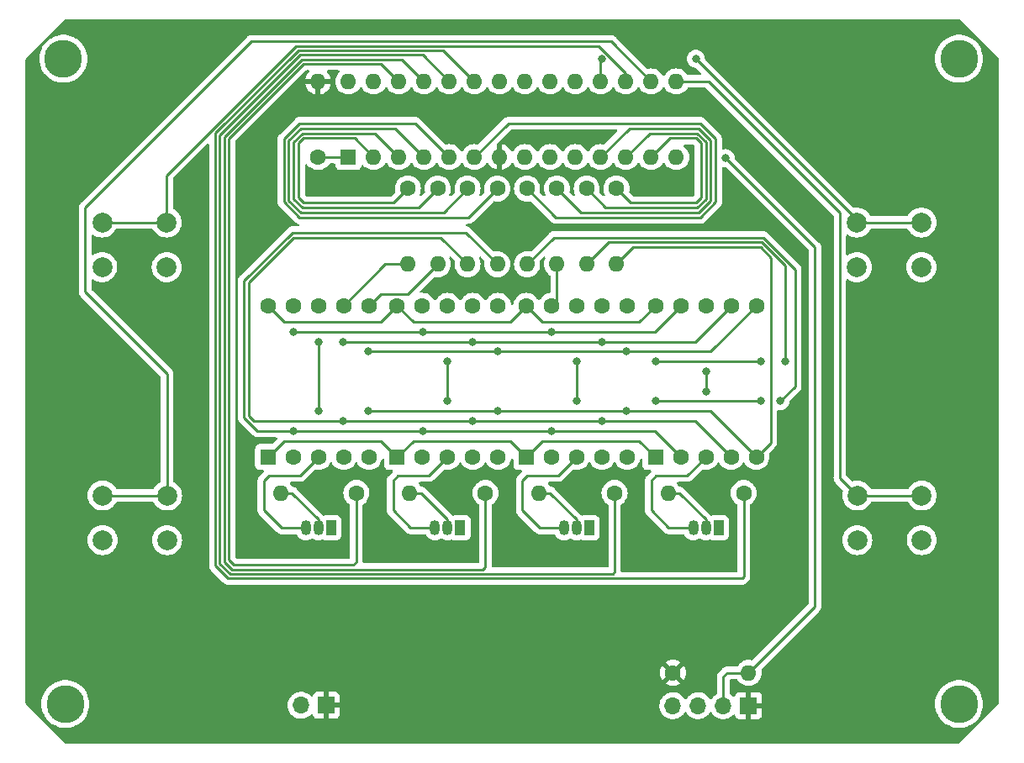
<source format=gbr>
%TF.GenerationSoftware,KiCad,Pcbnew,6.0.7*%
%TF.CreationDate,2022-08-20T01:50:23-07:00*%
%TF.ProjectId,thermometer-digital-min_max-pcb,74686572-6d6f-46d6-9574-65722d646967,rev?*%
%TF.SameCoordinates,Original*%
%TF.FileFunction,Copper,L1,Top*%
%TF.FilePolarity,Positive*%
%FSLAX46Y46*%
G04 Gerber Fmt 4.6, Leading zero omitted, Abs format (unit mm)*
G04 Created by KiCad (PCBNEW 6.0.7) date 2022-08-20 01:50:23*
%MOMM*%
%LPD*%
G01*
G04 APERTURE LIST*
%TA.AperFunction,ComponentPad*%
%ADD10C,1.600000*%
%TD*%
%TA.AperFunction,ComponentPad*%
%ADD11O,1.600000X1.600000*%
%TD*%
%TA.AperFunction,ComponentPad*%
%ADD12R,1.700000X1.700000*%
%TD*%
%TA.AperFunction,ComponentPad*%
%ADD13O,1.700000X1.700000*%
%TD*%
%TA.AperFunction,ComponentPad*%
%ADD14R,1.600000X1.600000*%
%TD*%
%TA.AperFunction,ComponentPad*%
%ADD15C,2.600000*%
%TD*%
%TA.AperFunction,ConnectorPad*%
%ADD16C,3.800000*%
%TD*%
%TA.AperFunction,ComponentPad*%
%ADD17R,1.050000X1.500000*%
%TD*%
%TA.AperFunction,ComponentPad*%
%ADD18O,1.050000X1.500000*%
%TD*%
%TA.AperFunction,ComponentPad*%
%ADD19C,2.000000*%
%TD*%
%TA.AperFunction,ViaPad*%
%ADD20C,0.800000*%
%TD*%
%TA.AperFunction,Conductor*%
%ADD21C,0.250000*%
%TD*%
G04 APERTURE END LIST*
D10*
%TO.P,R4,1*%
%TO.N,Net-(R4-Pad1)*%
X153500000Y-58080000D03*
D11*
%TO.P,R4,2*%
%TO.N,/SS_E*%
X153500000Y-65700000D03*
%TD*%
D10*
%TO.P,R0,1*%
%TO.N,Net-(R0-Pad1)*%
X141500000Y-58080000D03*
D11*
%TO.P,R0,2*%
%TO.N,/SS_A*%
X141500000Y-65700000D03*
%TD*%
D12*
%TO.P,J1,1,Pin_1*%
%TO.N,VCC*%
X133275000Y-110140000D03*
D13*
%TO.P,J1,2,Pin_2*%
%TO.N,GND*%
X130735000Y-110140000D03*
%TD*%
D14*
%TO.P,D2,1,E*%
%TO.N,/SS_E*%
X140420000Y-85120000D03*
D10*
%TO.P,D2,2,D*%
%TO.N,/SS_D*%
X142960000Y-85120000D03*
%TO.P,D2,3,CC*%
%TO.N,Net-(D2-Pad3)*%
X145500000Y-85120000D03*
%TO.P,D2,4,C*%
%TO.N,/SS_C*%
X148040000Y-85120000D03*
%TO.P,D2,5,DP*%
%TO.N,/SS_DP*%
X150580000Y-85120000D03*
%TO.P,D2,6,B*%
%TO.N,/SS_B*%
X150580000Y-69880000D03*
%TO.P,D2,7,A*%
%TO.N,/SS_A*%
X148040000Y-69880000D03*
%TO.P,D2,8,CC*%
%TO.N,Net-(D2-Pad3)*%
X145500000Y-69880000D03*
%TO.P,D2,9,F*%
%TO.N,/SS_F*%
X142960000Y-69880000D03*
%TO.P,D2,10,G*%
%TO.N,/SS_G*%
X140420000Y-69880000D03*
%TD*%
%TO.P,R9,1*%
%TO.N,Net-(R9-Pad1)*%
X149310000Y-88750000D03*
D11*
%TO.P,R9,2*%
%TO.N,Net-(Q2-Pad2)*%
X141690000Y-88750000D03*
%TD*%
D14*
%TO.P,D0,1,E*%
%TO.N,/SS_E*%
X166420000Y-85120000D03*
D10*
%TO.P,D0,2,D*%
%TO.N,/SS_D*%
X168960000Y-85120000D03*
%TO.P,D0,3,CC*%
%TO.N,Net-(D0-Pad3)*%
X171500000Y-85120000D03*
%TO.P,D0,4,C*%
%TO.N,/SS_C*%
X174040000Y-85120000D03*
%TO.P,D0,5,DP*%
%TO.N,/SS_DP*%
X176580000Y-85120000D03*
%TO.P,D0,6,B*%
%TO.N,/SS_B*%
X176580000Y-69880000D03*
%TO.P,D0,7,A*%
%TO.N,/SS_A*%
X174040000Y-69880000D03*
%TO.P,D0,8,CC*%
%TO.N,Net-(D0-Pad3)*%
X171500000Y-69880000D03*
%TO.P,D0,9,F*%
%TO.N,/SS_F*%
X168960000Y-69880000D03*
%TO.P,D0,10,G*%
%TO.N,/SS_G*%
X166420000Y-69880000D03*
%TD*%
%TO.P,R1,1*%
%TO.N,Net-(R1-Pad1)*%
X144500000Y-58080000D03*
D11*
%TO.P,R1,2*%
%TO.N,/SS_B*%
X144500000Y-65700000D03*
%TD*%
D14*
%TO.P,U0,1,~{RESET}/PC6*%
%TO.N,Net-(R13-Pad1)*%
X135500000Y-54900000D03*
D11*
%TO.P,U0,2,PD0*%
%TO.N,Net-(R0-Pad1)*%
X138040000Y-54900000D03*
%TO.P,U0,3,PD1*%
%TO.N,Net-(R1-Pad1)*%
X140580000Y-54900000D03*
%TO.P,U0,4,PD2*%
%TO.N,Net-(R2-Pad1)*%
X143120000Y-54900000D03*
%TO.P,U0,5,PD3*%
%TO.N,Net-(R3-Pad1)*%
X145660000Y-54900000D03*
%TO.P,U0,6,PD4*%
%TO.N,Net-(R4-Pad1)*%
X148200000Y-54900000D03*
%TO.P,U0,7,VCC*%
%TO.N,VCC*%
X150740000Y-54900000D03*
%TO.P,U0,8,GND*%
%TO.N,GND*%
X153280000Y-54900000D03*
%TO.P,U0,9,XTAL1/PB6*%
X155820000Y-54900000D03*
%TO.P,U0,10,XTAL2/PB7*%
X158360000Y-54900000D03*
%TO.P,U0,11,PD5*%
%TO.N,Net-(R5-Pad1)*%
X160900000Y-54900000D03*
%TO.P,U0,12,PD6*%
%TO.N,Net-(R6-Pad1)*%
X163440000Y-54900000D03*
%TO.P,U0,13,PD7*%
%TO.N,Net-(R7-Pad1)*%
X165980000Y-54900000D03*
%TO.P,U0,14,PB0*%
%TO.N,Net-(J0-Pad2)*%
X168520000Y-54900000D03*
%TO.P,U0,15,PB1*%
%TO.N,Net-(B3-Pad1)*%
X168520000Y-47280000D03*
%TO.P,U0,16,PB2*%
%TO.N,Net-(B2-Pad1)*%
X165980000Y-47280000D03*
%TO.P,U0,17,PB3*%
%TO.N,Net-(B1-Pad1)*%
X163440000Y-47280000D03*
%TO.P,U0,18,PB4*%
%TO.N,Net-(B0-Pad1)*%
X160900000Y-47280000D03*
%TO.P,U0,19,PB5*%
%TO.N,GND*%
X158360000Y-47280000D03*
%TO.P,U0,20,AVCC*%
X155820000Y-47280000D03*
%TO.P,U0,21,AREF*%
X153280000Y-47280000D03*
%TO.P,U0,22,GND*%
X150740000Y-47280000D03*
%TO.P,U0,23,PC0*%
%TO.N,Net-(R11-Pad1)*%
X148200000Y-47280000D03*
%TO.P,U0,24,PC1*%
%TO.N,Net-(R10-Pad1)*%
X145660000Y-47280000D03*
%TO.P,U0,25,PC2*%
%TO.N,Net-(R9-Pad1)*%
X143120000Y-47280000D03*
%TO.P,U0,26,PC3*%
%TO.N,Net-(R8-Pad1)*%
X140580000Y-47280000D03*
%TO.P,U0,27,PC4*%
%TO.N,GND*%
X138040000Y-47280000D03*
%TO.P,U0,28,PC5*%
X135500000Y-47280000D03*
%TD*%
D10*
%TO.P,R8,1*%
%TO.N,Net-(R8-Pad1)*%
X136310000Y-88750000D03*
D11*
%TO.P,R8,2*%
%TO.N,Net-(Q3-Pad2)*%
X128690000Y-88750000D03*
%TD*%
D15*
%TO.P,REF\u002A\u002A,1*%
%TO.N,N/C*%
X197000000Y-45000000D03*
D16*
X197000000Y-45000000D03*
%TD*%
D17*
%TO.P,Q2,1,E*%
%TO.N,GND*%
X146770000Y-92260000D03*
D18*
%TO.P,Q2,2,B*%
%TO.N,Net-(Q2-Pad2)*%
X145500000Y-92260000D03*
%TO.P,Q2,3,C*%
%TO.N,Net-(D2-Pad3)*%
X144230000Y-92260000D03*
%TD*%
D10*
%TO.P,R13,1*%
%TO.N,Net-(R13-Pad1)*%
X132450000Y-54910000D03*
D11*
%TO.P,R13,2*%
%TO.N,VCC*%
X132450000Y-47290000D03*
%TD*%
D10*
%TO.P,R10,1*%
%TO.N,Net-(R10-Pad1)*%
X162310000Y-88750000D03*
D11*
%TO.P,R10,2*%
%TO.N,Net-(Q1-Pad2)*%
X154690000Y-88750000D03*
%TD*%
D16*
%TO.P,REF\u002A\u002A,1*%
%TO.N,N/C*%
X106800000Y-45000000D03*
D15*
X106800000Y-45000000D03*
%TD*%
D10*
%TO.P,R5,1*%
%TO.N,Net-(R5-Pad1)*%
X156500000Y-58080000D03*
D11*
%TO.P,R5,2*%
%TO.N,/SS_F*%
X156500000Y-65700000D03*
%TD*%
D10*
%TO.P,R3,1*%
%TO.N,Net-(R3-Pad1)*%
X150500000Y-58080000D03*
D11*
%TO.P,R3,2*%
%TO.N,/SS_D*%
X150500000Y-65700000D03*
%TD*%
D19*
%TO.P,B0,1,1*%
%TO.N,Net-(B0-Pad1)*%
X193210000Y-61500000D03*
X186710000Y-61500000D03*
%TO.P,B0,2,2*%
%TO.N,GND*%
X193210000Y-66000000D03*
X186710000Y-66000000D03*
%TD*%
%TO.P,B3,1,1*%
%TO.N,Net-(B3-Pad1)*%
X186750000Y-89000000D03*
X193250000Y-89000000D03*
%TO.P,B3,2,2*%
%TO.N,GND*%
X193250000Y-93500000D03*
X186750000Y-93500000D03*
%TD*%
D10*
%TO.P,R11,1*%
%TO.N,Net-(R11-Pad1)*%
X175310000Y-88750000D03*
D11*
%TO.P,R11,2*%
%TO.N,Net-(Q0-Pad2)*%
X167690000Y-88750000D03*
%TD*%
D10*
%TO.P,R6,1*%
%TO.N,Net-(R6-Pad1)*%
X159500000Y-58080000D03*
D11*
%TO.P,R6,2*%
%TO.N,/SS_G*%
X159500000Y-65700000D03*
%TD*%
D19*
%TO.P,B2,1,1*%
%TO.N,Net-(B2-Pad1)*%
X117250000Y-89000000D03*
X110750000Y-89000000D03*
%TO.P,B2,2,2*%
%TO.N,GND*%
X117250000Y-93500000D03*
X110750000Y-93500000D03*
%TD*%
D16*
%TO.P,REF\u002A\u002A,1*%
%TO.N,N/C*%
X107000000Y-110000000D03*
D15*
X107000000Y-110000000D03*
%TD*%
D17*
%TO.P,Q3,1,E*%
%TO.N,GND*%
X133770000Y-92260000D03*
D18*
%TO.P,Q3,2,B*%
%TO.N,Net-(Q3-Pad2)*%
X132500000Y-92260000D03*
%TO.P,Q3,3,C*%
%TO.N,Net-(D3-Pad3)*%
X131230000Y-92260000D03*
%TD*%
D14*
%TO.P,D3,1,E*%
%TO.N,/SS_E*%
X127420000Y-85120000D03*
D10*
%TO.P,D3,2,D*%
%TO.N,/SS_D*%
X129960000Y-85120000D03*
%TO.P,D3,3,CC*%
%TO.N,Net-(D3-Pad3)*%
X132500000Y-85120000D03*
%TO.P,D3,4,C*%
%TO.N,/SS_C*%
X135040000Y-85120000D03*
%TO.P,D3,5,DP*%
%TO.N,/SS_DP*%
X137580000Y-85120000D03*
%TO.P,D3,6,B*%
%TO.N,/SS_B*%
X137580000Y-69880000D03*
%TO.P,D3,7,A*%
%TO.N,/SS_A*%
X135040000Y-69880000D03*
%TO.P,D3,8,CC*%
%TO.N,Net-(D3-Pad3)*%
X132500000Y-69880000D03*
%TO.P,D3,9,F*%
%TO.N,/SS_F*%
X129960000Y-69880000D03*
%TO.P,D3,10,G*%
%TO.N,/SS_G*%
X127420000Y-69880000D03*
%TD*%
D19*
%TO.P,B1,1,1*%
%TO.N,Net-(B1-Pad1)*%
X110710000Y-61500000D03*
X117210000Y-61500000D03*
%TO.P,B1,2,2*%
%TO.N,GND*%
X117210000Y-66000000D03*
X110710000Y-66000000D03*
%TD*%
D16*
%TO.P,REF\u002A\u002A,1*%
%TO.N,N/C*%
X197000000Y-110000000D03*
D15*
X197000000Y-110000000D03*
%TD*%
D10*
%TO.P,R7,1*%
%TO.N,Net-(R7-Pad1)*%
X162500000Y-58080000D03*
D11*
%TO.P,R7,2*%
%TO.N,/SS_DP*%
X162500000Y-65700000D03*
%TD*%
D17*
%TO.P,Q1,1,E*%
%TO.N,GND*%
X159770000Y-92260000D03*
D18*
%TO.P,Q1,2,B*%
%TO.N,Net-(Q1-Pad2)*%
X158500000Y-92260000D03*
%TO.P,Q1,3,C*%
%TO.N,Net-(D1-Pad3)*%
X157230000Y-92260000D03*
%TD*%
D10*
%TO.P,R12,1*%
%TO.N,VCC*%
X168190000Y-106870000D03*
D11*
%TO.P,R12,2*%
%TO.N,Net-(J0-Pad2)*%
X175810000Y-106870000D03*
%TD*%
D12*
%TO.P,J0,1,Pin_1*%
%TO.N,VCC*%
X175800000Y-110170000D03*
D13*
%TO.P,J0,2,Pin_2*%
%TO.N,Net-(J0-Pad2)*%
X173260000Y-110170000D03*
%TO.P,J0,3,Pin_3*%
%TO.N,GND*%
X170720000Y-110170000D03*
%TO.P,J0,4,Pin_4*%
X168180000Y-110170000D03*
%TD*%
D14*
%TO.P,D1,1,E*%
%TO.N,/SS_E*%
X153420000Y-85120000D03*
D10*
%TO.P,D1,2,D*%
%TO.N,/SS_D*%
X155960000Y-85120000D03*
%TO.P,D1,3,CC*%
%TO.N,Net-(D1-Pad3)*%
X158500000Y-85120000D03*
%TO.P,D1,4,C*%
%TO.N,/SS_C*%
X161040000Y-85120000D03*
%TO.P,D1,5,DP*%
%TO.N,/SS_DP*%
X163580000Y-85120000D03*
%TO.P,D1,6,B*%
%TO.N,/SS_B*%
X163580000Y-69880000D03*
%TO.P,D1,7,A*%
%TO.N,/SS_A*%
X161040000Y-69880000D03*
%TO.P,D1,8,CC*%
%TO.N,Net-(D1-Pad3)*%
X158500000Y-69880000D03*
%TO.P,D1,9,F*%
%TO.N,/SS_F*%
X155960000Y-69880000D03*
%TO.P,D1,10,G*%
%TO.N,/SS_G*%
X153420000Y-69880000D03*
%TD*%
D17*
%TO.P,Q0,1,E*%
%TO.N,GND*%
X172770000Y-92260000D03*
D18*
%TO.P,Q0,2,B*%
%TO.N,Net-(Q0-Pad2)*%
X171500000Y-92260000D03*
%TO.P,Q0,3,C*%
%TO.N,Net-(D0-Pad3)*%
X170230000Y-92260000D03*
%TD*%
D10*
%TO.P,R2,1*%
%TO.N,Net-(R2-Pad1)*%
X147500000Y-58080000D03*
D11*
%TO.P,R2,2*%
%TO.N,/SS_C*%
X147500000Y-65700000D03*
%TD*%
D20*
%TO.N,Net-(B0-Pad1)*%
X161000000Y-45000000D03*
X170500000Y-45000000D03*
%TO.N,/SS_E*%
X166500000Y-79500000D03*
X179000000Y-79500000D03*
X177000000Y-79500000D03*
%TO.N,/SS_D*%
X143000000Y-82500000D03*
X156000000Y-82500000D03*
X130000000Y-82500000D03*
%TO.N,Net-(D0-Pad3)*%
X171500000Y-76500000D03*
X171500000Y-78500000D03*
%TO.N,/SS_C*%
X161000000Y-81500000D03*
X135000000Y-81500000D03*
X148000000Y-81500000D03*
%TO.N,/SS_DP*%
X163500000Y-80500000D03*
X137500000Y-80500000D03*
X150500000Y-80500000D03*
%TO.N,/SS_B*%
X150500000Y-74500000D03*
X137500000Y-74500000D03*
X163500000Y-74500000D03*
%TO.N,/SS_A*%
X148000000Y-73500000D03*
X135000000Y-73500000D03*
X161000000Y-73500000D03*
%TO.N,/SS_F*%
X156000000Y-72500000D03*
X130000000Y-72500000D03*
X143000000Y-72500000D03*
%TO.N,/SS_G*%
X177000000Y-75500000D03*
X166500000Y-75500000D03*
X179500000Y-75500000D03*
%TO.N,Net-(D1-Pad3)*%
X158500000Y-79500000D03*
X158500000Y-75500000D03*
%TO.N,Net-(D2-Pad3)*%
X145500000Y-75500000D03*
X145500000Y-79500000D03*
%TO.N,Net-(D3-Pad3)*%
X132500000Y-73500000D03*
X132500000Y-80500000D03*
%TO.N,Net-(J0-Pad2)*%
X173500000Y-55000000D03*
%TD*%
D21*
%TO.N,Net-(B0-Pad1)*%
X170500000Y-45000000D02*
X186710000Y-61210000D01*
X186710000Y-61210000D02*
X186710000Y-61500000D01*
X186710000Y-61500000D02*
X193210000Y-61500000D01*
X160900000Y-45100000D02*
X161000000Y-45000000D01*
X160900000Y-47280000D02*
X160900000Y-45100000D01*
%TO.N,Net-(B1-Pad1)*%
X163440000Y-46414695D02*
X163440000Y-47280000D01*
X117210000Y-61500000D02*
X117210000Y-56744416D01*
X110710000Y-61500000D02*
X117210000Y-61500000D01*
X160725305Y-43700000D02*
X163440000Y-46414695D01*
X117210000Y-56744416D02*
X130254416Y-43700000D01*
X130254416Y-43700000D02*
X160725305Y-43700000D01*
%TO.N,Net-(B2-Pad1)*%
X109000000Y-60000000D02*
X125750000Y-43250000D01*
X109000000Y-68500000D02*
X109000000Y-60000000D01*
X117250000Y-89000000D02*
X117250000Y-76750000D01*
X110750000Y-89000000D02*
X117250000Y-89000000D01*
X125750000Y-43250000D02*
X161950000Y-43250000D01*
X161950000Y-43250000D02*
X165980000Y-47280000D01*
X117250000Y-76750000D02*
X109000000Y-68500000D01*
%TO.N,Net-(B3-Pad1)*%
X185000000Y-87250000D02*
X186750000Y-89000000D01*
X186750000Y-89000000D02*
X193250000Y-89000000D01*
X168520000Y-47280000D02*
X171780000Y-47280000D01*
X171780000Y-47280000D02*
X185000000Y-60500000D01*
X185000000Y-60500000D02*
X185000000Y-87250000D01*
%TO.N,/SS_E*%
X177272792Y-63000000D02*
X180500000Y-66227208D01*
X129040000Y-83500000D02*
X138800000Y-83500000D01*
X177000000Y-79500000D02*
X166500000Y-79500000D01*
X180500000Y-78000000D02*
X179000000Y-79500000D01*
X156200000Y-63000000D02*
X177272792Y-63000000D01*
X180500000Y-66227208D02*
X180500000Y-78000000D01*
X153420000Y-85120000D02*
X155040000Y-83500000D01*
X140420000Y-85120000D02*
X142040000Y-83500000D01*
X127420000Y-85120000D02*
X129040000Y-83500000D01*
X155040000Y-83500000D02*
X164800000Y-83500000D01*
X164800000Y-83500000D02*
X166420000Y-85120000D01*
X142040000Y-83500000D02*
X151800000Y-83500000D01*
X138800000Y-83500000D02*
X140420000Y-85120000D01*
X151800000Y-83500000D02*
X153420000Y-85120000D01*
X153500000Y-65700000D02*
X156200000Y-63000000D01*
%TO.N,/SS_D*%
X143000000Y-82500000D02*
X130000000Y-82500000D01*
X147300000Y-62500000D02*
X129863604Y-62500000D01*
X156000000Y-82500000D02*
X143000000Y-82500000D01*
X166340000Y-82500000D02*
X168960000Y-85120000D01*
X126363604Y-82500000D02*
X130000000Y-82500000D01*
X129863604Y-62500000D02*
X125000000Y-67363604D01*
X156000000Y-82500000D02*
X166340000Y-82500000D01*
X125000000Y-67363604D02*
X125000000Y-81136396D01*
X125000000Y-81136396D02*
X126363604Y-82500000D01*
X150500000Y-65700000D02*
X147300000Y-62500000D01*
%TO.N,Net-(D0-Pad3)*%
X170230000Y-92260000D02*
X167760000Y-92260000D01*
X166500000Y-87000000D02*
X169620000Y-87000000D01*
X167760000Y-92260000D02*
X166000000Y-90500000D01*
X166000000Y-87500000D02*
X166500000Y-87000000D01*
X169620000Y-87000000D02*
X171500000Y-85120000D01*
X171500000Y-76500000D02*
X171500000Y-78500000D01*
X166000000Y-90500000D02*
X166000000Y-87500000D01*
%TO.N,/SS_C*%
X170420000Y-81500000D02*
X174040000Y-85120000D01*
X125500000Y-67500000D02*
X125500000Y-81000000D01*
X147500000Y-65700000D02*
X144800000Y-63000000D01*
X130000000Y-63000000D02*
X125500000Y-67500000D01*
X148000000Y-81500000D02*
X135000000Y-81500000D01*
X161000000Y-81500000D02*
X148000000Y-81500000D01*
X161000000Y-81500000D02*
X170420000Y-81500000D01*
X144800000Y-63000000D02*
X130000000Y-63000000D01*
X125500000Y-81000000D02*
X126000000Y-81500000D01*
X126000000Y-81500000D02*
X135000000Y-81500000D01*
%TO.N,/SS_DP*%
X163500000Y-80500000D02*
X150500000Y-80500000D01*
X177000000Y-64000000D02*
X178033601Y-65033601D01*
X163500000Y-80500000D02*
X171960000Y-80500000D01*
X150500000Y-80500000D02*
X137500000Y-80500000D01*
X178033601Y-65033601D02*
X178033601Y-83666399D01*
X162500000Y-65700000D02*
X164200000Y-64000000D01*
X164200000Y-64000000D02*
X177000000Y-64000000D01*
X178033601Y-83666399D02*
X176580000Y-85120000D01*
X171960000Y-80500000D02*
X176580000Y-85120000D01*
%TO.N,/SS_B*%
X137500000Y-74500000D02*
X150500000Y-74500000D01*
X138754301Y-68705699D02*
X137580000Y-69880000D01*
X171960000Y-74500000D02*
X176580000Y-69880000D01*
X141494301Y-68705699D02*
X138754301Y-68705699D01*
X144500000Y-65700000D02*
X141494301Y-68705699D01*
X150500000Y-74500000D02*
X163500000Y-74500000D01*
X163500000Y-74500000D02*
X171960000Y-74500000D01*
%TO.N,/SS_A*%
X135000000Y-73500000D02*
X148000000Y-73500000D01*
X170420000Y-73500000D02*
X174040000Y-69880000D01*
X148000000Y-73500000D02*
X161000000Y-73500000D01*
X141500000Y-65700000D02*
X139220000Y-65700000D01*
X139220000Y-65700000D02*
X135040000Y-69880000D01*
X161000000Y-73500000D02*
X170420000Y-73500000D01*
%TO.N,/SS_F*%
X130000000Y-72500000D02*
X143000000Y-72500000D01*
X156000000Y-72500000D02*
X166340000Y-72500000D01*
X156500000Y-69340000D02*
X155960000Y-69880000D01*
X143000000Y-72500000D02*
X156000000Y-72500000D01*
X156500000Y-65700000D02*
X156500000Y-69340000D01*
X166340000Y-72500000D02*
X168960000Y-69880000D01*
%TO.N,/SS_G*%
X177000000Y-75500000D02*
X166500000Y-75500000D01*
X179500000Y-65863604D02*
X179500000Y-75500000D01*
X177136396Y-63500000D02*
X179500000Y-65863604D01*
X142040000Y-71500000D02*
X151800000Y-71500000D01*
X140420000Y-69880000D02*
X142040000Y-71500000D01*
X155040000Y-71500000D02*
X164800000Y-71500000D01*
X164800000Y-71500000D02*
X166420000Y-69880000D01*
X151800000Y-71500000D02*
X153420000Y-69880000D01*
X161700000Y-63500000D02*
X177136396Y-63500000D01*
X153420000Y-69880000D02*
X155040000Y-71500000D01*
X127420000Y-69880000D02*
X129040000Y-71500000D01*
X138800000Y-71500000D02*
X140420000Y-69880000D01*
X129040000Y-71500000D02*
X138800000Y-71500000D01*
X159500000Y-65700000D02*
X161700000Y-63500000D01*
%TO.N,Net-(D1-Pad3)*%
X158500000Y-85120000D02*
X156620000Y-87000000D01*
X153000000Y-90500000D02*
X154760000Y-92260000D01*
X153000000Y-87500000D02*
X153000000Y-90500000D01*
X153500000Y-87000000D02*
X153000000Y-87500000D01*
X156620000Y-87000000D02*
X153500000Y-87000000D01*
X158500000Y-75500000D02*
X158500000Y-79500000D01*
X154760000Y-92260000D02*
X157230000Y-92260000D01*
%TO.N,Net-(D2-Pad3)*%
X145500000Y-75500000D02*
X145500000Y-79500000D01*
X145500000Y-85120000D02*
X143620000Y-87000000D01*
X143620000Y-87000000D02*
X140500000Y-87000000D01*
X140000000Y-90500000D02*
X141760000Y-92260000D01*
X140500000Y-87000000D02*
X140000000Y-87500000D01*
X140000000Y-87500000D02*
X140000000Y-90500000D01*
X141760000Y-92260000D02*
X144230000Y-92260000D01*
%TO.N,Net-(D3-Pad3)*%
X130620000Y-87000000D02*
X127500000Y-87000000D01*
X132500000Y-73500000D02*
X132500000Y-80500000D01*
X128760000Y-92260000D02*
X131230000Y-92260000D01*
X127000000Y-90500000D02*
X128760000Y-92260000D01*
X127500000Y-87000000D02*
X127000000Y-87500000D01*
X127000000Y-87500000D02*
X127000000Y-90500000D01*
X132500000Y-85120000D02*
X130620000Y-87000000D01*
%TO.N,Net-(J0-Pad2)*%
X173260000Y-107240000D02*
X173260000Y-110170000D01*
X175810000Y-106870000D02*
X173630000Y-106870000D01*
X182500000Y-100180000D02*
X182500000Y-64000000D01*
X182500000Y-64000000D02*
X173500000Y-55000000D01*
X173630000Y-106870000D02*
X173260000Y-107240000D01*
X175810000Y-106870000D02*
X182500000Y-100180000D01*
%TO.N,Net-(Q0-Pad2)*%
X171500000Y-91428630D02*
X171500000Y-92260000D01*
X167690000Y-88750000D02*
X168821370Y-88750000D01*
X168821370Y-88750000D02*
X171500000Y-91428630D01*
%TO.N,Net-(Q1-Pad2)*%
X154690000Y-88750000D02*
X155821370Y-88750000D01*
X155821370Y-88750000D02*
X158500000Y-91428630D01*
X158500000Y-91428630D02*
X158500000Y-92260000D01*
%TO.N,Net-(Q2-Pad2)*%
X141690000Y-88750000D02*
X142821370Y-88750000D01*
X145500000Y-91428630D02*
X145500000Y-92260000D01*
X142821370Y-88750000D02*
X145500000Y-91428630D01*
%TO.N,Net-(Q3-Pad2)*%
X128690000Y-88750000D02*
X129821370Y-88750000D01*
X132500000Y-91428630D02*
X132500000Y-92260000D01*
X129821370Y-88750000D02*
X132500000Y-91428630D01*
%TO.N,Net-(R0-Pad1)*%
X130500000Y-53500000D02*
X130500000Y-59000000D01*
X131000000Y-53000000D02*
X130500000Y-53500000D01*
X136140000Y-53000000D02*
X131000000Y-53000000D01*
X138040000Y-54900000D02*
X136140000Y-53000000D01*
X130500000Y-59000000D02*
X131000000Y-59500000D01*
X131000000Y-59500000D02*
X140080000Y-59500000D01*
X140080000Y-59500000D02*
X141500000Y-58080000D01*
%TO.N,Net-(R1-Pad1)*%
X130863604Y-60000000D02*
X142580000Y-60000000D01*
X140580000Y-54900000D02*
X138180000Y-52500000D01*
X130000000Y-59136396D02*
X130863604Y-60000000D01*
X138180000Y-52500000D02*
X130863604Y-52500000D01*
X142580000Y-60000000D02*
X144500000Y-58080000D01*
X130863604Y-52500000D02*
X130000000Y-53363604D01*
X130000000Y-53363604D02*
X130000000Y-59136396D01*
%TO.N,Net-(R2-Pad1)*%
X143120000Y-54900000D02*
X140220000Y-52000000D01*
X145080000Y-60500000D02*
X147500000Y-58080000D01*
X130727208Y-60500000D02*
X145080000Y-60500000D01*
X140220000Y-52000000D02*
X130727208Y-52000000D01*
X129500000Y-59272792D02*
X130727208Y-60500000D01*
X129500000Y-53227208D02*
X129500000Y-59272792D01*
X130727208Y-52000000D02*
X129500000Y-53227208D01*
%TO.N,Net-(R3-Pad1)*%
X130590812Y-61000000D02*
X147580000Y-61000000D01*
X147580000Y-61000000D02*
X150500000Y-58080000D01*
X129000000Y-53090812D02*
X129000000Y-59409188D01*
X145660000Y-54900000D02*
X142260000Y-51500000D01*
X129000000Y-59409188D02*
X130590812Y-61000000D01*
X142260000Y-51500000D02*
X130590812Y-51500000D01*
X130590812Y-51500000D02*
X129000000Y-53090812D01*
%TO.N,Net-(R4-Pad1)*%
X172500000Y-53090812D02*
X172500000Y-59409188D01*
X151600000Y-51500000D02*
X170909188Y-51500000D01*
X172500000Y-59409188D02*
X170909188Y-61000000D01*
X170909188Y-51500000D02*
X172500000Y-53090812D01*
X156420000Y-61000000D02*
X153500000Y-58080000D01*
X170909188Y-61000000D02*
X156420000Y-61000000D01*
X148200000Y-54900000D02*
X151600000Y-51500000D01*
%TO.N,Net-(R5-Pad1)*%
X170772792Y-52000000D02*
X172000000Y-53227208D01*
X170772792Y-60500000D02*
X158920000Y-60500000D01*
X158920000Y-60500000D02*
X156500000Y-58080000D01*
X163800000Y-52000000D02*
X170772792Y-52000000D01*
X160900000Y-54900000D02*
X163800000Y-52000000D01*
X172000000Y-53227208D02*
X172000000Y-59272792D01*
X172000000Y-59272792D02*
X170772792Y-60500000D01*
%TO.N,Net-(R6-Pad1)*%
X170636396Y-60000000D02*
X171500000Y-59136396D01*
X170636396Y-52500000D02*
X165840000Y-52500000D01*
X171500000Y-53363604D02*
X170636396Y-52500000D01*
X161420000Y-60000000D02*
X170636396Y-60000000D01*
X159500000Y-58080000D02*
X161420000Y-60000000D01*
X171500000Y-59136396D02*
X171500000Y-53363604D01*
X165840000Y-52500000D02*
X163440000Y-54900000D01*
%TO.N,Net-(R7-Pad1)*%
X163920000Y-59500000D02*
X164500000Y-59500000D01*
X167880000Y-53000000D02*
X169000000Y-53000000D01*
X162500000Y-58080000D02*
X163920000Y-59500000D01*
X165980000Y-54900000D02*
X167880000Y-53000000D01*
X171000000Y-53500000D02*
X171000000Y-59000000D01*
X171000000Y-59000000D02*
X170500000Y-59500000D01*
X170500000Y-53000000D02*
X171000000Y-53500000D01*
X169000000Y-53000000D02*
X170500000Y-53000000D01*
X170500000Y-59500000D02*
X164500000Y-59500000D01*
%TO.N,Net-(R8-Pad1)*%
X136310000Y-95690000D02*
X136310000Y-88750000D01*
X140580000Y-47280000D02*
X138800000Y-45500000D01*
X126000000Y-96000000D02*
X136000000Y-96000000D01*
X138800000Y-45500000D02*
X131000000Y-45500000D01*
X123450000Y-61000000D02*
X123450000Y-53050000D01*
X123450000Y-61000000D02*
X123450000Y-95500000D01*
X123450000Y-95500000D02*
X123950000Y-96000000D01*
X123950000Y-96000000D02*
X126000000Y-96000000D01*
X123450000Y-53050000D02*
X131000000Y-45500000D01*
X136000000Y-96000000D02*
X136310000Y-95690000D01*
%TO.N,Net-(R9-Pad1)*%
X123000000Y-52863604D02*
X130813604Y-45050000D01*
X149050000Y-96450000D02*
X123763604Y-96450000D01*
X149310000Y-88750000D02*
X149310000Y-96190000D01*
X140890000Y-45050000D02*
X143120000Y-47280000D01*
X149310000Y-96190000D02*
X149050000Y-96450000D01*
X130813604Y-45050000D02*
X140890000Y-45050000D01*
X123763604Y-96450000D02*
X123000000Y-95686396D01*
X123000000Y-95686396D02*
X123000000Y-52863604D01*
%TO.N,Net-(R10-Pad1)*%
X122550000Y-52677208D02*
X130627208Y-44600000D01*
X122550000Y-95872792D02*
X122550000Y-52677208D01*
X162100000Y-96900000D02*
X123577208Y-96900000D01*
X162310000Y-96690000D02*
X162100000Y-96900000D01*
X130627208Y-44600000D02*
X142980000Y-44600000D01*
X123577208Y-96900000D02*
X122550000Y-95872792D01*
X142980000Y-44600000D02*
X145660000Y-47280000D01*
X162310000Y-88750000D02*
X162310000Y-96690000D01*
%TO.N,Net-(R11-Pad1)*%
X175150000Y-97350000D02*
X123390812Y-97350000D01*
X122100000Y-96059188D02*
X122100000Y-52490812D01*
X175310000Y-97190000D02*
X175150000Y-97350000D01*
X175310000Y-88750000D02*
X175310000Y-97190000D01*
X122100000Y-52490812D02*
X130440812Y-44150000D01*
X123390812Y-97350000D02*
X122100000Y-96059188D01*
X145070000Y-44150000D02*
X148200000Y-47280000D01*
X130440812Y-44150000D02*
X145070000Y-44150000D01*
%TO.N,Net-(R13-Pad1)*%
X132450000Y-54910000D02*
X135490000Y-54910000D01*
X135490000Y-54910000D02*
X135500000Y-54900000D01*
%TD*%
%TA.AperFunction,Conductor*%
%TO.N,VCC*%
G36*
X197015931Y-41020002D02*
G01*
X197036905Y-41036905D01*
X200963095Y-44963095D01*
X200997121Y-45025407D01*
X201000000Y-45052190D01*
X201000000Y-109947810D01*
X200979998Y-110015931D01*
X200963095Y-110036905D01*
X197036905Y-113963095D01*
X196974593Y-113997121D01*
X196947810Y-114000000D01*
X107052190Y-114000000D01*
X106984069Y-113979998D01*
X106963095Y-113963095D01*
X103036905Y-110036905D01*
X103016753Y-110000000D01*
X104586738Y-110000000D01*
X104605767Y-110302462D01*
X104662555Y-110600154D01*
X104756206Y-110888381D01*
X104757893Y-110891967D01*
X104757895Y-110891971D01*
X104794937Y-110970689D01*
X104885242Y-111162598D01*
X104887366Y-111165944D01*
X104887366Y-111165945D01*
X104897030Y-111181173D01*
X105047630Y-111418480D01*
X105050149Y-111421525D01*
X105050152Y-111421529D01*
X105068183Y-111443324D01*
X105240808Y-111651992D01*
X105461729Y-111859450D01*
X105706910Y-112037584D01*
X105972483Y-112183585D01*
X105976152Y-112185038D01*
X105976157Y-112185040D01*
X106250591Y-112293696D01*
X106254261Y-112295149D01*
X106547800Y-112370516D01*
X106848470Y-112408500D01*
X107151530Y-112408500D01*
X107452200Y-112370516D01*
X107745739Y-112295149D01*
X107749409Y-112293696D01*
X108023843Y-112185040D01*
X108023848Y-112185038D01*
X108027517Y-112183585D01*
X108293090Y-112037584D01*
X108538271Y-111859450D01*
X108759192Y-111651992D01*
X108931817Y-111443324D01*
X108949848Y-111421529D01*
X108949851Y-111421525D01*
X108952370Y-111418480D01*
X109102970Y-111181173D01*
X109112634Y-111165945D01*
X109112634Y-111165944D01*
X109114758Y-111162598D01*
X109205063Y-110970689D01*
X109242105Y-110891971D01*
X109242107Y-110891967D01*
X109243794Y-110888381D01*
X109337445Y-110600154D01*
X109394233Y-110302462D01*
X109406549Y-110106695D01*
X129372251Y-110106695D01*
X129372548Y-110111848D01*
X129372548Y-110111851D01*
X129383310Y-110298499D01*
X129385110Y-110329715D01*
X129386247Y-110334761D01*
X129386248Y-110334767D01*
X129400606Y-110398475D01*
X129434222Y-110547639D01*
X129518266Y-110754616D01*
X129634987Y-110945088D01*
X129781250Y-111113938D01*
X129953126Y-111256632D01*
X130146000Y-111369338D01*
X130354692Y-111449030D01*
X130359760Y-111450061D01*
X130359763Y-111450062D01*
X130467017Y-111471883D01*
X130573597Y-111493567D01*
X130578772Y-111493757D01*
X130578774Y-111493757D01*
X130791673Y-111501564D01*
X130791677Y-111501564D01*
X130796837Y-111501753D01*
X130801957Y-111501097D01*
X130801959Y-111501097D01*
X131013288Y-111474025D01*
X131013289Y-111474025D01*
X131018416Y-111473368D01*
X131047021Y-111464786D01*
X131227429Y-111410661D01*
X131227434Y-111410659D01*
X131232384Y-111409174D01*
X131432994Y-111310896D01*
X131614860Y-111181173D01*
X131630142Y-111165945D01*
X131723479Y-111072933D01*
X131785851Y-111039017D01*
X131856658Y-111044205D01*
X131913419Y-111086851D01*
X131930401Y-111117954D01*
X131971676Y-111228054D01*
X131980214Y-111243649D01*
X132056715Y-111345724D01*
X132069276Y-111358285D01*
X132171351Y-111434786D01*
X132186946Y-111443324D01*
X132307394Y-111488478D01*
X132322649Y-111492105D01*
X132373514Y-111497631D01*
X132380328Y-111498000D01*
X133002885Y-111498000D01*
X133018124Y-111493525D01*
X133019329Y-111492135D01*
X133021000Y-111484452D01*
X133021000Y-111479884D01*
X133529000Y-111479884D01*
X133533475Y-111495123D01*
X133534865Y-111496328D01*
X133542548Y-111497999D01*
X134169669Y-111497999D01*
X134176490Y-111497629D01*
X134227352Y-111492105D01*
X134242604Y-111488479D01*
X134363054Y-111443324D01*
X134378649Y-111434786D01*
X134480724Y-111358285D01*
X134493285Y-111345724D01*
X134569786Y-111243649D01*
X134578324Y-111228054D01*
X134623478Y-111107606D01*
X134627105Y-111092351D01*
X134632631Y-111041486D01*
X134633000Y-111034672D01*
X134633000Y-110412115D01*
X134628525Y-110396876D01*
X134627135Y-110395671D01*
X134619452Y-110394000D01*
X133547115Y-110394000D01*
X133531876Y-110398475D01*
X133530671Y-110399865D01*
X133529000Y-110407548D01*
X133529000Y-111479884D01*
X133021000Y-111479884D01*
X133021000Y-109867885D01*
X133529000Y-109867885D01*
X133533475Y-109883124D01*
X133534865Y-109884329D01*
X133542548Y-109886000D01*
X134614884Y-109886000D01*
X134630123Y-109881525D01*
X134631328Y-109880135D01*
X134632999Y-109872452D01*
X134632999Y-109245331D01*
X134632629Y-109238510D01*
X134627105Y-109187648D01*
X134623479Y-109172396D01*
X134578324Y-109051946D01*
X134569786Y-109036351D01*
X134493285Y-108934276D01*
X134480724Y-108921715D01*
X134378649Y-108845214D01*
X134363054Y-108836676D01*
X134242606Y-108791522D01*
X134227351Y-108787895D01*
X134176486Y-108782369D01*
X134169672Y-108782000D01*
X133547115Y-108782000D01*
X133531876Y-108786475D01*
X133530671Y-108787865D01*
X133529000Y-108795548D01*
X133529000Y-109867885D01*
X133021000Y-109867885D01*
X133021000Y-108800116D01*
X133016525Y-108784877D01*
X133015135Y-108783672D01*
X133007452Y-108782001D01*
X132380331Y-108782001D01*
X132373510Y-108782371D01*
X132322648Y-108787895D01*
X132307396Y-108791521D01*
X132186946Y-108836676D01*
X132171351Y-108845214D01*
X132069276Y-108921715D01*
X132056715Y-108934276D01*
X131980214Y-109036351D01*
X131971676Y-109051946D01*
X131930297Y-109162322D01*
X131887655Y-109219087D01*
X131821093Y-109243786D01*
X131751744Y-109228578D01*
X131719121Y-109202891D01*
X131668151Y-109146876D01*
X131668148Y-109146873D01*
X131664670Y-109143051D01*
X131660619Y-109139852D01*
X131660615Y-109139848D01*
X131493414Y-109007800D01*
X131493410Y-109007798D01*
X131489359Y-109004598D01*
X131293789Y-108896638D01*
X131288920Y-108894914D01*
X131288916Y-108894912D01*
X131088087Y-108823795D01*
X131088083Y-108823794D01*
X131083212Y-108822069D01*
X131078119Y-108821162D01*
X131078116Y-108821161D01*
X130868373Y-108783800D01*
X130868367Y-108783799D01*
X130863284Y-108782894D01*
X130789452Y-108781992D01*
X130645081Y-108780228D01*
X130645079Y-108780228D01*
X130639911Y-108780165D01*
X130419091Y-108813955D01*
X130206756Y-108883357D01*
X130133071Y-108921715D01*
X130059886Y-108959813D01*
X130008607Y-108986507D01*
X130004474Y-108989610D01*
X130004471Y-108989612D01*
X129841973Y-109111619D01*
X129829965Y-109120635D01*
X129804264Y-109147530D01*
X129722691Y-109232891D01*
X129675629Y-109282138D01*
X129672715Y-109286410D01*
X129672714Y-109286411D01*
X129634373Y-109342617D01*
X129549743Y-109466680D01*
X129535818Y-109496680D01*
X129483785Y-109608776D01*
X129455688Y-109669305D01*
X129395989Y-109884570D01*
X129372251Y-110106695D01*
X109406549Y-110106695D01*
X109413262Y-110000000D01*
X109394233Y-109697538D01*
X109337445Y-109399846D01*
X109262714Y-109169848D01*
X109245020Y-109115392D01*
X109245020Y-109115391D01*
X109243794Y-109111619D01*
X109206375Y-109032098D01*
X109172360Y-108959813D01*
X109114758Y-108837402D01*
X109102379Y-108817895D01*
X108954492Y-108584864D01*
X108952370Y-108581520D01*
X108759192Y-108348008D01*
X108538271Y-108140550D01*
X108293090Y-107962416D01*
X108283261Y-107957012D01*
X108281533Y-107956062D01*
X167468493Y-107956062D01*
X167477789Y-107968077D01*
X167528994Y-108003931D01*
X167538489Y-108009414D01*
X167735947Y-108101490D01*
X167746239Y-108105236D01*
X167956688Y-108161625D01*
X167967481Y-108163528D01*
X168184525Y-108182517D01*
X168195475Y-108182517D01*
X168412519Y-108163528D01*
X168423312Y-108161625D01*
X168633761Y-108105236D01*
X168644053Y-108101490D01*
X168841511Y-108009414D01*
X168851006Y-108003931D01*
X168903048Y-107967491D01*
X168911424Y-107957012D01*
X168904356Y-107943566D01*
X168202812Y-107242022D01*
X168188868Y-107234408D01*
X168187035Y-107234539D01*
X168180420Y-107238790D01*
X167474923Y-107944287D01*
X167468493Y-107956062D01*
X108281533Y-107956062D01*
X108030986Y-107818322D01*
X108030985Y-107818321D01*
X108027517Y-107816415D01*
X108023848Y-107814962D01*
X108023843Y-107814960D01*
X107749409Y-107706304D01*
X107749408Y-107706304D01*
X107745739Y-107704851D01*
X107452200Y-107629484D01*
X107151530Y-107591500D01*
X106848470Y-107591500D01*
X106547800Y-107629484D01*
X106254261Y-107704851D01*
X106250592Y-107706304D01*
X106250591Y-107706304D01*
X105976157Y-107814960D01*
X105976152Y-107814962D01*
X105972483Y-107816415D01*
X105969015Y-107818321D01*
X105969014Y-107818322D01*
X105716740Y-107957012D01*
X105706910Y-107962416D01*
X105461729Y-108140550D01*
X105240808Y-108348008D01*
X105047630Y-108581520D01*
X105045508Y-108584864D01*
X104897622Y-108817895D01*
X104885242Y-108837402D01*
X104827640Y-108959813D01*
X104793626Y-109032098D01*
X104756206Y-109111619D01*
X104754980Y-109115391D01*
X104754980Y-109115392D01*
X104737286Y-109169848D01*
X104662555Y-109399846D01*
X104605767Y-109697538D01*
X104586738Y-110000000D01*
X103016753Y-110000000D01*
X103002879Y-109974593D01*
X103000000Y-109947810D01*
X103000000Y-106875475D01*
X166877483Y-106875475D01*
X166896472Y-107092519D01*
X166898375Y-107103312D01*
X166954764Y-107313761D01*
X166958510Y-107324053D01*
X167050586Y-107521511D01*
X167056069Y-107531006D01*
X167092509Y-107583048D01*
X167102988Y-107591424D01*
X167116434Y-107584356D01*
X167817978Y-106882812D01*
X167824356Y-106871132D01*
X168554408Y-106871132D01*
X168554539Y-106872965D01*
X168558790Y-106879580D01*
X169264287Y-107585077D01*
X169276062Y-107591507D01*
X169288077Y-107582211D01*
X169323931Y-107531006D01*
X169329414Y-107521511D01*
X169421490Y-107324053D01*
X169425236Y-107313761D01*
X169481625Y-107103312D01*
X169483528Y-107092519D01*
X169502517Y-106875475D01*
X169502517Y-106864525D01*
X169483528Y-106647481D01*
X169481625Y-106636688D01*
X169425236Y-106426239D01*
X169421490Y-106415947D01*
X169329414Y-106218489D01*
X169323931Y-106208994D01*
X169287491Y-106156952D01*
X169277012Y-106148576D01*
X169263566Y-106155644D01*
X168562022Y-106857188D01*
X168554408Y-106871132D01*
X167824356Y-106871132D01*
X167825592Y-106868868D01*
X167825461Y-106867035D01*
X167821210Y-106860420D01*
X167115713Y-106154923D01*
X167103938Y-106148493D01*
X167091923Y-106157789D01*
X167056069Y-106208994D01*
X167050586Y-106218489D01*
X166958510Y-106415947D01*
X166954764Y-106426239D01*
X166898375Y-106636688D01*
X166896472Y-106647481D01*
X166877483Y-106864525D01*
X166877483Y-106875475D01*
X103000000Y-106875475D01*
X103000000Y-105782988D01*
X167468576Y-105782988D01*
X167475644Y-105796434D01*
X168177188Y-106497978D01*
X168191132Y-106505592D01*
X168192965Y-106505461D01*
X168199580Y-106501210D01*
X168905077Y-105795713D01*
X168911507Y-105783938D01*
X168902211Y-105771923D01*
X168851006Y-105736069D01*
X168841511Y-105730586D01*
X168644053Y-105638510D01*
X168633761Y-105634764D01*
X168423312Y-105578375D01*
X168412519Y-105576472D01*
X168195475Y-105557483D01*
X168184525Y-105557483D01*
X167967481Y-105576472D01*
X167956688Y-105578375D01*
X167746239Y-105634764D01*
X167735947Y-105638510D01*
X167538489Y-105730586D01*
X167528994Y-105736069D01*
X167476952Y-105772509D01*
X167468576Y-105782988D01*
X103000000Y-105782988D01*
X103000000Y-93500000D01*
X109236835Y-93500000D01*
X109255465Y-93736711D01*
X109310895Y-93967594D01*
X109401760Y-94186963D01*
X109404346Y-94191183D01*
X109523241Y-94385202D01*
X109523245Y-94385208D01*
X109525824Y-94389416D01*
X109680031Y-94569969D01*
X109860584Y-94724176D01*
X109864792Y-94726755D01*
X109864798Y-94726759D01*
X110058817Y-94845654D01*
X110063037Y-94848240D01*
X110067607Y-94850133D01*
X110067611Y-94850135D01*
X110277833Y-94937211D01*
X110282406Y-94939105D01*
X110362609Y-94958360D01*
X110508476Y-94993380D01*
X110508482Y-94993381D01*
X110513289Y-94994535D01*
X110750000Y-95013165D01*
X110986711Y-94994535D01*
X110991518Y-94993381D01*
X110991524Y-94993380D01*
X111137391Y-94958360D01*
X111217594Y-94939105D01*
X111222167Y-94937211D01*
X111432389Y-94850135D01*
X111432393Y-94850133D01*
X111436963Y-94848240D01*
X111441183Y-94845654D01*
X111635202Y-94726759D01*
X111635208Y-94726755D01*
X111639416Y-94724176D01*
X111819969Y-94569969D01*
X111974176Y-94389416D01*
X111976755Y-94385208D01*
X111976759Y-94385202D01*
X112095654Y-94191183D01*
X112098240Y-94186963D01*
X112189105Y-93967594D01*
X112244535Y-93736711D01*
X112263165Y-93500000D01*
X115736835Y-93500000D01*
X115755465Y-93736711D01*
X115810895Y-93967594D01*
X115901760Y-94186963D01*
X115904346Y-94191183D01*
X116023241Y-94385202D01*
X116023245Y-94385208D01*
X116025824Y-94389416D01*
X116180031Y-94569969D01*
X116360584Y-94724176D01*
X116364792Y-94726755D01*
X116364798Y-94726759D01*
X116558817Y-94845654D01*
X116563037Y-94848240D01*
X116567607Y-94850133D01*
X116567611Y-94850135D01*
X116777833Y-94937211D01*
X116782406Y-94939105D01*
X116862609Y-94958360D01*
X117008476Y-94993380D01*
X117008482Y-94993381D01*
X117013289Y-94994535D01*
X117250000Y-95013165D01*
X117486711Y-94994535D01*
X117491518Y-94993381D01*
X117491524Y-94993380D01*
X117637391Y-94958360D01*
X117717594Y-94939105D01*
X117722167Y-94937211D01*
X117932389Y-94850135D01*
X117932393Y-94850133D01*
X117936963Y-94848240D01*
X117941183Y-94845654D01*
X118135202Y-94726759D01*
X118135208Y-94726755D01*
X118139416Y-94724176D01*
X118319969Y-94569969D01*
X118474176Y-94389416D01*
X118476755Y-94385208D01*
X118476759Y-94385202D01*
X118595654Y-94191183D01*
X118598240Y-94186963D01*
X118689105Y-93967594D01*
X118744535Y-93736711D01*
X118763165Y-93500000D01*
X118744535Y-93263289D01*
X118742955Y-93256705D01*
X118690260Y-93037218D01*
X118689105Y-93032406D01*
X118687211Y-93027833D01*
X118600135Y-92817611D01*
X118600133Y-92817607D01*
X118598240Y-92813037D01*
X118549396Y-92733331D01*
X118476759Y-92614798D01*
X118476755Y-92614792D01*
X118474176Y-92610584D01*
X118319969Y-92430031D01*
X118139416Y-92275824D01*
X118135208Y-92273245D01*
X118135202Y-92273241D01*
X117941183Y-92154346D01*
X117936963Y-92151760D01*
X117932393Y-92149867D01*
X117932389Y-92149865D01*
X117722167Y-92062789D01*
X117722165Y-92062788D01*
X117717594Y-92060895D01*
X117637391Y-92041640D01*
X117491524Y-92006620D01*
X117491518Y-92006619D01*
X117486711Y-92005465D01*
X117250000Y-91986835D01*
X117013289Y-92005465D01*
X117008482Y-92006619D01*
X117008476Y-92006620D01*
X116862609Y-92041640D01*
X116782406Y-92060895D01*
X116777835Y-92062788D01*
X116777833Y-92062789D01*
X116567611Y-92149865D01*
X116567607Y-92149867D01*
X116563037Y-92151760D01*
X116558817Y-92154346D01*
X116364798Y-92273241D01*
X116364792Y-92273245D01*
X116360584Y-92275824D01*
X116180031Y-92430031D01*
X116025824Y-92610584D01*
X116023245Y-92614792D01*
X116023241Y-92614798D01*
X115950604Y-92733331D01*
X115901760Y-92813037D01*
X115899867Y-92817607D01*
X115899865Y-92817611D01*
X115812789Y-93027833D01*
X115810895Y-93032406D01*
X115809740Y-93037218D01*
X115757046Y-93256705D01*
X115755465Y-93263289D01*
X115736835Y-93500000D01*
X112263165Y-93500000D01*
X112244535Y-93263289D01*
X112242955Y-93256705D01*
X112190260Y-93037218D01*
X112189105Y-93032406D01*
X112187211Y-93027833D01*
X112100135Y-92817611D01*
X112100133Y-92817607D01*
X112098240Y-92813037D01*
X112049396Y-92733331D01*
X111976759Y-92614798D01*
X111976755Y-92614792D01*
X111974176Y-92610584D01*
X111819969Y-92430031D01*
X111639416Y-92275824D01*
X111635208Y-92273245D01*
X111635202Y-92273241D01*
X111441183Y-92154346D01*
X111436963Y-92151760D01*
X111432393Y-92149867D01*
X111432389Y-92149865D01*
X111222167Y-92062789D01*
X111222165Y-92062788D01*
X111217594Y-92060895D01*
X111137391Y-92041640D01*
X110991524Y-92006620D01*
X110991518Y-92006619D01*
X110986711Y-92005465D01*
X110750000Y-91986835D01*
X110513289Y-92005465D01*
X110508482Y-92006619D01*
X110508476Y-92006620D01*
X110362609Y-92041640D01*
X110282406Y-92060895D01*
X110277835Y-92062788D01*
X110277833Y-92062789D01*
X110067611Y-92149865D01*
X110067607Y-92149867D01*
X110063037Y-92151760D01*
X110058817Y-92154346D01*
X109864798Y-92273241D01*
X109864792Y-92273245D01*
X109860584Y-92275824D01*
X109680031Y-92430031D01*
X109525824Y-92610584D01*
X109523245Y-92614792D01*
X109523241Y-92614798D01*
X109450604Y-92733331D01*
X109401760Y-92813037D01*
X109399867Y-92817607D01*
X109399865Y-92817611D01*
X109312789Y-93027833D01*
X109310895Y-93032406D01*
X109309740Y-93037218D01*
X109257046Y-93256705D01*
X109255465Y-93263289D01*
X109236835Y-93500000D01*
X103000000Y-93500000D01*
X103000000Y-59979943D01*
X108361780Y-59979943D01*
X108362526Y-59987835D01*
X108365941Y-60023961D01*
X108366500Y-60035819D01*
X108366500Y-68421233D01*
X108365973Y-68432416D01*
X108364298Y-68439909D01*
X108364547Y-68447835D01*
X108364547Y-68447836D01*
X108366438Y-68507986D01*
X108366500Y-68511945D01*
X108366500Y-68539856D01*
X108366997Y-68543790D01*
X108366997Y-68543791D01*
X108367005Y-68543856D01*
X108367938Y-68555693D01*
X108369327Y-68599889D01*
X108374978Y-68619339D01*
X108378987Y-68638700D01*
X108381526Y-68658797D01*
X108384445Y-68666168D01*
X108384445Y-68666170D01*
X108397804Y-68699912D01*
X108401649Y-68711142D01*
X108411656Y-68745587D01*
X108413982Y-68753593D01*
X108418015Y-68760412D01*
X108418017Y-68760417D01*
X108424293Y-68771028D01*
X108432988Y-68788776D01*
X108440448Y-68807617D01*
X108445110Y-68814033D01*
X108445110Y-68814034D01*
X108466436Y-68843387D01*
X108472952Y-68853307D01*
X108487378Y-68877699D01*
X108495458Y-68891362D01*
X108509779Y-68905683D01*
X108522619Y-68920716D01*
X108534528Y-68937107D01*
X108540634Y-68942158D01*
X108568605Y-68965298D01*
X108577384Y-68973288D01*
X116579595Y-76975500D01*
X116613621Y-77037812D01*
X116616500Y-77064595D01*
X116616500Y-87548434D01*
X116596498Y-87616555D01*
X116556335Y-87655867D01*
X116364798Y-87773241D01*
X116364792Y-87773245D01*
X116360584Y-87775824D01*
X116180031Y-87930031D01*
X116025824Y-88110584D01*
X116023245Y-88114792D01*
X116023241Y-88114798D01*
X115905867Y-88306335D01*
X115853219Y-88353966D01*
X115798434Y-88366500D01*
X112201566Y-88366500D01*
X112133445Y-88346498D01*
X112094133Y-88306335D01*
X111976759Y-88114798D01*
X111976755Y-88114792D01*
X111974176Y-88110584D01*
X111819969Y-87930031D01*
X111639416Y-87775824D01*
X111635208Y-87773245D01*
X111635202Y-87773241D01*
X111441183Y-87654346D01*
X111436963Y-87651760D01*
X111432393Y-87649867D01*
X111432389Y-87649865D01*
X111222167Y-87562789D01*
X111222165Y-87562788D01*
X111217594Y-87560895D01*
X111137391Y-87541640D01*
X110991524Y-87506620D01*
X110991518Y-87506619D01*
X110986711Y-87505465D01*
X110750000Y-87486835D01*
X110513289Y-87505465D01*
X110508482Y-87506619D01*
X110508476Y-87506620D01*
X110362609Y-87541640D01*
X110282406Y-87560895D01*
X110277835Y-87562788D01*
X110277833Y-87562789D01*
X110067611Y-87649865D01*
X110067607Y-87649867D01*
X110063037Y-87651760D01*
X110058817Y-87654346D01*
X109864798Y-87773241D01*
X109864792Y-87773245D01*
X109860584Y-87775824D01*
X109680031Y-87930031D01*
X109525824Y-88110584D01*
X109523245Y-88114792D01*
X109523241Y-88114798D01*
X109409285Y-88300757D01*
X109401760Y-88313037D01*
X109399867Y-88317607D01*
X109399865Y-88317611D01*
X109317443Y-88516598D01*
X109310895Y-88532406D01*
X109309740Y-88537218D01*
X109257341Y-88755475D01*
X109255465Y-88763289D01*
X109236835Y-89000000D01*
X109255465Y-89236711D01*
X109310895Y-89467594D01*
X109312788Y-89472165D01*
X109312789Y-89472167D01*
X109385046Y-89646611D01*
X109401760Y-89686963D01*
X109404346Y-89691183D01*
X109523241Y-89885202D01*
X109523245Y-89885208D01*
X109525824Y-89889416D01*
X109680031Y-90069969D01*
X109860584Y-90224176D01*
X109864792Y-90226755D01*
X109864798Y-90226759D01*
X110058817Y-90345654D01*
X110063037Y-90348240D01*
X110067607Y-90350133D01*
X110067611Y-90350135D01*
X110277833Y-90437211D01*
X110282406Y-90439105D01*
X110362609Y-90458360D01*
X110508476Y-90493380D01*
X110508482Y-90493381D01*
X110513289Y-90494535D01*
X110750000Y-90513165D01*
X110986711Y-90494535D01*
X110991518Y-90493381D01*
X110991524Y-90493380D01*
X111137391Y-90458360D01*
X111217594Y-90439105D01*
X111222167Y-90437211D01*
X111432389Y-90350135D01*
X111432393Y-90350133D01*
X111436963Y-90348240D01*
X111441183Y-90345654D01*
X111635202Y-90226759D01*
X111635208Y-90226755D01*
X111639416Y-90224176D01*
X111819969Y-90069969D01*
X111974176Y-89889416D01*
X111976755Y-89885208D01*
X111976759Y-89885202D01*
X112094133Y-89693665D01*
X112146781Y-89646034D01*
X112201566Y-89633500D01*
X115798434Y-89633500D01*
X115866555Y-89653502D01*
X115905867Y-89693665D01*
X116023241Y-89885202D01*
X116023245Y-89885208D01*
X116025824Y-89889416D01*
X116180031Y-90069969D01*
X116360584Y-90224176D01*
X116364792Y-90226755D01*
X116364798Y-90226759D01*
X116558817Y-90345654D01*
X116563037Y-90348240D01*
X116567607Y-90350133D01*
X116567611Y-90350135D01*
X116777833Y-90437211D01*
X116782406Y-90439105D01*
X116862609Y-90458360D01*
X117008476Y-90493380D01*
X117008482Y-90493381D01*
X117013289Y-90494535D01*
X117250000Y-90513165D01*
X117486711Y-90494535D01*
X117491518Y-90493381D01*
X117491524Y-90493380D01*
X117637391Y-90458360D01*
X117717594Y-90439105D01*
X117722167Y-90437211D01*
X117932389Y-90350135D01*
X117932393Y-90350133D01*
X117936963Y-90348240D01*
X117941183Y-90345654D01*
X118135202Y-90226759D01*
X118135208Y-90226755D01*
X118139416Y-90224176D01*
X118319969Y-90069969D01*
X118474176Y-89889416D01*
X118476755Y-89885208D01*
X118476759Y-89885202D01*
X118595654Y-89691183D01*
X118598240Y-89686963D01*
X118614955Y-89646611D01*
X118687211Y-89472167D01*
X118687212Y-89472165D01*
X118689105Y-89467594D01*
X118744535Y-89236711D01*
X118763165Y-89000000D01*
X118744535Y-88763289D01*
X118742660Y-88755475D01*
X118690260Y-88537218D01*
X118689105Y-88532406D01*
X118682557Y-88516598D01*
X118600135Y-88317611D01*
X118600133Y-88317607D01*
X118598240Y-88313037D01*
X118590715Y-88300757D01*
X118476759Y-88114798D01*
X118476755Y-88114792D01*
X118474176Y-88110584D01*
X118319969Y-87930031D01*
X118139416Y-87775824D01*
X118135208Y-87773245D01*
X118135202Y-87773241D01*
X117943665Y-87655867D01*
X117896034Y-87603219D01*
X117883500Y-87548434D01*
X117883500Y-76828767D01*
X117884027Y-76817584D01*
X117885702Y-76810091D01*
X117883562Y-76742000D01*
X117883500Y-76738043D01*
X117883500Y-76710144D01*
X117882996Y-76706153D01*
X117882063Y-76694311D01*
X117881926Y-76689928D01*
X117880674Y-76650111D01*
X117878462Y-76642497D01*
X117878461Y-76642492D01*
X117875023Y-76630659D01*
X117871012Y-76611295D01*
X117869467Y-76599064D01*
X117868474Y-76591203D01*
X117865557Y-76583836D01*
X117865556Y-76583831D01*
X117852198Y-76550092D01*
X117848354Y-76538865D01*
X117838230Y-76504022D01*
X117836018Y-76496407D01*
X117825707Y-76478972D01*
X117817012Y-76461224D01*
X117809552Y-76442383D01*
X117783564Y-76406613D01*
X117777048Y-76396693D01*
X117758580Y-76365465D01*
X117758578Y-76365462D01*
X117754542Y-76358638D01*
X117740221Y-76344317D01*
X117727380Y-76329283D01*
X117720131Y-76319306D01*
X117715472Y-76312893D01*
X117681395Y-76284702D01*
X117672616Y-76276712D01*
X109670405Y-68274500D01*
X109636379Y-68212188D01*
X109633500Y-68185405D01*
X109633500Y-67334520D01*
X109653502Y-67266399D01*
X109707158Y-67219906D01*
X109777432Y-67209802D01*
X109825335Y-67227088D01*
X110018807Y-67345649D01*
X110018817Y-67345654D01*
X110023037Y-67348240D01*
X110027607Y-67350133D01*
X110027611Y-67350135D01*
X110237833Y-67437211D01*
X110242406Y-67439105D01*
X110322609Y-67458360D01*
X110468476Y-67493380D01*
X110468482Y-67493381D01*
X110473289Y-67494535D01*
X110710000Y-67513165D01*
X110946711Y-67494535D01*
X110951518Y-67493381D01*
X110951524Y-67493380D01*
X111097391Y-67458360D01*
X111177594Y-67439105D01*
X111182167Y-67437211D01*
X111392389Y-67350135D01*
X111392393Y-67350133D01*
X111396963Y-67348240D01*
X111453252Y-67313746D01*
X111595202Y-67226759D01*
X111595208Y-67226755D01*
X111599416Y-67224176D01*
X111779969Y-67069969D01*
X111934176Y-66889416D01*
X111936755Y-66885208D01*
X111936759Y-66885202D01*
X112055654Y-66691183D01*
X112058240Y-66686963D01*
X112115719Y-66548197D01*
X112147211Y-66472167D01*
X112147212Y-66472165D01*
X112149105Y-66467594D01*
X112174634Y-66361257D01*
X112203380Y-66241524D01*
X112203381Y-66241518D01*
X112204535Y-66236711D01*
X112223165Y-66000000D01*
X115696835Y-66000000D01*
X115715465Y-66236711D01*
X115716619Y-66241518D01*
X115716620Y-66241524D01*
X115745366Y-66361257D01*
X115770895Y-66467594D01*
X115772788Y-66472165D01*
X115772789Y-66472167D01*
X115804282Y-66548197D01*
X115861760Y-66686963D01*
X115864346Y-66691183D01*
X115983241Y-66885202D01*
X115983245Y-66885208D01*
X115985824Y-66889416D01*
X116140031Y-67069969D01*
X116320584Y-67224176D01*
X116324792Y-67226755D01*
X116324798Y-67226759D01*
X116466748Y-67313746D01*
X116523037Y-67348240D01*
X116527607Y-67350133D01*
X116527611Y-67350135D01*
X116737833Y-67437211D01*
X116742406Y-67439105D01*
X116822609Y-67458360D01*
X116968476Y-67493380D01*
X116968482Y-67493381D01*
X116973289Y-67494535D01*
X117210000Y-67513165D01*
X117446711Y-67494535D01*
X117451518Y-67493381D01*
X117451524Y-67493380D01*
X117597391Y-67458360D01*
X117677594Y-67439105D01*
X117682167Y-67437211D01*
X117892389Y-67350135D01*
X117892393Y-67350133D01*
X117896963Y-67348240D01*
X117953252Y-67313746D01*
X118095202Y-67226759D01*
X118095208Y-67226755D01*
X118099416Y-67224176D01*
X118279969Y-67069969D01*
X118434176Y-66889416D01*
X118436755Y-66885208D01*
X118436759Y-66885202D01*
X118555654Y-66691183D01*
X118558240Y-66686963D01*
X118615719Y-66548197D01*
X118647211Y-66472167D01*
X118647212Y-66472165D01*
X118649105Y-66467594D01*
X118674634Y-66361257D01*
X118703380Y-66241524D01*
X118703381Y-66241518D01*
X118704535Y-66236711D01*
X118723165Y-66000000D01*
X118704535Y-65763289D01*
X118702289Y-65753930D01*
X118650260Y-65537218D01*
X118649105Y-65532406D01*
X118572803Y-65348195D01*
X118560135Y-65317611D01*
X118560133Y-65317607D01*
X118558240Y-65313037D01*
X118547803Y-65296005D01*
X118436759Y-65114798D01*
X118436755Y-65114792D01*
X118434176Y-65110584D01*
X118279969Y-64930031D01*
X118099416Y-64775824D01*
X118095208Y-64773245D01*
X118095202Y-64773241D01*
X117901183Y-64654346D01*
X117896963Y-64651760D01*
X117892393Y-64649867D01*
X117892389Y-64649865D01*
X117682167Y-64562789D01*
X117682165Y-64562788D01*
X117677594Y-64560895D01*
X117597391Y-64541640D01*
X117451524Y-64506620D01*
X117451518Y-64506619D01*
X117446711Y-64505465D01*
X117210000Y-64486835D01*
X116973289Y-64505465D01*
X116968482Y-64506619D01*
X116968476Y-64506620D01*
X116822609Y-64541640D01*
X116742406Y-64560895D01*
X116737835Y-64562788D01*
X116737833Y-64562789D01*
X116527611Y-64649865D01*
X116527607Y-64649867D01*
X116523037Y-64651760D01*
X116518817Y-64654346D01*
X116324798Y-64773241D01*
X116324792Y-64773245D01*
X116320584Y-64775824D01*
X116140031Y-64930031D01*
X115985824Y-65110584D01*
X115983245Y-65114792D01*
X115983241Y-65114798D01*
X115872197Y-65296005D01*
X115861760Y-65313037D01*
X115859867Y-65317607D01*
X115859865Y-65317611D01*
X115847197Y-65348195D01*
X115770895Y-65532406D01*
X115769740Y-65537218D01*
X115717712Y-65753930D01*
X115715465Y-65763289D01*
X115696835Y-66000000D01*
X112223165Y-66000000D01*
X112204535Y-65763289D01*
X112202289Y-65753930D01*
X112150260Y-65537218D01*
X112149105Y-65532406D01*
X112072803Y-65348195D01*
X112060135Y-65317611D01*
X112060133Y-65317607D01*
X112058240Y-65313037D01*
X112047803Y-65296005D01*
X111936759Y-65114798D01*
X111936755Y-65114792D01*
X111934176Y-65110584D01*
X111779969Y-64930031D01*
X111599416Y-64775824D01*
X111595208Y-64773245D01*
X111595202Y-64773241D01*
X111401183Y-64654346D01*
X111396963Y-64651760D01*
X111392393Y-64649867D01*
X111392389Y-64649865D01*
X111182167Y-64562789D01*
X111182165Y-64562788D01*
X111177594Y-64560895D01*
X111097391Y-64541640D01*
X110951524Y-64506620D01*
X110951518Y-64506619D01*
X110946711Y-64505465D01*
X110710000Y-64486835D01*
X110473289Y-64505465D01*
X110468482Y-64506619D01*
X110468476Y-64506620D01*
X110322609Y-64541640D01*
X110242406Y-64560895D01*
X110237835Y-64562788D01*
X110237833Y-64562789D01*
X110027611Y-64649865D01*
X110027607Y-64649867D01*
X110023037Y-64651760D01*
X110018818Y-64654345D01*
X110018807Y-64654351D01*
X109825335Y-64772912D01*
X109756802Y-64791451D01*
X109689125Y-64769995D01*
X109643792Y-64715356D01*
X109633500Y-64665480D01*
X109633500Y-62834520D01*
X109653502Y-62766399D01*
X109707158Y-62719906D01*
X109777432Y-62709802D01*
X109825335Y-62727088D01*
X110018807Y-62845649D01*
X110018817Y-62845654D01*
X110023037Y-62848240D01*
X110027607Y-62850133D01*
X110027611Y-62850135D01*
X110237833Y-62937211D01*
X110242406Y-62939105D01*
X110322609Y-62958360D01*
X110468476Y-62993380D01*
X110468482Y-62993381D01*
X110473289Y-62994535D01*
X110710000Y-63013165D01*
X110946711Y-62994535D01*
X110951518Y-62993381D01*
X110951524Y-62993380D01*
X111097391Y-62958360D01*
X111177594Y-62939105D01*
X111182167Y-62937211D01*
X111392389Y-62850135D01*
X111392393Y-62850133D01*
X111396963Y-62848240D01*
X111530515Y-62766399D01*
X111595202Y-62726759D01*
X111595208Y-62726755D01*
X111599416Y-62724176D01*
X111779969Y-62569969D01*
X111934176Y-62389416D01*
X111936755Y-62385208D01*
X111936759Y-62385202D01*
X112054133Y-62193665D01*
X112106781Y-62146034D01*
X112161566Y-62133500D01*
X115758434Y-62133500D01*
X115826555Y-62153502D01*
X115865867Y-62193665D01*
X115983241Y-62385202D01*
X115983245Y-62385208D01*
X115985824Y-62389416D01*
X116140031Y-62569969D01*
X116320584Y-62724176D01*
X116324792Y-62726755D01*
X116324798Y-62726759D01*
X116389485Y-62766399D01*
X116523037Y-62848240D01*
X116527607Y-62850133D01*
X116527611Y-62850135D01*
X116737833Y-62937211D01*
X116742406Y-62939105D01*
X116822609Y-62958360D01*
X116968476Y-62993380D01*
X116968482Y-62993381D01*
X116973289Y-62994535D01*
X117210000Y-63013165D01*
X117446711Y-62994535D01*
X117451518Y-62993381D01*
X117451524Y-62993380D01*
X117597391Y-62958360D01*
X117677594Y-62939105D01*
X117682167Y-62937211D01*
X117892389Y-62850135D01*
X117892393Y-62850133D01*
X117896963Y-62848240D01*
X118030515Y-62766399D01*
X118095202Y-62726759D01*
X118095208Y-62726755D01*
X118099416Y-62724176D01*
X118279969Y-62569969D01*
X118434176Y-62389416D01*
X118436755Y-62385208D01*
X118436759Y-62385202D01*
X118555654Y-62191183D01*
X118558240Y-62186963D01*
X118575194Y-62146034D01*
X118647211Y-61972167D01*
X118647212Y-61972165D01*
X118649105Y-61967594D01*
X118672757Y-61869077D01*
X118703380Y-61741524D01*
X118703381Y-61741518D01*
X118704535Y-61736711D01*
X118723165Y-61500000D01*
X118704535Y-61263289D01*
X118649105Y-61032406D01*
X118580385Y-60866500D01*
X118560135Y-60817611D01*
X118560133Y-60817607D01*
X118558240Y-60813037D01*
X118554133Y-60806335D01*
X118436759Y-60614798D01*
X118436755Y-60614792D01*
X118434176Y-60610584D01*
X118279969Y-60430031D01*
X118099416Y-60275824D01*
X118095208Y-60273245D01*
X118095202Y-60273241D01*
X117903665Y-60155867D01*
X117856034Y-60103219D01*
X117843500Y-60048434D01*
X117843500Y-57059010D01*
X117863502Y-56990889D01*
X117880405Y-56969915D01*
X121251405Y-53598915D01*
X121313717Y-53564889D01*
X121384532Y-53569954D01*
X121441368Y-53612501D01*
X121466179Y-53679021D01*
X121466500Y-53688010D01*
X121466500Y-95980421D01*
X121465973Y-95991604D01*
X121464298Y-95999097D01*
X121464547Y-96007023D01*
X121464547Y-96007024D01*
X121466438Y-96067174D01*
X121466500Y-96071133D01*
X121466500Y-96099044D01*
X121466997Y-96102978D01*
X121466997Y-96102979D01*
X121467005Y-96103044D01*
X121467938Y-96114881D01*
X121469327Y-96159077D01*
X121474978Y-96178527D01*
X121478987Y-96197888D01*
X121481526Y-96217985D01*
X121484445Y-96225356D01*
X121484445Y-96225358D01*
X121497804Y-96259100D01*
X121501649Y-96270330D01*
X121513982Y-96312781D01*
X121518015Y-96319600D01*
X121518017Y-96319605D01*
X121524293Y-96330216D01*
X121532988Y-96347964D01*
X121540448Y-96366805D01*
X121545110Y-96373221D01*
X121545110Y-96373222D01*
X121566436Y-96402575D01*
X121572952Y-96412495D01*
X121595458Y-96450550D01*
X121609779Y-96464871D01*
X121622619Y-96479904D01*
X121634528Y-96496295D01*
X121640634Y-96501346D01*
X121668605Y-96524486D01*
X121677384Y-96532476D01*
X122887160Y-97742253D01*
X122894700Y-97750539D01*
X122898812Y-97757018D01*
X122904589Y-97762443D01*
X122948463Y-97803643D01*
X122951305Y-97806398D01*
X122971042Y-97826135D01*
X122974239Y-97828615D01*
X122983259Y-97836318D01*
X123015491Y-97866586D01*
X123022437Y-97870405D01*
X123022440Y-97870407D01*
X123033246Y-97876348D01*
X123049765Y-97887199D01*
X123065771Y-97899614D01*
X123073040Y-97902759D01*
X123073044Y-97902762D01*
X123106349Y-97917174D01*
X123116999Y-97922391D01*
X123155752Y-97943695D01*
X123163427Y-97945666D01*
X123163428Y-97945666D01*
X123175374Y-97948733D01*
X123194079Y-97955137D01*
X123212667Y-97963181D01*
X123220490Y-97964420D01*
X123220500Y-97964423D01*
X123256336Y-97970099D01*
X123267956Y-97972505D01*
X123299771Y-97980673D01*
X123310782Y-97983500D01*
X123331036Y-97983500D01*
X123350746Y-97985051D01*
X123370755Y-97988220D01*
X123378647Y-97987474D01*
X123397392Y-97985702D01*
X123414774Y-97984059D01*
X123426631Y-97983500D01*
X175071233Y-97983500D01*
X175082416Y-97984027D01*
X175089909Y-97985702D01*
X175097835Y-97985453D01*
X175097836Y-97985453D01*
X175157986Y-97983562D01*
X175161945Y-97983500D01*
X175189856Y-97983500D01*
X175193791Y-97983003D01*
X175193856Y-97982995D01*
X175205693Y-97982062D01*
X175237951Y-97981048D01*
X175241970Y-97980922D01*
X175249889Y-97980673D01*
X175269343Y-97975021D01*
X175288700Y-97971013D01*
X175300930Y-97969468D01*
X175300931Y-97969468D01*
X175308797Y-97968474D01*
X175316168Y-97965555D01*
X175316170Y-97965555D01*
X175349912Y-97952196D01*
X175361142Y-97948351D01*
X175395983Y-97938229D01*
X175395984Y-97938229D01*
X175403593Y-97936018D01*
X175410412Y-97931985D01*
X175410417Y-97931983D01*
X175421028Y-97925707D01*
X175438776Y-97917012D01*
X175457617Y-97909552D01*
X175493387Y-97883564D01*
X175503307Y-97877048D01*
X175534535Y-97858580D01*
X175534538Y-97858578D01*
X175541362Y-97854542D01*
X175555683Y-97840221D01*
X175570717Y-97827380D01*
X175580694Y-97820131D01*
X175587107Y-97815472D01*
X175615298Y-97781395D01*
X175623288Y-97772616D01*
X175702247Y-97693657D01*
X175710537Y-97686113D01*
X175717018Y-97682000D01*
X175763659Y-97632332D01*
X175766413Y-97629491D01*
X175786134Y-97609770D01*
X175788612Y-97606575D01*
X175796318Y-97597553D01*
X175821158Y-97571101D01*
X175826586Y-97565321D01*
X175836346Y-97547568D01*
X175847199Y-97531045D01*
X175854753Y-97521306D01*
X175859613Y-97515041D01*
X175877176Y-97474457D01*
X175882383Y-97463827D01*
X175903695Y-97425060D01*
X175905666Y-97417383D01*
X175905668Y-97417378D01*
X175908732Y-97405442D01*
X175915138Y-97386730D01*
X175920033Y-97375419D01*
X175923181Y-97368145D01*
X175924421Y-97360317D01*
X175924423Y-97360310D01*
X175930099Y-97324476D01*
X175932505Y-97312856D01*
X175941528Y-97277711D01*
X175941528Y-97277710D01*
X175943500Y-97270030D01*
X175943500Y-97249776D01*
X175945051Y-97230065D01*
X175946980Y-97217886D01*
X175948220Y-97210057D01*
X175944059Y-97166038D01*
X175943500Y-97154181D01*
X175943500Y-89969394D01*
X175963502Y-89901273D01*
X175997229Y-89866181D01*
X176149789Y-89759357D01*
X176149792Y-89759355D01*
X176154300Y-89756198D01*
X176316198Y-89594300D01*
X176447523Y-89406749D01*
X176449846Y-89401767D01*
X176449849Y-89401762D01*
X176541961Y-89204225D01*
X176541961Y-89204224D01*
X176544284Y-89199243D01*
X176596351Y-89004930D01*
X176602119Y-88983402D01*
X176602119Y-88983400D01*
X176603543Y-88978087D01*
X176623498Y-88750000D01*
X176603543Y-88521913D01*
X176593345Y-88483852D01*
X176545707Y-88306067D01*
X176545706Y-88306065D01*
X176544284Y-88300757D01*
X176530591Y-88271392D01*
X176449849Y-88098238D01*
X176449846Y-88098233D01*
X176447523Y-88093251D01*
X176316198Y-87905700D01*
X176154300Y-87743802D01*
X176149792Y-87740645D01*
X176149789Y-87740643D01*
X176026544Y-87654346D01*
X175966749Y-87612477D01*
X175961767Y-87610154D01*
X175961762Y-87610151D01*
X175764225Y-87518039D01*
X175764224Y-87518039D01*
X175759243Y-87515716D01*
X175753935Y-87514294D01*
X175753933Y-87514293D01*
X175543402Y-87457881D01*
X175543400Y-87457881D01*
X175538087Y-87456457D01*
X175310000Y-87436502D01*
X175081913Y-87456457D01*
X175076600Y-87457881D01*
X175076598Y-87457881D01*
X174866067Y-87514293D01*
X174866065Y-87514294D01*
X174860757Y-87515716D01*
X174855776Y-87518039D01*
X174855775Y-87518039D01*
X174658238Y-87610151D01*
X174658233Y-87610154D01*
X174653251Y-87612477D01*
X174593456Y-87654346D01*
X174470211Y-87740643D01*
X174470208Y-87740645D01*
X174465700Y-87743802D01*
X174303802Y-87905700D01*
X174172477Y-88093251D01*
X174170154Y-88098233D01*
X174170151Y-88098238D01*
X174089409Y-88271392D01*
X174075716Y-88300757D01*
X174074294Y-88306065D01*
X174074293Y-88306067D01*
X174026655Y-88483852D01*
X174016457Y-88521913D01*
X173996502Y-88750000D01*
X174016457Y-88978087D01*
X174017881Y-88983400D01*
X174017881Y-88983402D01*
X174023650Y-89004930D01*
X174075716Y-89199243D01*
X174078039Y-89204224D01*
X174078039Y-89204225D01*
X174170151Y-89401762D01*
X174170154Y-89401767D01*
X174172477Y-89406749D01*
X174303802Y-89594300D01*
X174465700Y-89756198D01*
X174470208Y-89759355D01*
X174470211Y-89759357D01*
X174622771Y-89866181D01*
X174667099Y-89921638D01*
X174676500Y-89969394D01*
X174676500Y-96590500D01*
X174656498Y-96658621D01*
X174602842Y-96705114D01*
X174550500Y-96716500D01*
X163069500Y-96716500D01*
X163001379Y-96696498D01*
X162954886Y-96642842D01*
X162943500Y-96590500D01*
X162943500Y-89969394D01*
X162963502Y-89901273D01*
X162997229Y-89866181D01*
X163149789Y-89759357D01*
X163149792Y-89759355D01*
X163154300Y-89756198D01*
X163316198Y-89594300D01*
X163447523Y-89406749D01*
X163449846Y-89401767D01*
X163449849Y-89401762D01*
X163541961Y-89204225D01*
X163541961Y-89204224D01*
X163544284Y-89199243D01*
X163596351Y-89004930D01*
X163602119Y-88983402D01*
X163602119Y-88983400D01*
X163603543Y-88978087D01*
X163623498Y-88750000D01*
X163603543Y-88521913D01*
X163593345Y-88483852D01*
X163545707Y-88306067D01*
X163545706Y-88306065D01*
X163544284Y-88300757D01*
X163530591Y-88271392D01*
X163449849Y-88098238D01*
X163449846Y-88098233D01*
X163447523Y-88093251D01*
X163316198Y-87905700D01*
X163154300Y-87743802D01*
X163149792Y-87740645D01*
X163149789Y-87740643D01*
X163026544Y-87654346D01*
X162966749Y-87612477D01*
X162961767Y-87610154D01*
X162961762Y-87610151D01*
X162764225Y-87518039D01*
X162764224Y-87518039D01*
X162759243Y-87515716D01*
X162753935Y-87514294D01*
X162753933Y-87514293D01*
X162543402Y-87457881D01*
X162543400Y-87457881D01*
X162538087Y-87456457D01*
X162310000Y-87436502D01*
X162081913Y-87456457D01*
X162076600Y-87457881D01*
X162076598Y-87457881D01*
X161866067Y-87514293D01*
X161866065Y-87514294D01*
X161860757Y-87515716D01*
X161855776Y-87518039D01*
X161855775Y-87518039D01*
X161658238Y-87610151D01*
X161658233Y-87610154D01*
X161653251Y-87612477D01*
X161593456Y-87654346D01*
X161470211Y-87740643D01*
X161470208Y-87740645D01*
X161465700Y-87743802D01*
X161303802Y-87905700D01*
X161172477Y-88093251D01*
X161170154Y-88098233D01*
X161170151Y-88098238D01*
X161089409Y-88271392D01*
X161075716Y-88300757D01*
X161074294Y-88306065D01*
X161074293Y-88306067D01*
X161026655Y-88483852D01*
X161016457Y-88521913D01*
X160996502Y-88750000D01*
X161016457Y-88978087D01*
X161017881Y-88983400D01*
X161017881Y-88983402D01*
X161023650Y-89004930D01*
X161075716Y-89199243D01*
X161078039Y-89204224D01*
X161078039Y-89204225D01*
X161170151Y-89401762D01*
X161170154Y-89401767D01*
X161172477Y-89406749D01*
X161303802Y-89594300D01*
X161465700Y-89756198D01*
X161470208Y-89759355D01*
X161470211Y-89759357D01*
X161622771Y-89866181D01*
X161667099Y-89921638D01*
X161676500Y-89969394D01*
X161676500Y-96140500D01*
X161656498Y-96208621D01*
X161602842Y-96255114D01*
X161550500Y-96266500D01*
X150069500Y-96266500D01*
X150001379Y-96246498D01*
X149954886Y-96192842D01*
X149943500Y-96140500D01*
X149943500Y-89969394D01*
X149963502Y-89901273D01*
X149997229Y-89866181D01*
X150149789Y-89759357D01*
X150149792Y-89759355D01*
X150154300Y-89756198D01*
X150316198Y-89594300D01*
X150447523Y-89406749D01*
X150449846Y-89401767D01*
X150449849Y-89401762D01*
X150541961Y-89204225D01*
X150541961Y-89204224D01*
X150544284Y-89199243D01*
X150596351Y-89004930D01*
X150602119Y-88983402D01*
X150602119Y-88983400D01*
X150603543Y-88978087D01*
X150623498Y-88750000D01*
X150603543Y-88521913D01*
X150593345Y-88483852D01*
X150545707Y-88306067D01*
X150545706Y-88306065D01*
X150544284Y-88300757D01*
X150530591Y-88271392D01*
X150449849Y-88098238D01*
X150449846Y-88098233D01*
X150447523Y-88093251D01*
X150316198Y-87905700D01*
X150154300Y-87743802D01*
X150149792Y-87740645D01*
X150149789Y-87740643D01*
X150026544Y-87654346D01*
X149966749Y-87612477D01*
X149961767Y-87610154D01*
X149961762Y-87610151D01*
X149764225Y-87518039D01*
X149764224Y-87518039D01*
X149759243Y-87515716D01*
X149753935Y-87514294D01*
X149753933Y-87514293D01*
X149543402Y-87457881D01*
X149543400Y-87457881D01*
X149538087Y-87456457D01*
X149310000Y-87436502D01*
X149081913Y-87456457D01*
X149076600Y-87457881D01*
X149076598Y-87457881D01*
X148866067Y-87514293D01*
X148866065Y-87514294D01*
X148860757Y-87515716D01*
X148855776Y-87518039D01*
X148855775Y-87518039D01*
X148658238Y-87610151D01*
X148658233Y-87610154D01*
X148653251Y-87612477D01*
X148593456Y-87654346D01*
X148470211Y-87740643D01*
X148470208Y-87740645D01*
X148465700Y-87743802D01*
X148303802Y-87905700D01*
X148172477Y-88093251D01*
X148170154Y-88098233D01*
X148170151Y-88098238D01*
X148089409Y-88271392D01*
X148075716Y-88300757D01*
X148074294Y-88306065D01*
X148074293Y-88306067D01*
X148026655Y-88483852D01*
X148016457Y-88521913D01*
X147996502Y-88750000D01*
X148016457Y-88978087D01*
X148017881Y-88983400D01*
X148017881Y-88983402D01*
X148023650Y-89004930D01*
X148075716Y-89199243D01*
X148078039Y-89204224D01*
X148078039Y-89204225D01*
X148170151Y-89401762D01*
X148170154Y-89401767D01*
X148172477Y-89406749D01*
X148303802Y-89594300D01*
X148465700Y-89756198D01*
X148470208Y-89759355D01*
X148470211Y-89759357D01*
X148622771Y-89866181D01*
X148667099Y-89921638D01*
X148676500Y-89969394D01*
X148676500Y-95690500D01*
X148656498Y-95758621D01*
X148602842Y-95805114D01*
X148550500Y-95816500D01*
X137072933Y-95816500D01*
X137004812Y-95796498D01*
X136958319Y-95742842D01*
X136947492Y-95702357D01*
X136944059Y-95666038D01*
X136943500Y-95654181D01*
X136943500Y-89969394D01*
X136963502Y-89901273D01*
X136997229Y-89866181D01*
X137149789Y-89759357D01*
X137149792Y-89759355D01*
X137154300Y-89756198D01*
X137316198Y-89594300D01*
X137447523Y-89406749D01*
X137449846Y-89401767D01*
X137449849Y-89401762D01*
X137541961Y-89204225D01*
X137541961Y-89204224D01*
X137544284Y-89199243D01*
X137596351Y-89004930D01*
X137602119Y-88983402D01*
X137602119Y-88983400D01*
X137603543Y-88978087D01*
X137623498Y-88750000D01*
X137603543Y-88521913D01*
X137593345Y-88483852D01*
X137545707Y-88306067D01*
X137545706Y-88306065D01*
X137544284Y-88300757D01*
X137530591Y-88271392D01*
X137449849Y-88098238D01*
X137449846Y-88098233D01*
X137447523Y-88093251D01*
X137316198Y-87905700D01*
X137154300Y-87743802D01*
X137149792Y-87740645D01*
X137149789Y-87740643D01*
X137026544Y-87654346D01*
X136966749Y-87612477D01*
X136961767Y-87610154D01*
X136961762Y-87610151D01*
X136764225Y-87518039D01*
X136764224Y-87518039D01*
X136759243Y-87515716D01*
X136753935Y-87514294D01*
X136753933Y-87514293D01*
X136543402Y-87457881D01*
X136543400Y-87457881D01*
X136538087Y-87456457D01*
X136310000Y-87436502D01*
X136081913Y-87456457D01*
X136076600Y-87457881D01*
X136076598Y-87457881D01*
X135866067Y-87514293D01*
X135866065Y-87514294D01*
X135860757Y-87515716D01*
X135855776Y-87518039D01*
X135855775Y-87518039D01*
X135658238Y-87610151D01*
X135658233Y-87610154D01*
X135653251Y-87612477D01*
X135593456Y-87654346D01*
X135470211Y-87740643D01*
X135470208Y-87740645D01*
X135465700Y-87743802D01*
X135303802Y-87905700D01*
X135172477Y-88093251D01*
X135170154Y-88098233D01*
X135170151Y-88098238D01*
X135089409Y-88271392D01*
X135075716Y-88300757D01*
X135074294Y-88306065D01*
X135074293Y-88306067D01*
X135026655Y-88483852D01*
X135016457Y-88521913D01*
X134996502Y-88750000D01*
X135016457Y-88978087D01*
X135017881Y-88983400D01*
X135017881Y-88983402D01*
X135023650Y-89004930D01*
X135075716Y-89199243D01*
X135078039Y-89204224D01*
X135078039Y-89204225D01*
X135170151Y-89401762D01*
X135170154Y-89401767D01*
X135172477Y-89406749D01*
X135303802Y-89594300D01*
X135465700Y-89756198D01*
X135470208Y-89759355D01*
X135470211Y-89759357D01*
X135622771Y-89866181D01*
X135667099Y-89921638D01*
X135676500Y-89969394D01*
X135676500Y-95240500D01*
X135656498Y-95308621D01*
X135602842Y-95355114D01*
X135550500Y-95366500D01*
X124264595Y-95366500D01*
X124196474Y-95346498D01*
X124175499Y-95329595D01*
X124120404Y-95274499D01*
X124086379Y-95212186D01*
X124083500Y-95185404D01*
X124083500Y-67343547D01*
X124361780Y-67343547D01*
X124362526Y-67351439D01*
X124365941Y-67387565D01*
X124366500Y-67399423D01*
X124366500Y-81057629D01*
X124365973Y-81068812D01*
X124364298Y-81076305D01*
X124364547Y-81084231D01*
X124364547Y-81084232D01*
X124366438Y-81144382D01*
X124366500Y-81148341D01*
X124366500Y-81176252D01*
X124366997Y-81180186D01*
X124366997Y-81180187D01*
X124367005Y-81180252D01*
X124367938Y-81192089D01*
X124369327Y-81236285D01*
X124374978Y-81255735D01*
X124378987Y-81275096D01*
X124381526Y-81295193D01*
X124384445Y-81302564D01*
X124384445Y-81302566D01*
X124397804Y-81336308D01*
X124401649Y-81347538D01*
X124413982Y-81389989D01*
X124418015Y-81396808D01*
X124418017Y-81396813D01*
X124424293Y-81407424D01*
X124432988Y-81425172D01*
X124440448Y-81444013D01*
X124445110Y-81450429D01*
X124445110Y-81450430D01*
X124466436Y-81479783D01*
X124472952Y-81489703D01*
X124495458Y-81527758D01*
X124509779Y-81542079D01*
X124522619Y-81557112D01*
X124534528Y-81573503D01*
X124540634Y-81578554D01*
X124568605Y-81601694D01*
X124577384Y-81609684D01*
X125859947Y-82892247D01*
X125867491Y-82900537D01*
X125871604Y-82907018D01*
X125877381Y-82912443D01*
X125921271Y-82953658D01*
X125924113Y-82956413D01*
X125943834Y-82976134D01*
X125947029Y-82978612D01*
X125956051Y-82986318D01*
X125988283Y-83016586D01*
X125995232Y-83020406D01*
X126006036Y-83026346D01*
X126022560Y-83037199D01*
X126038563Y-83049613D01*
X126079147Y-83067176D01*
X126089777Y-83072383D01*
X126128544Y-83093695D01*
X126136221Y-83095666D01*
X126136226Y-83095668D01*
X126148162Y-83098732D01*
X126166870Y-83105137D01*
X126185459Y-83113181D01*
X126193287Y-83114421D01*
X126193294Y-83114423D01*
X126229128Y-83120099D01*
X126240748Y-83122505D01*
X126275893Y-83131528D01*
X126283574Y-83133500D01*
X126303828Y-83133500D01*
X126323538Y-83135051D01*
X126343547Y-83138220D01*
X126351439Y-83137474D01*
X126387565Y-83134059D01*
X126399423Y-83133500D01*
X128206406Y-83133500D01*
X128274527Y-83153502D01*
X128321020Y-83207158D01*
X128331124Y-83277432D01*
X128301630Y-83342012D01*
X128295501Y-83348595D01*
X127869501Y-83774595D01*
X127807189Y-83808621D01*
X127780406Y-83811500D01*
X126571866Y-83811500D01*
X126509684Y-83818255D01*
X126373295Y-83869385D01*
X126256739Y-83956739D01*
X126169385Y-84073295D01*
X126118255Y-84209684D01*
X126111500Y-84271866D01*
X126111500Y-85968134D01*
X126118255Y-86030316D01*
X126169385Y-86166705D01*
X126256739Y-86283261D01*
X126373295Y-86370615D01*
X126509684Y-86421745D01*
X126571866Y-86428500D01*
X126871405Y-86428500D01*
X126939526Y-86448502D01*
X126986019Y-86502158D01*
X126996123Y-86572432D01*
X126966629Y-86637012D01*
X126960500Y-86643596D01*
X126607742Y-86996353D01*
X126599463Y-87003887D01*
X126592982Y-87008000D01*
X126577489Y-87024499D01*
X126546357Y-87057651D01*
X126543602Y-87060493D01*
X126523865Y-87080230D01*
X126521385Y-87083427D01*
X126513682Y-87092447D01*
X126483414Y-87124679D01*
X126479595Y-87131625D01*
X126479593Y-87131628D01*
X126473652Y-87142434D01*
X126462801Y-87158953D01*
X126450386Y-87174959D01*
X126447241Y-87182228D01*
X126447238Y-87182232D01*
X126432826Y-87215537D01*
X126427609Y-87226187D01*
X126406305Y-87264940D01*
X126404334Y-87272615D01*
X126404334Y-87272616D01*
X126401267Y-87284562D01*
X126394863Y-87303266D01*
X126386819Y-87321855D01*
X126385580Y-87329678D01*
X126385577Y-87329688D01*
X126379901Y-87365524D01*
X126377495Y-87377144D01*
X126374528Y-87388700D01*
X126366500Y-87419970D01*
X126366500Y-87440224D01*
X126364949Y-87459934D01*
X126361780Y-87479943D01*
X126362526Y-87487835D01*
X126365941Y-87523961D01*
X126366500Y-87535819D01*
X126366500Y-90421233D01*
X126365973Y-90432416D01*
X126364298Y-90439909D01*
X126364547Y-90447835D01*
X126364547Y-90447836D01*
X126366438Y-90507986D01*
X126366500Y-90511945D01*
X126366500Y-90539856D01*
X126366997Y-90543790D01*
X126366997Y-90543791D01*
X126367005Y-90543856D01*
X126367938Y-90555693D01*
X126369327Y-90599889D01*
X126374978Y-90619339D01*
X126378987Y-90638700D01*
X126381526Y-90658797D01*
X126384445Y-90666168D01*
X126384445Y-90666170D01*
X126397804Y-90699912D01*
X126401649Y-90711142D01*
X126413982Y-90753593D01*
X126418015Y-90760412D01*
X126418017Y-90760417D01*
X126424293Y-90771028D01*
X126432988Y-90788776D01*
X126440448Y-90807617D01*
X126445110Y-90814033D01*
X126445110Y-90814034D01*
X126466436Y-90843387D01*
X126472952Y-90853307D01*
X126495458Y-90891362D01*
X126509779Y-90905683D01*
X126522619Y-90920716D01*
X126534528Y-90937107D01*
X126565504Y-90962733D01*
X126568605Y-90965298D01*
X126577384Y-90973288D01*
X128256348Y-92652253D01*
X128263888Y-92660539D01*
X128268000Y-92667018D01*
X128273777Y-92672443D01*
X128317651Y-92713643D01*
X128320493Y-92716398D01*
X128340230Y-92736135D01*
X128343427Y-92738615D01*
X128352447Y-92746318D01*
X128384679Y-92776586D01*
X128391625Y-92780405D01*
X128391628Y-92780407D01*
X128402434Y-92786348D01*
X128418953Y-92797199D01*
X128434959Y-92809614D01*
X128442228Y-92812759D01*
X128442232Y-92812762D01*
X128475537Y-92827174D01*
X128486187Y-92832391D01*
X128524940Y-92853695D01*
X128532615Y-92855666D01*
X128532616Y-92855666D01*
X128544562Y-92858733D01*
X128563267Y-92865137D01*
X128581855Y-92873181D01*
X128589678Y-92874420D01*
X128589688Y-92874423D01*
X128625524Y-92880099D01*
X128637144Y-92882505D01*
X128672289Y-92891528D01*
X128679970Y-92893500D01*
X128700224Y-92893500D01*
X128719934Y-92895051D01*
X128739943Y-92898220D01*
X128747835Y-92897474D01*
X128783961Y-92894059D01*
X128795819Y-92893500D01*
X130200933Y-92893500D01*
X130269054Y-92913502D01*
X130312184Y-92960346D01*
X130365010Y-93059698D01*
X130493110Y-93216763D01*
X130497857Y-93220690D01*
X130497859Y-93220692D01*
X130644528Y-93342027D01*
X130644531Y-93342029D01*
X130649278Y-93345956D01*
X130827565Y-93442356D01*
X130896733Y-93463767D01*
X131015293Y-93500468D01*
X131015296Y-93500469D01*
X131021180Y-93502290D01*
X131027305Y-93502934D01*
X131027306Y-93502934D01*
X131216622Y-93522832D01*
X131216623Y-93522832D01*
X131222750Y-93523476D01*
X131306014Y-93515898D01*
X131418457Y-93505665D01*
X131418460Y-93505664D01*
X131424596Y-93505106D01*
X131430502Y-93503368D01*
X131430506Y-93503367D01*
X131613120Y-93449620D01*
X131613119Y-93449620D01*
X131619029Y-93447881D01*
X131624486Y-93445028D01*
X131624489Y-93445027D01*
X131761765Y-93373261D01*
X131798460Y-93354077D01*
X131798462Y-93354077D01*
X131798645Y-93353981D01*
X131798663Y-93354016D01*
X131864441Y-93334111D01*
X131925409Y-93349271D01*
X132097565Y-93442356D01*
X132166733Y-93463767D01*
X132285293Y-93500468D01*
X132285296Y-93500469D01*
X132291180Y-93502290D01*
X132297305Y-93502934D01*
X132297306Y-93502934D01*
X132486622Y-93522832D01*
X132486623Y-93522832D01*
X132492750Y-93523476D01*
X132576014Y-93515898D01*
X132688457Y-93505665D01*
X132688460Y-93505664D01*
X132694596Y-93505106D01*
X132700502Y-93503368D01*
X132700506Y-93503367D01*
X132883121Y-93449620D01*
X132883123Y-93449619D01*
X132886111Y-93448740D01*
X132889029Y-93447881D01*
X132889282Y-93448740D01*
X132954662Y-93442286D01*
X132991406Y-93455452D01*
X132998295Y-93460615D01*
X133006696Y-93463764D01*
X133006699Y-93463766D01*
X133087414Y-93494024D01*
X133134684Y-93511745D01*
X133196866Y-93518500D01*
X134343134Y-93518500D01*
X134405316Y-93511745D01*
X134541705Y-93460615D01*
X134658261Y-93373261D01*
X134745615Y-93256705D01*
X134796745Y-93120316D01*
X134803500Y-93058134D01*
X134803500Y-91461866D01*
X134796745Y-91399684D01*
X134745615Y-91263295D01*
X134658261Y-91146739D01*
X134541705Y-91059385D01*
X134405316Y-91008255D01*
X134343134Y-91001500D01*
X133196866Y-91001500D01*
X133193469Y-91001869D01*
X133142534Y-91007402D01*
X133142532Y-91007402D01*
X133134684Y-91008255D01*
X133098753Y-91021725D01*
X133027946Y-91026907D01*
X132965538Y-90991614D01*
X132965472Y-90991523D01*
X132933772Y-90965298D01*
X132931395Y-90963332D01*
X132922616Y-90955342D01*
X130325022Y-88357747D01*
X130317482Y-88349461D01*
X130313370Y-88342982D01*
X130263718Y-88296356D01*
X130260877Y-88293602D01*
X130241140Y-88273865D01*
X130237943Y-88271385D01*
X130228921Y-88263680D01*
X130202470Y-88238841D01*
X130196691Y-88233414D01*
X130189745Y-88229595D01*
X130189742Y-88229593D01*
X130178936Y-88223652D01*
X130162417Y-88212801D01*
X130161953Y-88212441D01*
X130146411Y-88200386D01*
X130139142Y-88197241D01*
X130139138Y-88197238D01*
X130105833Y-88182826D01*
X130095183Y-88177609D01*
X130056430Y-88156305D01*
X130036807Y-88151267D01*
X130018104Y-88144863D01*
X130006790Y-88139967D01*
X130006789Y-88139967D01*
X129999515Y-88136819D01*
X129991692Y-88135580D01*
X129991682Y-88135577D01*
X129955846Y-88129901D01*
X129944226Y-88127495D01*
X129909081Y-88118472D01*
X129909080Y-88118472D01*
X129901400Y-88116500D01*
X129894116Y-88116500D01*
X129829303Y-88088235D01*
X129806956Y-88063879D01*
X129699357Y-87910211D01*
X129699355Y-87910208D01*
X129696198Y-87905700D01*
X129639093Y-87848595D01*
X129605067Y-87786283D01*
X129610132Y-87715468D01*
X129652679Y-87658632D01*
X129719199Y-87633821D01*
X129728188Y-87633500D01*
X130541233Y-87633500D01*
X130552416Y-87634027D01*
X130559909Y-87635702D01*
X130567835Y-87635453D01*
X130567836Y-87635453D01*
X130627986Y-87633562D01*
X130631945Y-87633500D01*
X130659856Y-87633500D01*
X130663791Y-87633003D01*
X130663856Y-87632995D01*
X130675693Y-87632062D01*
X130707951Y-87631048D01*
X130711970Y-87630922D01*
X130719889Y-87630673D01*
X130739343Y-87625021D01*
X130758700Y-87621013D01*
X130770930Y-87619468D01*
X130770931Y-87619468D01*
X130778797Y-87618474D01*
X130786168Y-87615555D01*
X130786170Y-87615555D01*
X130819912Y-87602196D01*
X130831142Y-87598351D01*
X130865983Y-87588229D01*
X130865984Y-87588229D01*
X130873593Y-87586018D01*
X130880412Y-87581985D01*
X130880417Y-87581983D01*
X130891028Y-87575707D01*
X130908776Y-87567012D01*
X130927617Y-87559552D01*
X130963387Y-87533564D01*
X130973307Y-87527048D01*
X131004535Y-87508580D01*
X131004538Y-87508578D01*
X131011362Y-87504542D01*
X131025683Y-87490221D01*
X131040717Y-87477380D01*
X131050694Y-87470131D01*
X131057107Y-87465472D01*
X131085298Y-87431395D01*
X131093288Y-87422616D01*
X132086752Y-86429152D01*
X132149064Y-86395126D01*
X132208459Y-86396541D01*
X132266591Y-86412118D01*
X132266602Y-86412120D01*
X132271913Y-86413543D01*
X132500000Y-86433498D01*
X132728087Y-86413543D01*
X132733400Y-86412119D01*
X132733402Y-86412119D01*
X132943933Y-86355707D01*
X132943935Y-86355706D01*
X132949243Y-86354284D01*
X132954225Y-86351961D01*
X133151762Y-86259849D01*
X133151767Y-86259846D01*
X133156749Y-86257523D01*
X133286450Y-86166705D01*
X133339789Y-86129357D01*
X133339792Y-86129355D01*
X133344300Y-86126198D01*
X133506198Y-85964300D01*
X133637523Y-85776749D01*
X133639846Y-85771767D01*
X133639849Y-85771762D01*
X133655805Y-85737543D01*
X133702722Y-85684258D01*
X133770999Y-85664797D01*
X133838959Y-85685339D01*
X133884195Y-85737543D01*
X133900151Y-85771762D01*
X133900154Y-85771767D01*
X133902477Y-85776749D01*
X134033802Y-85964300D01*
X134195700Y-86126198D01*
X134200208Y-86129355D01*
X134200211Y-86129357D01*
X134253550Y-86166705D01*
X134383251Y-86257523D01*
X134388233Y-86259846D01*
X134388238Y-86259849D01*
X134585775Y-86351961D01*
X134590757Y-86354284D01*
X134596065Y-86355706D01*
X134596067Y-86355707D01*
X134806598Y-86412119D01*
X134806600Y-86412119D01*
X134811913Y-86413543D01*
X135040000Y-86433498D01*
X135268087Y-86413543D01*
X135273400Y-86412119D01*
X135273402Y-86412119D01*
X135483933Y-86355707D01*
X135483935Y-86355706D01*
X135489243Y-86354284D01*
X135494225Y-86351961D01*
X135691762Y-86259849D01*
X135691767Y-86259846D01*
X135696749Y-86257523D01*
X135826450Y-86166705D01*
X135879789Y-86129357D01*
X135879792Y-86129355D01*
X135884300Y-86126198D01*
X136046198Y-85964300D01*
X136177523Y-85776749D01*
X136179846Y-85771767D01*
X136179849Y-85771762D01*
X136195805Y-85737543D01*
X136242722Y-85684258D01*
X136310999Y-85664797D01*
X136378959Y-85685339D01*
X136424195Y-85737543D01*
X136440151Y-85771762D01*
X136440154Y-85771767D01*
X136442477Y-85776749D01*
X136573802Y-85964300D01*
X136735700Y-86126198D01*
X136740208Y-86129355D01*
X136740211Y-86129357D01*
X136793550Y-86166705D01*
X136923251Y-86257523D01*
X136928233Y-86259846D01*
X136928238Y-86259849D01*
X137125775Y-86351961D01*
X137130757Y-86354284D01*
X137136065Y-86355706D01*
X137136067Y-86355707D01*
X137346598Y-86412119D01*
X137346600Y-86412119D01*
X137351913Y-86413543D01*
X137580000Y-86433498D01*
X137808087Y-86413543D01*
X137813400Y-86412119D01*
X137813402Y-86412119D01*
X138023933Y-86355707D01*
X138023935Y-86355706D01*
X138029243Y-86354284D01*
X138034225Y-86351961D01*
X138231762Y-86259849D01*
X138231767Y-86259846D01*
X138236749Y-86257523D01*
X138366450Y-86166705D01*
X138419789Y-86129357D01*
X138419792Y-86129355D01*
X138424300Y-86126198D01*
X138586198Y-85964300D01*
X138717523Y-85776749D01*
X138719846Y-85771767D01*
X138719849Y-85771762D01*
X138811961Y-85574225D01*
X138811961Y-85574224D01*
X138814284Y-85569243D01*
X138863793Y-85384474D01*
X138900745Y-85323851D01*
X138964606Y-85292830D01*
X139035100Y-85301258D01*
X139089847Y-85346461D01*
X139111500Y-85417085D01*
X139111500Y-85968134D01*
X139118255Y-86030316D01*
X139169385Y-86166705D01*
X139256739Y-86283261D01*
X139373295Y-86370615D01*
X139509684Y-86421745D01*
X139571866Y-86428500D01*
X139871405Y-86428500D01*
X139939526Y-86448502D01*
X139986019Y-86502158D01*
X139996123Y-86572432D01*
X139966629Y-86637012D01*
X139960500Y-86643596D01*
X139607742Y-86996353D01*
X139599463Y-87003887D01*
X139592982Y-87008000D01*
X139577489Y-87024499D01*
X139546357Y-87057651D01*
X139543602Y-87060493D01*
X139523865Y-87080230D01*
X139521385Y-87083427D01*
X139513682Y-87092447D01*
X139483414Y-87124679D01*
X139479595Y-87131625D01*
X139479593Y-87131628D01*
X139473652Y-87142434D01*
X139462801Y-87158953D01*
X139450386Y-87174959D01*
X139447241Y-87182228D01*
X139447238Y-87182232D01*
X139432826Y-87215537D01*
X139427609Y-87226187D01*
X139406305Y-87264940D01*
X139404334Y-87272615D01*
X139404334Y-87272616D01*
X139401267Y-87284562D01*
X139394863Y-87303266D01*
X139386819Y-87321855D01*
X139385580Y-87329678D01*
X139385577Y-87329688D01*
X139379901Y-87365524D01*
X139377495Y-87377144D01*
X139374528Y-87388700D01*
X139366500Y-87419970D01*
X139366500Y-87440224D01*
X139364949Y-87459934D01*
X139361780Y-87479943D01*
X139362526Y-87487835D01*
X139365941Y-87523961D01*
X139366500Y-87535819D01*
X139366500Y-90421233D01*
X139365973Y-90432416D01*
X139364298Y-90439909D01*
X139364547Y-90447835D01*
X139364547Y-90447836D01*
X139366438Y-90507986D01*
X139366500Y-90511945D01*
X139366500Y-90539856D01*
X139366997Y-90543790D01*
X139366997Y-90543791D01*
X139367005Y-90543856D01*
X139367938Y-90555693D01*
X139369327Y-90599889D01*
X139374978Y-90619339D01*
X139378987Y-90638700D01*
X139381526Y-90658797D01*
X139384445Y-90666168D01*
X139384445Y-90666170D01*
X139397804Y-90699912D01*
X139401649Y-90711142D01*
X139413982Y-90753593D01*
X139418015Y-90760412D01*
X139418017Y-90760417D01*
X139424293Y-90771028D01*
X139432988Y-90788776D01*
X139440448Y-90807617D01*
X139445110Y-90814033D01*
X139445110Y-90814034D01*
X139466436Y-90843387D01*
X139472952Y-90853307D01*
X139495458Y-90891362D01*
X139509779Y-90905683D01*
X139522619Y-90920716D01*
X139534528Y-90937107D01*
X139565504Y-90962733D01*
X139568605Y-90965298D01*
X139577384Y-90973288D01*
X141256348Y-92652253D01*
X141263888Y-92660539D01*
X141268000Y-92667018D01*
X141273777Y-92672443D01*
X141317651Y-92713643D01*
X141320493Y-92716398D01*
X141340230Y-92736135D01*
X141343427Y-92738615D01*
X141352447Y-92746318D01*
X141384679Y-92776586D01*
X141391625Y-92780405D01*
X141391628Y-92780407D01*
X141402434Y-92786348D01*
X141418953Y-92797199D01*
X141434959Y-92809614D01*
X141442228Y-92812759D01*
X141442232Y-92812762D01*
X141475537Y-92827174D01*
X141486187Y-92832391D01*
X141524940Y-92853695D01*
X141532615Y-92855666D01*
X141532616Y-92855666D01*
X141544562Y-92858733D01*
X141563267Y-92865137D01*
X141581855Y-92873181D01*
X141589678Y-92874420D01*
X141589688Y-92874423D01*
X141625524Y-92880099D01*
X141637144Y-92882505D01*
X141672289Y-92891528D01*
X141679970Y-92893500D01*
X141700224Y-92893500D01*
X141719934Y-92895051D01*
X141739943Y-92898220D01*
X141747835Y-92897474D01*
X141783961Y-92894059D01*
X141795819Y-92893500D01*
X143200933Y-92893500D01*
X143269054Y-92913502D01*
X143312184Y-92960346D01*
X143365010Y-93059698D01*
X143493110Y-93216763D01*
X143497857Y-93220690D01*
X143497859Y-93220692D01*
X143644528Y-93342027D01*
X143644531Y-93342029D01*
X143649278Y-93345956D01*
X143827565Y-93442356D01*
X143896733Y-93463767D01*
X144015293Y-93500468D01*
X144015296Y-93500469D01*
X144021180Y-93502290D01*
X144027305Y-93502934D01*
X144027306Y-93502934D01*
X144216622Y-93522832D01*
X144216623Y-93522832D01*
X144222750Y-93523476D01*
X144306014Y-93515898D01*
X144418457Y-93505665D01*
X144418460Y-93505664D01*
X144424596Y-93505106D01*
X144430502Y-93503368D01*
X144430506Y-93503367D01*
X144613120Y-93449620D01*
X144613119Y-93449620D01*
X144619029Y-93447881D01*
X144624486Y-93445028D01*
X144624489Y-93445027D01*
X144761765Y-93373261D01*
X144798460Y-93354077D01*
X144798462Y-93354077D01*
X144798645Y-93353981D01*
X144798663Y-93354016D01*
X144864441Y-93334111D01*
X144925409Y-93349271D01*
X145097565Y-93442356D01*
X145166733Y-93463767D01*
X145285293Y-93500468D01*
X145285296Y-93500469D01*
X145291180Y-93502290D01*
X145297305Y-93502934D01*
X145297306Y-93502934D01*
X145486622Y-93522832D01*
X145486623Y-93522832D01*
X145492750Y-93523476D01*
X145576014Y-93515898D01*
X145688457Y-93505665D01*
X145688460Y-93505664D01*
X145694596Y-93505106D01*
X145700502Y-93503368D01*
X145700506Y-93503367D01*
X145883121Y-93449620D01*
X145883123Y-93449619D01*
X145886111Y-93448740D01*
X145889029Y-93447881D01*
X145889282Y-93448740D01*
X145954662Y-93442286D01*
X145991406Y-93455452D01*
X145998295Y-93460615D01*
X146006696Y-93463764D01*
X146006699Y-93463766D01*
X146087414Y-93494024D01*
X146134684Y-93511745D01*
X146196866Y-93518500D01*
X147343134Y-93518500D01*
X147405316Y-93511745D01*
X147541705Y-93460615D01*
X147658261Y-93373261D01*
X147745615Y-93256705D01*
X147796745Y-93120316D01*
X147803500Y-93058134D01*
X147803500Y-91461866D01*
X147796745Y-91399684D01*
X147745615Y-91263295D01*
X147658261Y-91146739D01*
X147541705Y-91059385D01*
X147405316Y-91008255D01*
X147343134Y-91001500D01*
X146196866Y-91001500D01*
X146193469Y-91001869D01*
X146142534Y-91007402D01*
X146142532Y-91007402D01*
X146134684Y-91008255D01*
X146098753Y-91021725D01*
X146027946Y-91026907D01*
X145965538Y-90991614D01*
X145965472Y-90991523D01*
X145933772Y-90965298D01*
X145931395Y-90963332D01*
X145922616Y-90955342D01*
X143325022Y-88357747D01*
X143317482Y-88349461D01*
X143313370Y-88342982D01*
X143263718Y-88296356D01*
X143260877Y-88293602D01*
X143241140Y-88273865D01*
X143237943Y-88271385D01*
X143228921Y-88263680D01*
X143202470Y-88238841D01*
X143196691Y-88233414D01*
X143189745Y-88229595D01*
X143189742Y-88229593D01*
X143178936Y-88223652D01*
X143162417Y-88212801D01*
X143161953Y-88212441D01*
X143146411Y-88200386D01*
X143139142Y-88197241D01*
X143139138Y-88197238D01*
X143105833Y-88182826D01*
X143095183Y-88177609D01*
X143056430Y-88156305D01*
X143036807Y-88151267D01*
X143018104Y-88144863D01*
X143006790Y-88139967D01*
X143006789Y-88139967D01*
X142999515Y-88136819D01*
X142991692Y-88135580D01*
X142991682Y-88135577D01*
X142955846Y-88129901D01*
X142944226Y-88127495D01*
X142909081Y-88118472D01*
X142909080Y-88118472D01*
X142901400Y-88116500D01*
X142894116Y-88116500D01*
X142829303Y-88088235D01*
X142806956Y-88063879D01*
X142699357Y-87910211D01*
X142699355Y-87910208D01*
X142696198Y-87905700D01*
X142639093Y-87848595D01*
X142605067Y-87786283D01*
X142610132Y-87715468D01*
X142652679Y-87658632D01*
X142719199Y-87633821D01*
X142728188Y-87633500D01*
X143541233Y-87633500D01*
X143552416Y-87634027D01*
X143559909Y-87635702D01*
X143567835Y-87635453D01*
X143567836Y-87635453D01*
X143627986Y-87633562D01*
X143631945Y-87633500D01*
X143659856Y-87633500D01*
X143663791Y-87633003D01*
X143663856Y-87632995D01*
X143675693Y-87632062D01*
X143707951Y-87631048D01*
X143711970Y-87630922D01*
X143719889Y-87630673D01*
X143739343Y-87625021D01*
X143758700Y-87621013D01*
X143770930Y-87619468D01*
X143770931Y-87619468D01*
X143778797Y-87618474D01*
X143786168Y-87615555D01*
X143786170Y-87615555D01*
X143819912Y-87602196D01*
X143831142Y-87598351D01*
X143865983Y-87588229D01*
X143865984Y-87588229D01*
X143873593Y-87586018D01*
X143880412Y-87581985D01*
X143880417Y-87581983D01*
X143891028Y-87575707D01*
X143908776Y-87567012D01*
X143927617Y-87559552D01*
X143963387Y-87533564D01*
X143973307Y-87527048D01*
X144004535Y-87508580D01*
X144004538Y-87508578D01*
X144011362Y-87504542D01*
X144025683Y-87490221D01*
X144040717Y-87477380D01*
X144050694Y-87470131D01*
X144057107Y-87465472D01*
X144085298Y-87431395D01*
X144093288Y-87422616D01*
X145086752Y-86429152D01*
X145149064Y-86395126D01*
X145208459Y-86396541D01*
X145266591Y-86412118D01*
X145266602Y-86412120D01*
X145271913Y-86413543D01*
X145500000Y-86433498D01*
X145728087Y-86413543D01*
X145733400Y-86412119D01*
X145733402Y-86412119D01*
X145943933Y-86355707D01*
X145943935Y-86355706D01*
X145949243Y-86354284D01*
X145954225Y-86351961D01*
X146151762Y-86259849D01*
X146151767Y-86259846D01*
X146156749Y-86257523D01*
X146286450Y-86166705D01*
X146339789Y-86129357D01*
X146339792Y-86129355D01*
X146344300Y-86126198D01*
X146506198Y-85964300D01*
X146637523Y-85776749D01*
X146639846Y-85771767D01*
X146639849Y-85771762D01*
X146655805Y-85737543D01*
X146702722Y-85684258D01*
X146770999Y-85664797D01*
X146838959Y-85685339D01*
X146884195Y-85737543D01*
X146900151Y-85771762D01*
X146900154Y-85771767D01*
X146902477Y-85776749D01*
X147033802Y-85964300D01*
X147195700Y-86126198D01*
X147200208Y-86129355D01*
X147200211Y-86129357D01*
X147253550Y-86166705D01*
X147383251Y-86257523D01*
X147388233Y-86259846D01*
X147388238Y-86259849D01*
X147585775Y-86351961D01*
X147590757Y-86354284D01*
X147596065Y-86355706D01*
X147596067Y-86355707D01*
X147806598Y-86412119D01*
X147806600Y-86412119D01*
X147811913Y-86413543D01*
X148040000Y-86433498D01*
X148268087Y-86413543D01*
X148273400Y-86412119D01*
X148273402Y-86412119D01*
X148483933Y-86355707D01*
X148483935Y-86355706D01*
X148489243Y-86354284D01*
X148494225Y-86351961D01*
X148691762Y-86259849D01*
X148691767Y-86259846D01*
X148696749Y-86257523D01*
X148826450Y-86166705D01*
X148879789Y-86129357D01*
X148879792Y-86129355D01*
X148884300Y-86126198D01*
X149046198Y-85964300D01*
X149177523Y-85776749D01*
X149179846Y-85771767D01*
X149179849Y-85771762D01*
X149195805Y-85737543D01*
X149242722Y-85684258D01*
X149310999Y-85664797D01*
X149378959Y-85685339D01*
X149424195Y-85737543D01*
X149440151Y-85771762D01*
X149440154Y-85771767D01*
X149442477Y-85776749D01*
X149573802Y-85964300D01*
X149735700Y-86126198D01*
X149740208Y-86129355D01*
X149740211Y-86129357D01*
X149793550Y-86166705D01*
X149923251Y-86257523D01*
X149928233Y-86259846D01*
X149928238Y-86259849D01*
X150125775Y-86351961D01*
X150130757Y-86354284D01*
X150136065Y-86355706D01*
X150136067Y-86355707D01*
X150346598Y-86412119D01*
X150346600Y-86412119D01*
X150351913Y-86413543D01*
X150580000Y-86433498D01*
X150808087Y-86413543D01*
X150813400Y-86412119D01*
X150813402Y-86412119D01*
X151023933Y-86355707D01*
X151023935Y-86355706D01*
X151029243Y-86354284D01*
X151034225Y-86351961D01*
X151231762Y-86259849D01*
X151231767Y-86259846D01*
X151236749Y-86257523D01*
X151366450Y-86166705D01*
X151419789Y-86129357D01*
X151419792Y-86129355D01*
X151424300Y-86126198D01*
X151586198Y-85964300D01*
X151717523Y-85776749D01*
X151719846Y-85771767D01*
X151719849Y-85771762D01*
X151811961Y-85574225D01*
X151811961Y-85574224D01*
X151814284Y-85569243D01*
X151863793Y-85384474D01*
X151900745Y-85323851D01*
X151964606Y-85292830D01*
X152035100Y-85301258D01*
X152089847Y-85346461D01*
X152111500Y-85417085D01*
X152111500Y-85968134D01*
X152118255Y-86030316D01*
X152169385Y-86166705D01*
X152256739Y-86283261D01*
X152373295Y-86370615D01*
X152509684Y-86421745D01*
X152571866Y-86428500D01*
X152871405Y-86428500D01*
X152939526Y-86448502D01*
X152986019Y-86502158D01*
X152996123Y-86572432D01*
X152966629Y-86637012D01*
X152960500Y-86643596D01*
X152607742Y-86996353D01*
X152599463Y-87003887D01*
X152592982Y-87008000D01*
X152577489Y-87024499D01*
X152546357Y-87057651D01*
X152543602Y-87060493D01*
X152523865Y-87080230D01*
X152521385Y-87083427D01*
X152513682Y-87092447D01*
X152483414Y-87124679D01*
X152479595Y-87131625D01*
X152479593Y-87131628D01*
X152473652Y-87142434D01*
X152462801Y-87158953D01*
X152450386Y-87174959D01*
X152447241Y-87182228D01*
X152447238Y-87182232D01*
X152432826Y-87215537D01*
X152427609Y-87226187D01*
X152406305Y-87264940D01*
X152404334Y-87272615D01*
X152404334Y-87272616D01*
X152401267Y-87284562D01*
X152394863Y-87303266D01*
X152386819Y-87321855D01*
X152385580Y-87329678D01*
X152385577Y-87329688D01*
X152379901Y-87365524D01*
X152377495Y-87377144D01*
X152374528Y-87388700D01*
X152366500Y-87419970D01*
X152366500Y-87440224D01*
X152364949Y-87459934D01*
X152361780Y-87479943D01*
X152362526Y-87487835D01*
X152365941Y-87523961D01*
X152366500Y-87535819D01*
X152366500Y-90421233D01*
X152365973Y-90432416D01*
X152364298Y-90439909D01*
X152364547Y-90447835D01*
X152364547Y-90447836D01*
X152366438Y-90507986D01*
X152366500Y-90511945D01*
X152366500Y-90539856D01*
X152366997Y-90543790D01*
X152366997Y-90543791D01*
X152367005Y-90543856D01*
X152367938Y-90555693D01*
X152369327Y-90599889D01*
X152374978Y-90619339D01*
X152378987Y-90638700D01*
X152381526Y-90658797D01*
X152384445Y-90666168D01*
X152384445Y-90666170D01*
X152397804Y-90699912D01*
X152401649Y-90711142D01*
X152413982Y-90753593D01*
X152418015Y-90760412D01*
X152418017Y-90760417D01*
X152424293Y-90771028D01*
X152432988Y-90788776D01*
X152440448Y-90807617D01*
X152445110Y-90814033D01*
X152445110Y-90814034D01*
X152466436Y-90843387D01*
X152472952Y-90853307D01*
X152495458Y-90891362D01*
X152509779Y-90905683D01*
X152522619Y-90920716D01*
X152534528Y-90937107D01*
X152565504Y-90962733D01*
X152568605Y-90965298D01*
X152577384Y-90973288D01*
X154256348Y-92652253D01*
X154263888Y-92660539D01*
X154268000Y-92667018D01*
X154273777Y-92672443D01*
X154317651Y-92713643D01*
X154320493Y-92716398D01*
X154340230Y-92736135D01*
X154343427Y-92738615D01*
X154352447Y-92746318D01*
X154384679Y-92776586D01*
X154391625Y-92780405D01*
X154391628Y-92780407D01*
X154402434Y-92786348D01*
X154418953Y-92797199D01*
X154434959Y-92809614D01*
X154442228Y-92812759D01*
X154442232Y-92812762D01*
X154475537Y-92827174D01*
X154486187Y-92832391D01*
X154524940Y-92853695D01*
X154532615Y-92855666D01*
X154532616Y-92855666D01*
X154544562Y-92858733D01*
X154563267Y-92865137D01*
X154581855Y-92873181D01*
X154589678Y-92874420D01*
X154589688Y-92874423D01*
X154625524Y-92880099D01*
X154637144Y-92882505D01*
X154672289Y-92891528D01*
X154679970Y-92893500D01*
X154700224Y-92893500D01*
X154719934Y-92895051D01*
X154739943Y-92898220D01*
X154747835Y-92897474D01*
X154783961Y-92894059D01*
X154795819Y-92893500D01*
X156200933Y-92893500D01*
X156269054Y-92913502D01*
X156312184Y-92960346D01*
X156365010Y-93059698D01*
X156493110Y-93216763D01*
X156497857Y-93220690D01*
X156497859Y-93220692D01*
X156644528Y-93342027D01*
X156644531Y-93342029D01*
X156649278Y-93345956D01*
X156827565Y-93442356D01*
X156896733Y-93463767D01*
X157015293Y-93500468D01*
X157015296Y-93500469D01*
X157021180Y-93502290D01*
X157027305Y-93502934D01*
X157027306Y-93502934D01*
X157216622Y-93522832D01*
X157216623Y-93522832D01*
X157222750Y-93523476D01*
X157306014Y-93515898D01*
X157418457Y-93505665D01*
X157418460Y-93505664D01*
X157424596Y-93505106D01*
X157430502Y-93503368D01*
X157430506Y-93503367D01*
X157613120Y-93449620D01*
X157613119Y-93449620D01*
X157619029Y-93447881D01*
X157624486Y-93445028D01*
X157624489Y-93445027D01*
X157761765Y-93373261D01*
X157798460Y-93354077D01*
X157798462Y-93354077D01*
X157798645Y-93353981D01*
X157798663Y-93354016D01*
X157864441Y-93334111D01*
X157925409Y-93349271D01*
X158097565Y-93442356D01*
X158166733Y-93463767D01*
X158285293Y-93500468D01*
X158285296Y-93500469D01*
X158291180Y-93502290D01*
X158297305Y-93502934D01*
X158297306Y-93502934D01*
X158486622Y-93522832D01*
X158486623Y-93522832D01*
X158492750Y-93523476D01*
X158576014Y-93515898D01*
X158688457Y-93505665D01*
X158688460Y-93505664D01*
X158694596Y-93505106D01*
X158700502Y-93503368D01*
X158700506Y-93503367D01*
X158883121Y-93449620D01*
X158883123Y-93449619D01*
X158886111Y-93448740D01*
X158889029Y-93447881D01*
X158889282Y-93448740D01*
X158954662Y-93442286D01*
X158991406Y-93455452D01*
X158998295Y-93460615D01*
X159006696Y-93463764D01*
X159006699Y-93463766D01*
X159087414Y-93494024D01*
X159134684Y-93511745D01*
X159196866Y-93518500D01*
X160343134Y-93518500D01*
X160405316Y-93511745D01*
X160541705Y-93460615D01*
X160658261Y-93373261D01*
X160745615Y-93256705D01*
X160796745Y-93120316D01*
X160803500Y-93058134D01*
X160803500Y-91461866D01*
X160796745Y-91399684D01*
X160745615Y-91263295D01*
X160658261Y-91146739D01*
X160541705Y-91059385D01*
X160405316Y-91008255D01*
X160343134Y-91001500D01*
X159196866Y-91001500D01*
X159193469Y-91001869D01*
X159142534Y-91007402D01*
X159142532Y-91007402D01*
X159134684Y-91008255D01*
X159098753Y-91021725D01*
X159027946Y-91026907D01*
X158965538Y-90991614D01*
X158965472Y-90991523D01*
X158933772Y-90965298D01*
X158931395Y-90963332D01*
X158922616Y-90955342D01*
X156325022Y-88357747D01*
X156317482Y-88349461D01*
X156313370Y-88342982D01*
X156263718Y-88296356D01*
X156260877Y-88293602D01*
X156241140Y-88273865D01*
X156237943Y-88271385D01*
X156228921Y-88263680D01*
X156202470Y-88238841D01*
X156196691Y-88233414D01*
X156189745Y-88229595D01*
X156189742Y-88229593D01*
X156178936Y-88223652D01*
X156162417Y-88212801D01*
X156161953Y-88212441D01*
X156146411Y-88200386D01*
X156139142Y-88197241D01*
X156139138Y-88197238D01*
X156105833Y-88182826D01*
X156095183Y-88177609D01*
X156056430Y-88156305D01*
X156036807Y-88151267D01*
X156018104Y-88144863D01*
X156006790Y-88139967D01*
X156006789Y-88139967D01*
X155999515Y-88136819D01*
X155991692Y-88135580D01*
X155991682Y-88135577D01*
X155955846Y-88129901D01*
X155944226Y-88127495D01*
X155909081Y-88118472D01*
X155909080Y-88118472D01*
X155901400Y-88116500D01*
X155894116Y-88116500D01*
X155829303Y-88088235D01*
X155806956Y-88063879D01*
X155699357Y-87910211D01*
X155699355Y-87910208D01*
X155696198Y-87905700D01*
X155639093Y-87848595D01*
X155605067Y-87786283D01*
X155610132Y-87715468D01*
X155652679Y-87658632D01*
X155719199Y-87633821D01*
X155728188Y-87633500D01*
X156541233Y-87633500D01*
X156552416Y-87634027D01*
X156559909Y-87635702D01*
X156567835Y-87635453D01*
X156567836Y-87635453D01*
X156627986Y-87633562D01*
X156631945Y-87633500D01*
X156659856Y-87633500D01*
X156663791Y-87633003D01*
X156663856Y-87632995D01*
X156675693Y-87632062D01*
X156707951Y-87631048D01*
X156711970Y-87630922D01*
X156719889Y-87630673D01*
X156739343Y-87625021D01*
X156758700Y-87621013D01*
X156770930Y-87619468D01*
X156770931Y-87619468D01*
X156778797Y-87618474D01*
X156786168Y-87615555D01*
X156786170Y-87615555D01*
X156819912Y-87602196D01*
X156831142Y-87598351D01*
X156865983Y-87588229D01*
X156865984Y-87588229D01*
X156873593Y-87586018D01*
X156880412Y-87581985D01*
X156880417Y-87581983D01*
X156891028Y-87575707D01*
X156908776Y-87567012D01*
X156927617Y-87559552D01*
X156963387Y-87533564D01*
X156973307Y-87527048D01*
X157004535Y-87508580D01*
X157004538Y-87508578D01*
X157011362Y-87504542D01*
X157025683Y-87490221D01*
X157040717Y-87477380D01*
X157050694Y-87470131D01*
X157057107Y-87465472D01*
X157085298Y-87431395D01*
X157093288Y-87422616D01*
X158086752Y-86429152D01*
X158149064Y-86395126D01*
X158208459Y-86396541D01*
X158266591Y-86412118D01*
X158266602Y-86412120D01*
X158271913Y-86413543D01*
X158500000Y-86433498D01*
X158728087Y-86413543D01*
X158733400Y-86412119D01*
X158733402Y-86412119D01*
X158943933Y-86355707D01*
X158943935Y-86355706D01*
X158949243Y-86354284D01*
X158954225Y-86351961D01*
X159151762Y-86259849D01*
X159151767Y-86259846D01*
X159156749Y-86257523D01*
X159286450Y-86166705D01*
X159339789Y-86129357D01*
X159339792Y-86129355D01*
X159344300Y-86126198D01*
X159506198Y-85964300D01*
X159637523Y-85776749D01*
X159639846Y-85771767D01*
X159639849Y-85771762D01*
X159655805Y-85737543D01*
X159702722Y-85684258D01*
X159770999Y-85664797D01*
X159838959Y-85685339D01*
X159884195Y-85737543D01*
X159900151Y-85771762D01*
X159900154Y-85771767D01*
X159902477Y-85776749D01*
X160033802Y-85964300D01*
X160195700Y-86126198D01*
X160200208Y-86129355D01*
X160200211Y-86129357D01*
X160253550Y-86166705D01*
X160383251Y-86257523D01*
X160388233Y-86259846D01*
X160388238Y-86259849D01*
X160585775Y-86351961D01*
X160590757Y-86354284D01*
X160596065Y-86355706D01*
X160596067Y-86355707D01*
X160806598Y-86412119D01*
X160806600Y-86412119D01*
X160811913Y-86413543D01*
X161040000Y-86433498D01*
X161268087Y-86413543D01*
X161273400Y-86412119D01*
X161273402Y-86412119D01*
X161483933Y-86355707D01*
X161483935Y-86355706D01*
X161489243Y-86354284D01*
X161494225Y-86351961D01*
X161691762Y-86259849D01*
X161691767Y-86259846D01*
X161696749Y-86257523D01*
X161826450Y-86166705D01*
X161879789Y-86129357D01*
X161879792Y-86129355D01*
X161884300Y-86126198D01*
X162046198Y-85964300D01*
X162177523Y-85776749D01*
X162179846Y-85771767D01*
X162179849Y-85771762D01*
X162195805Y-85737543D01*
X162242722Y-85684258D01*
X162310999Y-85664797D01*
X162378959Y-85685339D01*
X162424195Y-85737543D01*
X162440151Y-85771762D01*
X162440154Y-85771767D01*
X162442477Y-85776749D01*
X162573802Y-85964300D01*
X162735700Y-86126198D01*
X162740208Y-86129355D01*
X162740211Y-86129357D01*
X162793550Y-86166705D01*
X162923251Y-86257523D01*
X162928233Y-86259846D01*
X162928238Y-86259849D01*
X163125775Y-86351961D01*
X163130757Y-86354284D01*
X163136065Y-86355706D01*
X163136067Y-86355707D01*
X163346598Y-86412119D01*
X163346600Y-86412119D01*
X163351913Y-86413543D01*
X163580000Y-86433498D01*
X163808087Y-86413543D01*
X163813400Y-86412119D01*
X163813402Y-86412119D01*
X164023933Y-86355707D01*
X164023935Y-86355706D01*
X164029243Y-86354284D01*
X164034225Y-86351961D01*
X164231762Y-86259849D01*
X164231767Y-86259846D01*
X164236749Y-86257523D01*
X164366450Y-86166705D01*
X164419789Y-86129357D01*
X164419792Y-86129355D01*
X164424300Y-86126198D01*
X164586198Y-85964300D01*
X164717523Y-85776749D01*
X164719846Y-85771767D01*
X164719849Y-85771762D01*
X164811961Y-85574225D01*
X164811961Y-85574224D01*
X164814284Y-85569243D01*
X164863793Y-85384474D01*
X164900745Y-85323851D01*
X164964606Y-85292830D01*
X165035100Y-85301258D01*
X165089847Y-85346461D01*
X165111500Y-85417085D01*
X165111500Y-85968134D01*
X165118255Y-86030316D01*
X165169385Y-86166705D01*
X165256739Y-86283261D01*
X165373295Y-86370615D01*
X165509684Y-86421745D01*
X165571866Y-86428500D01*
X165871405Y-86428500D01*
X165939526Y-86448502D01*
X165986019Y-86502158D01*
X165996123Y-86572432D01*
X165966629Y-86637012D01*
X165960500Y-86643596D01*
X165607742Y-86996353D01*
X165599463Y-87003887D01*
X165592982Y-87008000D01*
X165577489Y-87024499D01*
X165546357Y-87057651D01*
X165543602Y-87060493D01*
X165523865Y-87080230D01*
X165521385Y-87083427D01*
X165513682Y-87092447D01*
X165483414Y-87124679D01*
X165479595Y-87131625D01*
X165479593Y-87131628D01*
X165473652Y-87142434D01*
X165462801Y-87158953D01*
X165450386Y-87174959D01*
X165447241Y-87182228D01*
X165447238Y-87182232D01*
X165432826Y-87215537D01*
X165427609Y-87226187D01*
X165406305Y-87264940D01*
X165404334Y-87272615D01*
X165404334Y-87272616D01*
X165401267Y-87284562D01*
X165394863Y-87303266D01*
X165386819Y-87321855D01*
X165385580Y-87329678D01*
X165385577Y-87329688D01*
X165379901Y-87365524D01*
X165377495Y-87377144D01*
X165374528Y-87388700D01*
X165366500Y-87419970D01*
X165366500Y-87440224D01*
X165364949Y-87459934D01*
X165361780Y-87479943D01*
X165362526Y-87487835D01*
X165365941Y-87523961D01*
X165366500Y-87535819D01*
X165366500Y-90421233D01*
X165365973Y-90432416D01*
X165364298Y-90439909D01*
X165364547Y-90447835D01*
X165364547Y-90447836D01*
X165366438Y-90507986D01*
X165366500Y-90511945D01*
X165366500Y-90539856D01*
X165366997Y-90543790D01*
X165366997Y-90543791D01*
X165367005Y-90543856D01*
X165367938Y-90555693D01*
X165369327Y-90599889D01*
X165374978Y-90619339D01*
X165378987Y-90638700D01*
X165381526Y-90658797D01*
X165384445Y-90666168D01*
X165384445Y-90666170D01*
X165397804Y-90699912D01*
X165401649Y-90711142D01*
X165413982Y-90753593D01*
X165418015Y-90760412D01*
X165418017Y-90760417D01*
X165424293Y-90771028D01*
X165432988Y-90788776D01*
X165440448Y-90807617D01*
X165445110Y-90814033D01*
X165445110Y-90814034D01*
X165466436Y-90843387D01*
X165472952Y-90853307D01*
X165495458Y-90891362D01*
X165509779Y-90905683D01*
X165522619Y-90920716D01*
X165534528Y-90937107D01*
X165565504Y-90962733D01*
X165568605Y-90965298D01*
X165577384Y-90973288D01*
X167256348Y-92652253D01*
X167263888Y-92660539D01*
X167268000Y-92667018D01*
X167273777Y-92672443D01*
X167317651Y-92713643D01*
X167320493Y-92716398D01*
X167340230Y-92736135D01*
X167343427Y-92738615D01*
X167352447Y-92746318D01*
X167384679Y-92776586D01*
X167391625Y-92780405D01*
X167391628Y-92780407D01*
X167402434Y-92786348D01*
X167418953Y-92797199D01*
X167434959Y-92809614D01*
X167442228Y-92812759D01*
X167442232Y-92812762D01*
X167475537Y-92827174D01*
X167486187Y-92832391D01*
X167524940Y-92853695D01*
X167532615Y-92855666D01*
X167532616Y-92855666D01*
X167544562Y-92858733D01*
X167563267Y-92865137D01*
X167581855Y-92873181D01*
X167589678Y-92874420D01*
X167589688Y-92874423D01*
X167625524Y-92880099D01*
X167637144Y-92882505D01*
X167672289Y-92891528D01*
X167679970Y-92893500D01*
X167700224Y-92893500D01*
X167719934Y-92895051D01*
X167739943Y-92898220D01*
X167747835Y-92897474D01*
X167783961Y-92894059D01*
X167795819Y-92893500D01*
X169200933Y-92893500D01*
X169269054Y-92913502D01*
X169312184Y-92960346D01*
X169365010Y-93059698D01*
X169493110Y-93216763D01*
X169497857Y-93220690D01*
X169497859Y-93220692D01*
X169644528Y-93342027D01*
X169644531Y-93342029D01*
X169649278Y-93345956D01*
X169827565Y-93442356D01*
X169896733Y-93463767D01*
X170015293Y-93500468D01*
X170015296Y-93500469D01*
X170021180Y-93502290D01*
X170027305Y-93502934D01*
X170027306Y-93502934D01*
X170216622Y-93522832D01*
X170216623Y-93522832D01*
X170222750Y-93523476D01*
X170306014Y-93515898D01*
X170418457Y-93505665D01*
X170418460Y-93505664D01*
X170424596Y-93505106D01*
X170430502Y-93503368D01*
X170430506Y-93503367D01*
X170613120Y-93449620D01*
X170613119Y-93449620D01*
X170619029Y-93447881D01*
X170624486Y-93445028D01*
X170624489Y-93445027D01*
X170761765Y-93373261D01*
X170798460Y-93354077D01*
X170798462Y-93354077D01*
X170798645Y-93353981D01*
X170798663Y-93354016D01*
X170864441Y-93334111D01*
X170925409Y-93349271D01*
X171097565Y-93442356D01*
X171166733Y-93463767D01*
X171285293Y-93500468D01*
X171285296Y-93500469D01*
X171291180Y-93502290D01*
X171297305Y-93502934D01*
X171297306Y-93502934D01*
X171486622Y-93522832D01*
X171486623Y-93522832D01*
X171492750Y-93523476D01*
X171576014Y-93515898D01*
X171688457Y-93505665D01*
X171688460Y-93505664D01*
X171694596Y-93505106D01*
X171700502Y-93503368D01*
X171700506Y-93503367D01*
X171883121Y-93449620D01*
X171883123Y-93449619D01*
X171886111Y-93448740D01*
X171889029Y-93447881D01*
X171889282Y-93448740D01*
X171954662Y-93442286D01*
X171991406Y-93455452D01*
X171998295Y-93460615D01*
X172006696Y-93463764D01*
X172006699Y-93463766D01*
X172087414Y-93494024D01*
X172134684Y-93511745D01*
X172196866Y-93518500D01*
X173343134Y-93518500D01*
X173405316Y-93511745D01*
X173541705Y-93460615D01*
X173658261Y-93373261D01*
X173745615Y-93256705D01*
X173796745Y-93120316D01*
X173803500Y-93058134D01*
X173803500Y-91461866D01*
X173796745Y-91399684D01*
X173745615Y-91263295D01*
X173658261Y-91146739D01*
X173541705Y-91059385D01*
X173405316Y-91008255D01*
X173343134Y-91001500D01*
X172196866Y-91001500D01*
X172193469Y-91001869D01*
X172142534Y-91007402D01*
X172142532Y-91007402D01*
X172134684Y-91008255D01*
X172098753Y-91021725D01*
X172027946Y-91026907D01*
X171965538Y-90991614D01*
X171965472Y-90991523D01*
X171933772Y-90965298D01*
X171931395Y-90963332D01*
X171922616Y-90955342D01*
X169325022Y-88357747D01*
X169317482Y-88349461D01*
X169313370Y-88342982D01*
X169263718Y-88296356D01*
X169260877Y-88293602D01*
X169241140Y-88273865D01*
X169237943Y-88271385D01*
X169228921Y-88263680D01*
X169202470Y-88238841D01*
X169196691Y-88233414D01*
X169189745Y-88229595D01*
X169189742Y-88229593D01*
X169178936Y-88223652D01*
X169162417Y-88212801D01*
X169161953Y-88212441D01*
X169146411Y-88200386D01*
X169139142Y-88197241D01*
X169139138Y-88197238D01*
X169105833Y-88182826D01*
X169095183Y-88177609D01*
X169056430Y-88156305D01*
X169036807Y-88151267D01*
X169018104Y-88144863D01*
X169006790Y-88139967D01*
X169006789Y-88139967D01*
X168999515Y-88136819D01*
X168991692Y-88135580D01*
X168991682Y-88135577D01*
X168955846Y-88129901D01*
X168944226Y-88127495D01*
X168909081Y-88118472D01*
X168909080Y-88118472D01*
X168901400Y-88116500D01*
X168894116Y-88116500D01*
X168829303Y-88088235D01*
X168806956Y-88063879D01*
X168699357Y-87910211D01*
X168699355Y-87910208D01*
X168696198Y-87905700D01*
X168639093Y-87848595D01*
X168605067Y-87786283D01*
X168610132Y-87715468D01*
X168652679Y-87658632D01*
X168719199Y-87633821D01*
X168728188Y-87633500D01*
X169541233Y-87633500D01*
X169552416Y-87634027D01*
X169559909Y-87635702D01*
X169567835Y-87635453D01*
X169567836Y-87635453D01*
X169627986Y-87633562D01*
X169631945Y-87633500D01*
X169659856Y-87633500D01*
X169663791Y-87633003D01*
X169663856Y-87632995D01*
X169675693Y-87632062D01*
X169707951Y-87631048D01*
X169711970Y-87630922D01*
X169719889Y-87630673D01*
X169739343Y-87625021D01*
X169758700Y-87621013D01*
X169770930Y-87619468D01*
X169770931Y-87619468D01*
X169778797Y-87618474D01*
X169786168Y-87615555D01*
X169786170Y-87615555D01*
X169819912Y-87602196D01*
X169831142Y-87598351D01*
X169865983Y-87588229D01*
X169865984Y-87588229D01*
X169873593Y-87586018D01*
X169880412Y-87581985D01*
X169880417Y-87581983D01*
X169891028Y-87575707D01*
X169908776Y-87567012D01*
X169927617Y-87559552D01*
X169963387Y-87533564D01*
X169973307Y-87527048D01*
X170004535Y-87508580D01*
X170004538Y-87508578D01*
X170011362Y-87504542D01*
X170025683Y-87490221D01*
X170040717Y-87477380D01*
X170050694Y-87470131D01*
X170057107Y-87465472D01*
X170085298Y-87431395D01*
X170093288Y-87422616D01*
X171086752Y-86429152D01*
X171149064Y-86395126D01*
X171208459Y-86396541D01*
X171266591Y-86412118D01*
X171266602Y-86412120D01*
X171271913Y-86413543D01*
X171500000Y-86433498D01*
X171728087Y-86413543D01*
X171733400Y-86412119D01*
X171733402Y-86412119D01*
X171943933Y-86355707D01*
X171943935Y-86355706D01*
X171949243Y-86354284D01*
X171954225Y-86351961D01*
X172151762Y-86259849D01*
X172151767Y-86259846D01*
X172156749Y-86257523D01*
X172286450Y-86166705D01*
X172339789Y-86129357D01*
X172339792Y-86129355D01*
X172344300Y-86126198D01*
X172506198Y-85964300D01*
X172637523Y-85776749D01*
X172639846Y-85771767D01*
X172639849Y-85771762D01*
X172655805Y-85737543D01*
X172702722Y-85684258D01*
X172770999Y-85664797D01*
X172838959Y-85685339D01*
X172884195Y-85737543D01*
X172900151Y-85771762D01*
X172900154Y-85771767D01*
X172902477Y-85776749D01*
X173033802Y-85964300D01*
X173195700Y-86126198D01*
X173200208Y-86129355D01*
X173200211Y-86129357D01*
X173253550Y-86166705D01*
X173383251Y-86257523D01*
X173388233Y-86259846D01*
X173388238Y-86259849D01*
X173585775Y-86351961D01*
X173590757Y-86354284D01*
X173596065Y-86355706D01*
X173596067Y-86355707D01*
X173806598Y-86412119D01*
X173806600Y-86412119D01*
X173811913Y-86413543D01*
X174040000Y-86433498D01*
X174268087Y-86413543D01*
X174273400Y-86412119D01*
X174273402Y-86412119D01*
X174483933Y-86355707D01*
X174483935Y-86355706D01*
X174489243Y-86354284D01*
X174494225Y-86351961D01*
X174691762Y-86259849D01*
X174691767Y-86259846D01*
X174696749Y-86257523D01*
X174826450Y-86166705D01*
X174879789Y-86129357D01*
X174879792Y-86129355D01*
X174884300Y-86126198D01*
X175046198Y-85964300D01*
X175177523Y-85776749D01*
X175179846Y-85771767D01*
X175179849Y-85771762D01*
X175195805Y-85737543D01*
X175242722Y-85684258D01*
X175310999Y-85664797D01*
X175378959Y-85685339D01*
X175424195Y-85737543D01*
X175440151Y-85771762D01*
X175440154Y-85771767D01*
X175442477Y-85776749D01*
X175573802Y-85964300D01*
X175735700Y-86126198D01*
X175740208Y-86129355D01*
X175740211Y-86129357D01*
X175793550Y-86166705D01*
X175923251Y-86257523D01*
X175928233Y-86259846D01*
X175928238Y-86259849D01*
X176125775Y-86351961D01*
X176130757Y-86354284D01*
X176136065Y-86355706D01*
X176136067Y-86355707D01*
X176346598Y-86412119D01*
X176346600Y-86412119D01*
X176351913Y-86413543D01*
X176580000Y-86433498D01*
X176808087Y-86413543D01*
X176813400Y-86412119D01*
X176813402Y-86412119D01*
X177023933Y-86355707D01*
X177023935Y-86355706D01*
X177029243Y-86354284D01*
X177034225Y-86351961D01*
X177231762Y-86259849D01*
X177231767Y-86259846D01*
X177236749Y-86257523D01*
X177366450Y-86166705D01*
X177419789Y-86129357D01*
X177419792Y-86129355D01*
X177424300Y-86126198D01*
X177586198Y-85964300D01*
X177717523Y-85776749D01*
X177719846Y-85771767D01*
X177719849Y-85771762D01*
X177811961Y-85574225D01*
X177811961Y-85574224D01*
X177814284Y-85569243D01*
X177873543Y-85348087D01*
X177893498Y-85120000D01*
X177873543Y-84891913D01*
X177872120Y-84886602D01*
X177872118Y-84886591D01*
X177856541Y-84828459D01*
X177858230Y-84757483D01*
X177889152Y-84706752D01*
X178425848Y-84170056D01*
X178434138Y-84162512D01*
X178440619Y-84158399D01*
X178451275Y-84147052D01*
X178487259Y-84108732D01*
X178490014Y-84105890D01*
X178509735Y-84086169D01*
X178512213Y-84082974D01*
X178519919Y-84073952D01*
X178544759Y-84047500D01*
X178550187Y-84041720D01*
X178559947Y-84023967D01*
X178570800Y-84007444D01*
X178578354Y-83997705D01*
X178583214Y-83991440D01*
X178600777Y-83950856D01*
X178605984Y-83940226D01*
X178627296Y-83901459D01*
X178629267Y-83893782D01*
X178629269Y-83893777D01*
X178632333Y-83881841D01*
X178638739Y-83863129D01*
X178643634Y-83851818D01*
X178646782Y-83844544D01*
X178648022Y-83836716D01*
X178648024Y-83836709D01*
X178653700Y-83800875D01*
X178656106Y-83789255D01*
X178665129Y-83754110D01*
X178665129Y-83754109D01*
X178667101Y-83746429D01*
X178667101Y-83726175D01*
X178668652Y-83706464D01*
X178670581Y-83694285D01*
X178671821Y-83686456D01*
X178667660Y-83642437D01*
X178667101Y-83630580D01*
X178667101Y-80513634D01*
X178687103Y-80445513D01*
X178740759Y-80399020D01*
X178811033Y-80388916D01*
X178819298Y-80390387D01*
X178898056Y-80407128D01*
X178898061Y-80407128D01*
X178904513Y-80408500D01*
X179095487Y-80408500D01*
X179101939Y-80407128D01*
X179101944Y-80407128D01*
X179188887Y-80388647D01*
X179282288Y-80368794D01*
X179327656Y-80348595D01*
X179450722Y-80293803D01*
X179450724Y-80293802D01*
X179456752Y-80291118D01*
X179611253Y-80178866D01*
X179739040Y-80036944D01*
X179834527Y-79871556D01*
X179893542Y-79689928D01*
X179910907Y-79524706D01*
X179937920Y-79459050D01*
X179947122Y-79448782D01*
X180892247Y-78503657D01*
X180900537Y-78496113D01*
X180907018Y-78492000D01*
X180953659Y-78442332D01*
X180956413Y-78439491D01*
X180976134Y-78419770D01*
X180978612Y-78416575D01*
X180986318Y-78407553D01*
X181011158Y-78381101D01*
X181016586Y-78375321D01*
X181026346Y-78357568D01*
X181037199Y-78341045D01*
X181044753Y-78331306D01*
X181049613Y-78325041D01*
X181067176Y-78284457D01*
X181072383Y-78273827D01*
X181093695Y-78235060D01*
X181095666Y-78227383D01*
X181095668Y-78227378D01*
X181098732Y-78215442D01*
X181105138Y-78196730D01*
X181110034Y-78185417D01*
X181113181Y-78178145D01*
X181120058Y-78134729D01*
X181120097Y-78134481D01*
X181122504Y-78122860D01*
X181131528Y-78087711D01*
X181131528Y-78087710D01*
X181133500Y-78080030D01*
X181133500Y-78059769D01*
X181135051Y-78040058D01*
X181136979Y-78027885D01*
X181138219Y-78020057D01*
X181134059Y-77976046D01*
X181133500Y-77964189D01*
X181133500Y-66305971D01*
X181134027Y-66294787D01*
X181135701Y-66287299D01*
X181133562Y-66219240D01*
X181133500Y-66215283D01*
X181133500Y-66187352D01*
X181132994Y-66183346D01*
X181132061Y-66171500D01*
X181130922Y-66135245D01*
X181130673Y-66127318D01*
X181125022Y-66107866D01*
X181121014Y-66088514D01*
X181119467Y-66076271D01*
X181118474Y-66068411D01*
X181115556Y-66061040D01*
X181102200Y-66027305D01*
X181098355Y-66016078D01*
X181095116Y-66004930D01*
X181086018Y-65973615D01*
X181081984Y-65966793D01*
X181081981Y-65966787D01*
X181075706Y-65956176D01*
X181067010Y-65938426D01*
X181062472Y-65926964D01*
X181062469Y-65926959D01*
X181059552Y-65919591D01*
X181033573Y-65883833D01*
X181027057Y-65873915D01*
X181008575Y-65842665D01*
X181004542Y-65835845D01*
X180990218Y-65821521D01*
X180977376Y-65806486D01*
X180965472Y-65790101D01*
X180931406Y-65761919D01*
X180922627Y-65753930D01*
X177776444Y-62607747D01*
X177768904Y-62599461D01*
X177764792Y-62592982D01*
X177715140Y-62546356D01*
X177712299Y-62543602D01*
X177692562Y-62523865D01*
X177689365Y-62521385D01*
X177680343Y-62513680D01*
X177676189Y-62509779D01*
X177648113Y-62483414D01*
X177641167Y-62479595D01*
X177641164Y-62479593D01*
X177630358Y-62473652D01*
X177613839Y-62462801D01*
X177613375Y-62462441D01*
X177597833Y-62450386D01*
X177590564Y-62447241D01*
X177590560Y-62447238D01*
X177557255Y-62432826D01*
X177546605Y-62427609D01*
X177507852Y-62406305D01*
X177488229Y-62401267D01*
X177469526Y-62394863D01*
X177458212Y-62389967D01*
X177458211Y-62389967D01*
X177450937Y-62386819D01*
X177443114Y-62385580D01*
X177443104Y-62385577D01*
X177407268Y-62379901D01*
X177395648Y-62377495D01*
X177360503Y-62368472D01*
X177360502Y-62368472D01*
X177352822Y-62366500D01*
X177332568Y-62366500D01*
X177312857Y-62364949D01*
X177300678Y-62363020D01*
X177292849Y-62361780D01*
X177263578Y-62364547D01*
X177248831Y-62365941D01*
X177236973Y-62366500D01*
X156278768Y-62366500D01*
X156267585Y-62365973D01*
X156260092Y-62364298D01*
X156252166Y-62364547D01*
X156252165Y-62364547D01*
X156192002Y-62366438D01*
X156188044Y-62366500D01*
X156160144Y-62366500D01*
X156156154Y-62367004D01*
X156144320Y-62367936D01*
X156100111Y-62369326D01*
X156092495Y-62371539D01*
X156092493Y-62371539D01*
X156080652Y-62374979D01*
X156061293Y-62378988D01*
X156059983Y-62379154D01*
X156041203Y-62381526D01*
X156033837Y-62384442D01*
X156033831Y-62384444D01*
X156000098Y-62397800D01*
X155988868Y-62401645D01*
X155972828Y-62406305D01*
X155946407Y-62413981D01*
X155939584Y-62418016D01*
X155928966Y-62424295D01*
X155911213Y-62432992D01*
X155903568Y-62436019D01*
X155892383Y-62440448D01*
X155878705Y-62450386D01*
X155856612Y-62466437D01*
X155846695Y-62472951D01*
X155808638Y-62495458D01*
X155794317Y-62509779D01*
X155779284Y-62522619D01*
X155762893Y-62534528D01*
X155754217Y-62545016D01*
X155734702Y-62568605D01*
X155726712Y-62577384D01*
X153913248Y-64390848D01*
X153850936Y-64424874D01*
X153791541Y-64423459D01*
X153733409Y-64407882D01*
X153733398Y-64407880D01*
X153728087Y-64406457D01*
X153500000Y-64386502D01*
X153271913Y-64406457D01*
X153266600Y-64407881D01*
X153266598Y-64407881D01*
X153056067Y-64464293D01*
X153056065Y-64464294D01*
X153050757Y-64465716D01*
X153045776Y-64468039D01*
X153045775Y-64468039D01*
X152848238Y-64560151D01*
X152848233Y-64560154D01*
X152843251Y-64562477D01*
X152741820Y-64633500D01*
X152660211Y-64690643D01*
X152660208Y-64690645D01*
X152655700Y-64693802D01*
X152493802Y-64855700D01*
X152362477Y-65043251D01*
X152360154Y-65048233D01*
X152360151Y-65048238D01*
X152278836Y-65222620D01*
X152265716Y-65250757D01*
X152264294Y-65256065D01*
X152264293Y-65256067D01*
X152223459Y-65408461D01*
X152206457Y-65471913D01*
X152186502Y-65700000D01*
X152206457Y-65928087D01*
X152207880Y-65933398D01*
X152207881Y-65933402D01*
X152249444Y-66088514D01*
X152265716Y-66149243D01*
X152268039Y-66154224D01*
X152268039Y-66154225D01*
X152360151Y-66351762D01*
X152360154Y-66351767D01*
X152362477Y-66356749D01*
X152493802Y-66544300D01*
X152655700Y-66706198D01*
X152660208Y-66709355D01*
X152660211Y-66709357D01*
X152738389Y-66764098D01*
X152843251Y-66837523D01*
X152848233Y-66839846D01*
X152848238Y-66839849D01*
X153045775Y-66931961D01*
X153050757Y-66934284D01*
X153056065Y-66935706D01*
X153056067Y-66935707D01*
X153266598Y-66992119D01*
X153266600Y-66992119D01*
X153271913Y-66993543D01*
X153500000Y-67013498D01*
X153728087Y-66993543D01*
X153733400Y-66992119D01*
X153733402Y-66992119D01*
X153943933Y-66935707D01*
X153943935Y-66935706D01*
X153949243Y-66934284D01*
X153954225Y-66931961D01*
X154151762Y-66839849D01*
X154151767Y-66839846D01*
X154156749Y-66837523D01*
X154261611Y-66764098D01*
X154339789Y-66709357D01*
X154339792Y-66709355D01*
X154344300Y-66706198D01*
X154506198Y-66544300D01*
X154637523Y-66356749D01*
X154639846Y-66351767D01*
X154639849Y-66351762D01*
X154731961Y-66154225D01*
X154731961Y-66154224D01*
X154734284Y-66149243D01*
X154750557Y-66088514D01*
X154792119Y-65933402D01*
X154792120Y-65933398D01*
X154793543Y-65928087D01*
X154813498Y-65700000D01*
X154793543Y-65471913D01*
X154792119Y-65466598D01*
X154792118Y-65466591D01*
X154776541Y-65408459D01*
X154778230Y-65337483D01*
X154809152Y-65286752D01*
X155127898Y-64968006D01*
X155190210Y-64933980D01*
X155261025Y-64939045D01*
X155317861Y-64981592D01*
X155342672Y-65048112D01*
X155331188Y-65110351D01*
X155331079Y-65110584D01*
X155281554Y-65216793D01*
X155265716Y-65250757D01*
X155264294Y-65256065D01*
X155264293Y-65256067D01*
X155223459Y-65408461D01*
X155206457Y-65471913D01*
X155186502Y-65700000D01*
X155206457Y-65928087D01*
X155207880Y-65933398D01*
X155207881Y-65933402D01*
X155249444Y-66088514D01*
X155265716Y-66149243D01*
X155268039Y-66154224D01*
X155268039Y-66154225D01*
X155360151Y-66351762D01*
X155360154Y-66351767D01*
X155362477Y-66356749D01*
X155493802Y-66544300D01*
X155655700Y-66706198D01*
X155660208Y-66709355D01*
X155660211Y-66709357D01*
X155812771Y-66816181D01*
X155857099Y-66871638D01*
X155866500Y-66919394D01*
X155866500Y-68459224D01*
X155846498Y-68527345D01*
X155792842Y-68573838D01*
X155751481Y-68584745D01*
X155737394Y-68585977D01*
X155737389Y-68585978D01*
X155731913Y-68586457D01*
X155726600Y-68587881D01*
X155726598Y-68587881D01*
X155516067Y-68644293D01*
X155516065Y-68644294D01*
X155510757Y-68645716D01*
X155505776Y-68648039D01*
X155505775Y-68648039D01*
X155308238Y-68740151D01*
X155308233Y-68740154D01*
X155303251Y-68742477D01*
X155262476Y-68771028D01*
X155120211Y-68870643D01*
X155120208Y-68870645D01*
X155115700Y-68873802D01*
X154953802Y-69035700D01*
X154950645Y-69040208D01*
X154950643Y-69040211D01*
X154902713Y-69108662D01*
X154822477Y-69223251D01*
X154820154Y-69228233D01*
X154820151Y-69228238D01*
X154804195Y-69262457D01*
X154757278Y-69315742D01*
X154689001Y-69335203D01*
X154621041Y-69314661D01*
X154575805Y-69262457D01*
X154559849Y-69228238D01*
X154559846Y-69228233D01*
X154557523Y-69223251D01*
X154477287Y-69108662D01*
X154429357Y-69040211D01*
X154429355Y-69040208D01*
X154426198Y-69035700D01*
X154264300Y-68873802D01*
X154259792Y-68870645D01*
X154259789Y-68870643D01*
X154117524Y-68771028D01*
X154076749Y-68742477D01*
X154071767Y-68740154D01*
X154071762Y-68740151D01*
X153874225Y-68648039D01*
X153874224Y-68648039D01*
X153869243Y-68645716D01*
X153863935Y-68644294D01*
X153863933Y-68644293D01*
X153653402Y-68587881D01*
X153653400Y-68587881D01*
X153648087Y-68586457D01*
X153420000Y-68566502D01*
X153191913Y-68586457D01*
X153186600Y-68587881D01*
X153186598Y-68587881D01*
X152976067Y-68644293D01*
X152976065Y-68644294D01*
X152970757Y-68645716D01*
X152965776Y-68648039D01*
X152965775Y-68648039D01*
X152768238Y-68740151D01*
X152768233Y-68740154D01*
X152763251Y-68742477D01*
X152722476Y-68771028D01*
X152580211Y-68870643D01*
X152580208Y-68870645D01*
X152575700Y-68873802D01*
X152413802Y-69035700D01*
X152410645Y-69040208D01*
X152410643Y-69040211D01*
X152362713Y-69108662D01*
X152282477Y-69223251D01*
X152280154Y-69228233D01*
X152280151Y-69228238D01*
X152188039Y-69425775D01*
X152185716Y-69430757D01*
X152184294Y-69436065D01*
X152184293Y-69436067D01*
X152133500Y-69625628D01*
X152126457Y-69651913D01*
X152125978Y-69657389D01*
X152125977Y-69657394D01*
X152125521Y-69662611D01*
X152099658Y-69728729D01*
X152042154Y-69770369D01*
X151971267Y-69774310D01*
X151909503Y-69739301D01*
X151876470Y-69676457D01*
X151874479Y-69662611D01*
X151874023Y-69657394D01*
X151874022Y-69657389D01*
X151873543Y-69651913D01*
X151866500Y-69625628D01*
X151815707Y-69436067D01*
X151815706Y-69436065D01*
X151814284Y-69430757D01*
X151811961Y-69425775D01*
X151719849Y-69228238D01*
X151719846Y-69228233D01*
X151717523Y-69223251D01*
X151637287Y-69108662D01*
X151589357Y-69040211D01*
X151589355Y-69040208D01*
X151586198Y-69035700D01*
X151424300Y-68873802D01*
X151419792Y-68870645D01*
X151419789Y-68870643D01*
X151277524Y-68771028D01*
X151236749Y-68742477D01*
X151231767Y-68740154D01*
X151231762Y-68740151D01*
X151034225Y-68648039D01*
X151034224Y-68648039D01*
X151029243Y-68645716D01*
X151023935Y-68644294D01*
X151023933Y-68644293D01*
X150813402Y-68587881D01*
X150813400Y-68587881D01*
X150808087Y-68586457D01*
X150580000Y-68566502D01*
X150351913Y-68586457D01*
X150346600Y-68587881D01*
X150346598Y-68587881D01*
X150136067Y-68644293D01*
X150136065Y-68644294D01*
X150130757Y-68645716D01*
X150125776Y-68648039D01*
X150125775Y-68648039D01*
X149928238Y-68740151D01*
X149928233Y-68740154D01*
X149923251Y-68742477D01*
X149882476Y-68771028D01*
X149740211Y-68870643D01*
X149740208Y-68870645D01*
X149735700Y-68873802D01*
X149573802Y-69035700D01*
X149570645Y-69040208D01*
X149570643Y-69040211D01*
X149522713Y-69108662D01*
X149442477Y-69223251D01*
X149440154Y-69228233D01*
X149440151Y-69228238D01*
X149424195Y-69262457D01*
X149377278Y-69315742D01*
X149309001Y-69335203D01*
X149241041Y-69314661D01*
X149195805Y-69262457D01*
X149179849Y-69228238D01*
X149179846Y-69228233D01*
X149177523Y-69223251D01*
X149097287Y-69108662D01*
X149049357Y-69040211D01*
X149049355Y-69040208D01*
X149046198Y-69035700D01*
X148884300Y-68873802D01*
X148879792Y-68870645D01*
X148879789Y-68870643D01*
X148737524Y-68771028D01*
X148696749Y-68742477D01*
X148691767Y-68740154D01*
X148691762Y-68740151D01*
X148494225Y-68648039D01*
X148494224Y-68648039D01*
X148489243Y-68645716D01*
X148483935Y-68644294D01*
X148483933Y-68644293D01*
X148273402Y-68587881D01*
X148273400Y-68587881D01*
X148268087Y-68586457D01*
X148040000Y-68566502D01*
X147811913Y-68586457D01*
X147806600Y-68587881D01*
X147806598Y-68587881D01*
X147596067Y-68644293D01*
X147596065Y-68644294D01*
X147590757Y-68645716D01*
X147585776Y-68648039D01*
X147585775Y-68648039D01*
X147388238Y-68740151D01*
X147388233Y-68740154D01*
X147383251Y-68742477D01*
X147342476Y-68771028D01*
X147200211Y-68870643D01*
X147200208Y-68870645D01*
X147195700Y-68873802D01*
X147033802Y-69035700D01*
X147030645Y-69040208D01*
X147030643Y-69040211D01*
X146982713Y-69108662D01*
X146902477Y-69223251D01*
X146900154Y-69228233D01*
X146900151Y-69228238D01*
X146884195Y-69262457D01*
X146837278Y-69315742D01*
X146769001Y-69335203D01*
X146701041Y-69314661D01*
X146655805Y-69262457D01*
X146639849Y-69228238D01*
X146639846Y-69228233D01*
X146637523Y-69223251D01*
X146557287Y-69108662D01*
X146509357Y-69040211D01*
X146509355Y-69040208D01*
X146506198Y-69035700D01*
X146344300Y-68873802D01*
X146339792Y-68870645D01*
X146339789Y-68870643D01*
X146197524Y-68771028D01*
X146156749Y-68742477D01*
X146151767Y-68740154D01*
X146151762Y-68740151D01*
X145954225Y-68648039D01*
X145954224Y-68648039D01*
X145949243Y-68645716D01*
X145943935Y-68644294D01*
X145943933Y-68644293D01*
X145733402Y-68587881D01*
X145733400Y-68587881D01*
X145728087Y-68586457D01*
X145500000Y-68566502D01*
X145271913Y-68586457D01*
X145266600Y-68587881D01*
X145266598Y-68587881D01*
X145056067Y-68644293D01*
X145056065Y-68644294D01*
X145050757Y-68645716D01*
X145045776Y-68648039D01*
X145045775Y-68648039D01*
X144848238Y-68740151D01*
X144848233Y-68740154D01*
X144843251Y-68742477D01*
X144802476Y-68771028D01*
X144660211Y-68870643D01*
X144660208Y-68870645D01*
X144655700Y-68873802D01*
X144493802Y-69035700D01*
X144490645Y-69040208D01*
X144490643Y-69040211D01*
X144442713Y-69108662D01*
X144362477Y-69223251D01*
X144360154Y-69228233D01*
X144360151Y-69228238D01*
X144344195Y-69262457D01*
X144297278Y-69315742D01*
X144229001Y-69335203D01*
X144161041Y-69314661D01*
X144115805Y-69262457D01*
X144099849Y-69228238D01*
X144099846Y-69228233D01*
X144097523Y-69223251D01*
X144017287Y-69108662D01*
X143969357Y-69040211D01*
X143969355Y-69040208D01*
X143966198Y-69035700D01*
X143804300Y-68873802D01*
X143799792Y-68870645D01*
X143799789Y-68870643D01*
X143657524Y-68771028D01*
X143616749Y-68742477D01*
X143611767Y-68740154D01*
X143611762Y-68740151D01*
X143414225Y-68648039D01*
X143414224Y-68648039D01*
X143409243Y-68645716D01*
X143403935Y-68644294D01*
X143403933Y-68644293D01*
X143193402Y-68587881D01*
X143193400Y-68587881D01*
X143188087Y-68586457D01*
X142960000Y-68566502D01*
X142832981Y-68577615D01*
X142763377Y-68563626D01*
X142712385Y-68514227D01*
X142696194Y-68445101D01*
X142719946Y-68378195D01*
X142732905Y-68362999D01*
X144086752Y-67009152D01*
X144149064Y-66975126D01*
X144208459Y-66976541D01*
X144266591Y-66992118D01*
X144266602Y-66992120D01*
X144271913Y-66993543D01*
X144500000Y-67013498D01*
X144728087Y-66993543D01*
X144733400Y-66992119D01*
X144733402Y-66992119D01*
X144943933Y-66935707D01*
X144943935Y-66935706D01*
X144949243Y-66934284D01*
X144954225Y-66931961D01*
X145151762Y-66839849D01*
X145151767Y-66839846D01*
X145156749Y-66837523D01*
X145261611Y-66764098D01*
X145339789Y-66709357D01*
X145339792Y-66709355D01*
X145344300Y-66706198D01*
X145506198Y-66544300D01*
X145637523Y-66356749D01*
X145639846Y-66351767D01*
X145639849Y-66351762D01*
X145731961Y-66154225D01*
X145731961Y-66154224D01*
X145734284Y-66149243D01*
X145750557Y-66088514D01*
X145792119Y-65933402D01*
X145792120Y-65933398D01*
X145793543Y-65928087D01*
X145813498Y-65700000D01*
X145793543Y-65471913D01*
X145776541Y-65408461D01*
X145735707Y-65256067D01*
X145735706Y-65256065D01*
X145734284Y-65250757D01*
X145718447Y-65216793D01*
X145668921Y-65110584D01*
X145668812Y-65110351D01*
X145658151Y-65040159D01*
X145687131Y-64975346D01*
X145746551Y-64936490D01*
X145817545Y-64935927D01*
X145872102Y-64968006D01*
X146190848Y-65286752D01*
X146224874Y-65349064D01*
X146223459Y-65408459D01*
X146207882Y-65466591D01*
X146207881Y-65466598D01*
X146206457Y-65471913D01*
X146186502Y-65700000D01*
X146206457Y-65928087D01*
X146207880Y-65933398D01*
X146207881Y-65933402D01*
X146249444Y-66088514D01*
X146265716Y-66149243D01*
X146268039Y-66154224D01*
X146268039Y-66154225D01*
X146360151Y-66351762D01*
X146360154Y-66351767D01*
X146362477Y-66356749D01*
X146493802Y-66544300D01*
X146655700Y-66706198D01*
X146660208Y-66709355D01*
X146660211Y-66709357D01*
X146738389Y-66764098D01*
X146843251Y-66837523D01*
X146848233Y-66839846D01*
X146848238Y-66839849D01*
X147045775Y-66931961D01*
X147050757Y-66934284D01*
X147056065Y-66935706D01*
X147056067Y-66935707D01*
X147266598Y-66992119D01*
X147266600Y-66992119D01*
X147271913Y-66993543D01*
X147500000Y-67013498D01*
X147728087Y-66993543D01*
X147733400Y-66992119D01*
X147733402Y-66992119D01*
X147943933Y-66935707D01*
X147943935Y-66935706D01*
X147949243Y-66934284D01*
X147954225Y-66931961D01*
X148151762Y-66839849D01*
X148151767Y-66839846D01*
X148156749Y-66837523D01*
X148261611Y-66764098D01*
X148339789Y-66709357D01*
X148339792Y-66709355D01*
X148344300Y-66706198D01*
X148506198Y-66544300D01*
X148637523Y-66356749D01*
X148639846Y-66351767D01*
X148639849Y-66351762D01*
X148731961Y-66154225D01*
X148731961Y-66154224D01*
X148734284Y-66149243D01*
X148750557Y-66088514D01*
X148792119Y-65933402D01*
X148792120Y-65933398D01*
X148793543Y-65928087D01*
X148813498Y-65700000D01*
X148793543Y-65471913D01*
X148776541Y-65408461D01*
X148735707Y-65256067D01*
X148735706Y-65256065D01*
X148734284Y-65250757D01*
X148718447Y-65216793D01*
X148668921Y-65110584D01*
X148668812Y-65110351D01*
X148658151Y-65040159D01*
X148687131Y-64975346D01*
X148746551Y-64936490D01*
X148817545Y-64935927D01*
X148872102Y-64968006D01*
X149190848Y-65286752D01*
X149224874Y-65349064D01*
X149223459Y-65408459D01*
X149207882Y-65466591D01*
X149207881Y-65466598D01*
X149206457Y-65471913D01*
X149186502Y-65700000D01*
X149206457Y-65928087D01*
X149207880Y-65933398D01*
X149207881Y-65933402D01*
X149249444Y-66088514D01*
X149265716Y-66149243D01*
X149268039Y-66154224D01*
X149268039Y-66154225D01*
X149360151Y-66351762D01*
X149360154Y-66351767D01*
X149362477Y-66356749D01*
X149493802Y-66544300D01*
X149655700Y-66706198D01*
X149660208Y-66709355D01*
X149660211Y-66709357D01*
X149738389Y-66764098D01*
X149843251Y-66837523D01*
X149848233Y-66839846D01*
X149848238Y-66839849D01*
X150045775Y-66931961D01*
X150050757Y-66934284D01*
X150056065Y-66935706D01*
X150056067Y-66935707D01*
X150266598Y-66992119D01*
X150266600Y-66992119D01*
X150271913Y-66993543D01*
X150500000Y-67013498D01*
X150728087Y-66993543D01*
X150733400Y-66992119D01*
X150733402Y-66992119D01*
X150943933Y-66935707D01*
X150943935Y-66935706D01*
X150949243Y-66934284D01*
X150954225Y-66931961D01*
X151151762Y-66839849D01*
X151151767Y-66839846D01*
X151156749Y-66837523D01*
X151261611Y-66764098D01*
X151339789Y-66709357D01*
X151339792Y-66709355D01*
X151344300Y-66706198D01*
X151506198Y-66544300D01*
X151637523Y-66356749D01*
X151639846Y-66351767D01*
X151639849Y-66351762D01*
X151731961Y-66154225D01*
X151731961Y-66154224D01*
X151734284Y-66149243D01*
X151750557Y-66088514D01*
X151792119Y-65933402D01*
X151792120Y-65933398D01*
X151793543Y-65928087D01*
X151813498Y-65700000D01*
X151793543Y-65471913D01*
X151776541Y-65408461D01*
X151735707Y-65256067D01*
X151735706Y-65256065D01*
X151734284Y-65250757D01*
X151721164Y-65222620D01*
X151639849Y-65048238D01*
X151639846Y-65048233D01*
X151637523Y-65043251D01*
X151506198Y-64855700D01*
X151344300Y-64693802D01*
X151339792Y-64690645D01*
X151339789Y-64690643D01*
X151258180Y-64633500D01*
X151156749Y-64562477D01*
X151151767Y-64560154D01*
X151151762Y-64560151D01*
X150954225Y-64468039D01*
X150954224Y-64468039D01*
X150949243Y-64465716D01*
X150943935Y-64464294D01*
X150943933Y-64464293D01*
X150733402Y-64407881D01*
X150733400Y-64407881D01*
X150728087Y-64406457D01*
X150500000Y-64386502D01*
X150271913Y-64406457D01*
X150208458Y-64423460D01*
X150137482Y-64421770D01*
X150086753Y-64390848D01*
X147803652Y-62107747D01*
X147796112Y-62099461D01*
X147792000Y-62092982D01*
X147742348Y-62046356D01*
X147739507Y-62043602D01*
X147719770Y-62023865D01*
X147716573Y-62021385D01*
X147707551Y-62013680D01*
X147694122Y-62001069D01*
X147675321Y-61983414D01*
X147668375Y-61979595D01*
X147668372Y-61979593D01*
X147657566Y-61973652D01*
X147641047Y-61962801D01*
X147640583Y-61962441D01*
X147625041Y-61950386D01*
X147617772Y-61947241D01*
X147617768Y-61947238D01*
X147584463Y-61932826D01*
X147573813Y-61927609D01*
X147535060Y-61906305D01*
X147515437Y-61901267D01*
X147496734Y-61894863D01*
X147485420Y-61889967D01*
X147485419Y-61889967D01*
X147478145Y-61886819D01*
X147470320Y-61885579D01*
X147470311Y-61885577D01*
X147460026Y-61883948D01*
X147395873Y-61853535D01*
X147358347Y-61793267D01*
X147359362Y-61722277D01*
X147398595Y-61663106D01*
X147463591Y-61634539D01*
X147479738Y-61633500D01*
X147501233Y-61633500D01*
X147512416Y-61634027D01*
X147519909Y-61635702D01*
X147527835Y-61635453D01*
X147527836Y-61635453D01*
X147587986Y-61633562D01*
X147591945Y-61633500D01*
X147619856Y-61633500D01*
X147623791Y-61633003D01*
X147623856Y-61632995D01*
X147635693Y-61632062D01*
X147667951Y-61631048D01*
X147671970Y-61630922D01*
X147679889Y-61630673D01*
X147699343Y-61625021D01*
X147718700Y-61621013D01*
X147730930Y-61619468D01*
X147730931Y-61619468D01*
X147738797Y-61618474D01*
X147746168Y-61615555D01*
X147746170Y-61615555D01*
X147779912Y-61602196D01*
X147791142Y-61598351D01*
X147825983Y-61588229D01*
X147825984Y-61588229D01*
X147833593Y-61586018D01*
X147840412Y-61581985D01*
X147840417Y-61581983D01*
X147851028Y-61575707D01*
X147868776Y-61567012D01*
X147887617Y-61559552D01*
X147923387Y-61533564D01*
X147933307Y-61527048D01*
X147964535Y-61508580D01*
X147964538Y-61508578D01*
X147971362Y-61504542D01*
X147985683Y-61490221D01*
X148000717Y-61477380D01*
X148002431Y-61476135D01*
X148017107Y-61465472D01*
X148045298Y-61431395D01*
X148053288Y-61422616D01*
X150086752Y-59389152D01*
X150149064Y-59355126D01*
X150208459Y-59356541D01*
X150266591Y-59372118D01*
X150266602Y-59372120D01*
X150271913Y-59373543D01*
X150500000Y-59393498D01*
X150728087Y-59373543D01*
X150733400Y-59372119D01*
X150733402Y-59372119D01*
X150943933Y-59315707D01*
X150943935Y-59315706D01*
X150949243Y-59314284D01*
X150954229Y-59311959D01*
X151151762Y-59219849D01*
X151151767Y-59219846D01*
X151156749Y-59217523D01*
X151261611Y-59144098D01*
X151339789Y-59089357D01*
X151339792Y-59089355D01*
X151344300Y-59086198D01*
X151506198Y-58924300D01*
X151637523Y-58736749D01*
X151639846Y-58731767D01*
X151639849Y-58731762D01*
X151731961Y-58534225D01*
X151731961Y-58534224D01*
X151734284Y-58529243D01*
X151757523Y-58442517D01*
X151792119Y-58313402D01*
X151792120Y-58313398D01*
X151793543Y-58308087D01*
X151813498Y-58080000D01*
X151793543Y-57851913D01*
X151734284Y-57630757D01*
X151731961Y-57625775D01*
X151639849Y-57428238D01*
X151639846Y-57428233D01*
X151637523Y-57423251D01*
X151506198Y-57235700D01*
X151344300Y-57073802D01*
X151339792Y-57070645D01*
X151339789Y-57070643D01*
X151195934Y-56969915D01*
X151156749Y-56942477D01*
X151151767Y-56940154D01*
X151151762Y-56940151D01*
X150954225Y-56848039D01*
X150954224Y-56848039D01*
X150949243Y-56845716D01*
X150943935Y-56844294D01*
X150943933Y-56844293D01*
X150733402Y-56787881D01*
X150733400Y-56787881D01*
X150728087Y-56786457D01*
X150500000Y-56766502D01*
X150271913Y-56786457D01*
X150266600Y-56787881D01*
X150266598Y-56787881D01*
X150056067Y-56844293D01*
X150056065Y-56844294D01*
X150050757Y-56845716D01*
X150045776Y-56848039D01*
X150045775Y-56848039D01*
X149848238Y-56940151D01*
X149848233Y-56940154D01*
X149843251Y-56942477D01*
X149804066Y-56969915D01*
X149660211Y-57070643D01*
X149660208Y-57070645D01*
X149655700Y-57073802D01*
X149493802Y-57235700D01*
X149362477Y-57423251D01*
X149360154Y-57428233D01*
X149360151Y-57428238D01*
X149268039Y-57625775D01*
X149265716Y-57630757D01*
X149206457Y-57851913D01*
X149186502Y-58080000D01*
X149206457Y-58308087D01*
X149207880Y-58313398D01*
X149207882Y-58313409D01*
X149223459Y-58371541D01*
X149221770Y-58442517D01*
X149190848Y-58493248D01*
X148872102Y-58811994D01*
X148809790Y-58846020D01*
X148738975Y-58840955D01*
X148682139Y-58798408D01*
X148657328Y-58731888D01*
X148668812Y-58669649D01*
X148668813Y-58669648D01*
X148734284Y-58529243D01*
X148757523Y-58442517D01*
X148792119Y-58313402D01*
X148792120Y-58313398D01*
X148793543Y-58308087D01*
X148813498Y-58080000D01*
X148793543Y-57851913D01*
X148734284Y-57630757D01*
X148731961Y-57625775D01*
X148639849Y-57428238D01*
X148639846Y-57428233D01*
X148637523Y-57423251D01*
X148506198Y-57235700D01*
X148344300Y-57073802D01*
X148339792Y-57070645D01*
X148339789Y-57070643D01*
X148195934Y-56969915D01*
X148156749Y-56942477D01*
X148151767Y-56940154D01*
X148151762Y-56940151D01*
X147954225Y-56848039D01*
X147954224Y-56848039D01*
X147949243Y-56845716D01*
X147943935Y-56844294D01*
X147943933Y-56844293D01*
X147733402Y-56787881D01*
X147733400Y-56787881D01*
X147728087Y-56786457D01*
X147500000Y-56766502D01*
X147271913Y-56786457D01*
X147266600Y-56787881D01*
X147266598Y-56787881D01*
X147056067Y-56844293D01*
X147056065Y-56844294D01*
X147050757Y-56845716D01*
X147045776Y-56848039D01*
X147045775Y-56848039D01*
X146848238Y-56940151D01*
X146848233Y-56940154D01*
X146843251Y-56942477D01*
X146804066Y-56969915D01*
X146660211Y-57070643D01*
X146660208Y-57070645D01*
X146655700Y-57073802D01*
X146493802Y-57235700D01*
X146362477Y-57423251D01*
X146360154Y-57428233D01*
X146360151Y-57428238D01*
X146268039Y-57625775D01*
X146265716Y-57630757D01*
X146206457Y-57851913D01*
X146186502Y-58080000D01*
X146206457Y-58308087D01*
X146207880Y-58313398D01*
X146207882Y-58313409D01*
X146223459Y-58371541D01*
X146221770Y-58442517D01*
X146190850Y-58493246D01*
X145872102Y-58811994D01*
X145809790Y-58846019D01*
X145738974Y-58840954D01*
X145682139Y-58798407D01*
X145657328Y-58731887D01*
X145668812Y-58669649D01*
X145734284Y-58529243D01*
X145757523Y-58442517D01*
X145792119Y-58313402D01*
X145792120Y-58313398D01*
X145793543Y-58308087D01*
X145813498Y-58080000D01*
X145793543Y-57851913D01*
X145734284Y-57630757D01*
X145731961Y-57625775D01*
X145639849Y-57428238D01*
X145639846Y-57428233D01*
X145637523Y-57423251D01*
X145506198Y-57235700D01*
X145344300Y-57073802D01*
X145339792Y-57070645D01*
X145339789Y-57070643D01*
X145195934Y-56969915D01*
X145156749Y-56942477D01*
X145151767Y-56940154D01*
X145151762Y-56940151D01*
X144954225Y-56848039D01*
X144954224Y-56848039D01*
X144949243Y-56845716D01*
X144943935Y-56844294D01*
X144943933Y-56844293D01*
X144733402Y-56787881D01*
X144733400Y-56787881D01*
X144728087Y-56786457D01*
X144500000Y-56766502D01*
X144271913Y-56786457D01*
X144266600Y-56787881D01*
X144266598Y-56787881D01*
X144056067Y-56844293D01*
X144056065Y-56844294D01*
X144050757Y-56845716D01*
X144045776Y-56848039D01*
X144045775Y-56848039D01*
X143848238Y-56940151D01*
X143848233Y-56940154D01*
X143843251Y-56942477D01*
X143804066Y-56969915D01*
X143660211Y-57070643D01*
X143660208Y-57070645D01*
X143655700Y-57073802D01*
X143493802Y-57235700D01*
X143362477Y-57423251D01*
X143360154Y-57428233D01*
X143360151Y-57428238D01*
X143268039Y-57625775D01*
X143265716Y-57630757D01*
X143206457Y-57851913D01*
X143186502Y-58080000D01*
X143206457Y-58308087D01*
X143207879Y-58313392D01*
X143207881Y-58313406D01*
X143223459Y-58371539D01*
X143221771Y-58442516D01*
X143190848Y-58493248D01*
X142872103Y-58811992D01*
X142809791Y-58846017D01*
X142738975Y-58840952D01*
X142682140Y-58798405D01*
X142657329Y-58731885D01*
X142668813Y-58669646D01*
X142731961Y-58534225D01*
X142731961Y-58534224D01*
X142734284Y-58529243D01*
X142757523Y-58442517D01*
X142792119Y-58313402D01*
X142792120Y-58313398D01*
X142793543Y-58308087D01*
X142813498Y-58080000D01*
X142793543Y-57851913D01*
X142734284Y-57630757D01*
X142731961Y-57625775D01*
X142639849Y-57428238D01*
X142639846Y-57428233D01*
X142637523Y-57423251D01*
X142506198Y-57235700D01*
X142344300Y-57073802D01*
X142339792Y-57070645D01*
X142339789Y-57070643D01*
X142195934Y-56969915D01*
X142156749Y-56942477D01*
X142151767Y-56940154D01*
X142151762Y-56940151D01*
X141954225Y-56848039D01*
X141954224Y-56848039D01*
X141949243Y-56845716D01*
X141943935Y-56844294D01*
X141943933Y-56844293D01*
X141733402Y-56787881D01*
X141733400Y-56787881D01*
X141728087Y-56786457D01*
X141500000Y-56766502D01*
X141271913Y-56786457D01*
X141266600Y-56787881D01*
X141266598Y-56787881D01*
X141056067Y-56844293D01*
X141056065Y-56844294D01*
X141050757Y-56845716D01*
X141045776Y-56848039D01*
X141045775Y-56848039D01*
X140848238Y-56940151D01*
X140848233Y-56940154D01*
X140843251Y-56942477D01*
X140804066Y-56969915D01*
X140660211Y-57070643D01*
X140660208Y-57070645D01*
X140655700Y-57073802D01*
X140493802Y-57235700D01*
X140362477Y-57423251D01*
X140360154Y-57428233D01*
X140360151Y-57428238D01*
X140268039Y-57625775D01*
X140265716Y-57630757D01*
X140206457Y-57851913D01*
X140186502Y-58080000D01*
X140206457Y-58308087D01*
X140223459Y-58371539D01*
X140223460Y-58371541D01*
X140221770Y-58442518D01*
X140190848Y-58493247D01*
X139854500Y-58829595D01*
X139792188Y-58863621D01*
X139765405Y-58866500D01*
X131314595Y-58866500D01*
X131246474Y-58846498D01*
X131225499Y-58829595D01*
X131170404Y-58774499D01*
X131136379Y-58712186D01*
X131133500Y-58685404D01*
X131133500Y-55710764D01*
X131153502Y-55642643D01*
X131207158Y-55596150D01*
X131277432Y-55586046D01*
X131342012Y-55615540D01*
X131362713Y-55638493D01*
X131439529Y-55748197D01*
X131443802Y-55754300D01*
X131605700Y-55916198D01*
X131610208Y-55919355D01*
X131610211Y-55919357D01*
X131637366Y-55938371D01*
X131793251Y-56047523D01*
X131798233Y-56049846D01*
X131798238Y-56049849D01*
X131981353Y-56135236D01*
X132000757Y-56144284D01*
X132006065Y-56145706D01*
X132006067Y-56145707D01*
X132216598Y-56202119D01*
X132216600Y-56202119D01*
X132221913Y-56203543D01*
X132450000Y-56223498D01*
X132678087Y-56203543D01*
X132683400Y-56202119D01*
X132683402Y-56202119D01*
X132893933Y-56145707D01*
X132893935Y-56145706D01*
X132899243Y-56144284D01*
X132918647Y-56135236D01*
X133101762Y-56049849D01*
X133101767Y-56049846D01*
X133106749Y-56047523D01*
X133262634Y-55938371D01*
X133289789Y-55919357D01*
X133289792Y-55919355D01*
X133294300Y-55916198D01*
X133456198Y-55754300D01*
X133459357Y-55749789D01*
X133566181Y-55597229D01*
X133621638Y-55552901D01*
X133669394Y-55543500D01*
X134065500Y-55543500D01*
X134133621Y-55563502D01*
X134180114Y-55617158D01*
X134191500Y-55669500D01*
X134191500Y-55748134D01*
X134198255Y-55810316D01*
X134249385Y-55946705D01*
X134336739Y-56063261D01*
X134453295Y-56150615D01*
X134589684Y-56201745D01*
X134651866Y-56208500D01*
X136348134Y-56208500D01*
X136410316Y-56201745D01*
X136546705Y-56150615D01*
X136663261Y-56063261D01*
X136750615Y-55946705D01*
X136801745Y-55810316D01*
X136802917Y-55799526D01*
X136803803Y-55797394D01*
X136804425Y-55794778D01*
X136804848Y-55794879D01*
X136830155Y-55733965D01*
X136888517Y-55693537D01*
X136959471Y-55691078D01*
X137020490Y-55727371D01*
X137027489Y-55736031D01*
X137030643Y-55739789D01*
X137033802Y-55744300D01*
X137195700Y-55906198D01*
X137200208Y-55909355D01*
X137200211Y-55909357D01*
X137251693Y-55945405D01*
X137383251Y-56037523D01*
X137388233Y-56039846D01*
X137388238Y-56039849D01*
X137584765Y-56131490D01*
X137590757Y-56134284D01*
X137596065Y-56135706D01*
X137596067Y-56135707D01*
X137806598Y-56192119D01*
X137806600Y-56192119D01*
X137811913Y-56193543D01*
X138040000Y-56213498D01*
X138268087Y-56193543D01*
X138273400Y-56192119D01*
X138273402Y-56192119D01*
X138483933Y-56135707D01*
X138483935Y-56135706D01*
X138489243Y-56134284D01*
X138495235Y-56131490D01*
X138691762Y-56039849D01*
X138691767Y-56039846D01*
X138696749Y-56037523D01*
X138828307Y-55945405D01*
X138879789Y-55909357D01*
X138879792Y-55909355D01*
X138884300Y-55906198D01*
X139046198Y-55744300D01*
X139177523Y-55556749D01*
X139179846Y-55551767D01*
X139179849Y-55551762D01*
X139195805Y-55517543D01*
X139242722Y-55464258D01*
X139310999Y-55444797D01*
X139378959Y-55465339D01*
X139424195Y-55517543D01*
X139440151Y-55551762D01*
X139440154Y-55551767D01*
X139442477Y-55556749D01*
X139573802Y-55744300D01*
X139735700Y-55906198D01*
X139740208Y-55909355D01*
X139740211Y-55909357D01*
X139791693Y-55945405D01*
X139923251Y-56037523D01*
X139928233Y-56039846D01*
X139928238Y-56039849D01*
X140124765Y-56131490D01*
X140130757Y-56134284D01*
X140136065Y-56135706D01*
X140136067Y-56135707D01*
X140346598Y-56192119D01*
X140346600Y-56192119D01*
X140351913Y-56193543D01*
X140580000Y-56213498D01*
X140808087Y-56193543D01*
X140813400Y-56192119D01*
X140813402Y-56192119D01*
X141023933Y-56135707D01*
X141023935Y-56135706D01*
X141029243Y-56134284D01*
X141035235Y-56131490D01*
X141231762Y-56039849D01*
X141231767Y-56039846D01*
X141236749Y-56037523D01*
X141368307Y-55945405D01*
X141419789Y-55909357D01*
X141419792Y-55909355D01*
X141424300Y-55906198D01*
X141586198Y-55744300D01*
X141717523Y-55556749D01*
X141719846Y-55551767D01*
X141719849Y-55551762D01*
X141735805Y-55517543D01*
X141782722Y-55464258D01*
X141850999Y-55444797D01*
X141918959Y-55465339D01*
X141964195Y-55517543D01*
X141980151Y-55551762D01*
X141980154Y-55551767D01*
X141982477Y-55556749D01*
X142113802Y-55744300D01*
X142275700Y-55906198D01*
X142280208Y-55909355D01*
X142280211Y-55909357D01*
X142331693Y-55945405D01*
X142463251Y-56037523D01*
X142468233Y-56039846D01*
X142468238Y-56039849D01*
X142664765Y-56131490D01*
X142670757Y-56134284D01*
X142676065Y-56135706D01*
X142676067Y-56135707D01*
X142886598Y-56192119D01*
X142886600Y-56192119D01*
X142891913Y-56193543D01*
X143120000Y-56213498D01*
X143348087Y-56193543D01*
X143353400Y-56192119D01*
X143353402Y-56192119D01*
X143563933Y-56135707D01*
X143563935Y-56135706D01*
X143569243Y-56134284D01*
X143575235Y-56131490D01*
X143771762Y-56039849D01*
X143771767Y-56039846D01*
X143776749Y-56037523D01*
X143908307Y-55945405D01*
X143959789Y-55909357D01*
X143959792Y-55909355D01*
X143964300Y-55906198D01*
X144126198Y-55744300D01*
X144257523Y-55556749D01*
X144259846Y-55551767D01*
X144259849Y-55551762D01*
X144275805Y-55517543D01*
X144322722Y-55464258D01*
X144390999Y-55444797D01*
X144458959Y-55465339D01*
X144504195Y-55517543D01*
X144520151Y-55551762D01*
X144520154Y-55551767D01*
X144522477Y-55556749D01*
X144653802Y-55744300D01*
X144815700Y-55906198D01*
X144820208Y-55909355D01*
X144820211Y-55909357D01*
X144871693Y-55945405D01*
X145003251Y-56037523D01*
X145008233Y-56039846D01*
X145008238Y-56039849D01*
X145204765Y-56131490D01*
X145210757Y-56134284D01*
X145216065Y-56135706D01*
X145216067Y-56135707D01*
X145426598Y-56192119D01*
X145426600Y-56192119D01*
X145431913Y-56193543D01*
X145660000Y-56213498D01*
X145888087Y-56193543D01*
X145893400Y-56192119D01*
X145893402Y-56192119D01*
X146103933Y-56135707D01*
X146103935Y-56135706D01*
X146109243Y-56134284D01*
X146115235Y-56131490D01*
X146311762Y-56039849D01*
X146311767Y-56039846D01*
X146316749Y-56037523D01*
X146448307Y-55945405D01*
X146499789Y-55909357D01*
X146499792Y-55909355D01*
X146504300Y-55906198D01*
X146666198Y-55744300D01*
X146797523Y-55556749D01*
X146799846Y-55551767D01*
X146799849Y-55551762D01*
X146815805Y-55517543D01*
X146862722Y-55464258D01*
X146930999Y-55444797D01*
X146998959Y-55465339D01*
X147044195Y-55517543D01*
X147060151Y-55551762D01*
X147060154Y-55551767D01*
X147062477Y-55556749D01*
X147193802Y-55744300D01*
X147355700Y-55906198D01*
X147360208Y-55909355D01*
X147360211Y-55909357D01*
X147411693Y-55945405D01*
X147543251Y-56037523D01*
X147548233Y-56039846D01*
X147548238Y-56039849D01*
X147744765Y-56131490D01*
X147750757Y-56134284D01*
X147756065Y-56135706D01*
X147756067Y-56135707D01*
X147966598Y-56192119D01*
X147966600Y-56192119D01*
X147971913Y-56193543D01*
X148200000Y-56213498D01*
X148428087Y-56193543D01*
X148433400Y-56192119D01*
X148433402Y-56192119D01*
X148643933Y-56135707D01*
X148643935Y-56135706D01*
X148649243Y-56134284D01*
X148655235Y-56131490D01*
X148851762Y-56039849D01*
X148851767Y-56039846D01*
X148856749Y-56037523D01*
X148988307Y-55945405D01*
X149039789Y-55909357D01*
X149039792Y-55909355D01*
X149044300Y-55906198D01*
X149206198Y-55744300D01*
X149337523Y-55556749D01*
X149339846Y-55551767D01*
X149339849Y-55551762D01*
X149356081Y-55516951D01*
X149402998Y-55463666D01*
X149471275Y-55444205D01*
X149539235Y-55464747D01*
X149584471Y-55516951D01*
X149600586Y-55551511D01*
X149606069Y-55561007D01*
X149731028Y-55739467D01*
X149738084Y-55747875D01*
X149892125Y-55901916D01*
X149900533Y-55908972D01*
X150078993Y-56033931D01*
X150088489Y-56039414D01*
X150285947Y-56131490D01*
X150296239Y-56135236D01*
X150468503Y-56181394D01*
X150482599Y-56181058D01*
X150486000Y-56173116D01*
X150486000Y-53632033D01*
X150479341Y-53609355D01*
X150479341Y-53538359D01*
X150511142Y-53484762D01*
X150683501Y-53312404D01*
X151825500Y-52170405D01*
X151887812Y-52136379D01*
X151914595Y-52133500D01*
X162466405Y-52133500D01*
X162534526Y-52153502D01*
X162581019Y-52207158D01*
X162591123Y-52277432D01*
X162561629Y-52342012D01*
X162555500Y-52348595D01*
X161313247Y-53590848D01*
X161250935Y-53624874D01*
X161191542Y-53623460D01*
X161128087Y-53606457D01*
X160900000Y-53586502D01*
X160671913Y-53606457D01*
X160666600Y-53607881D01*
X160666598Y-53607881D01*
X160456067Y-53664293D01*
X160456065Y-53664294D01*
X160450757Y-53665716D01*
X160445776Y-53668039D01*
X160445775Y-53668039D01*
X160248238Y-53760151D01*
X160248233Y-53760154D01*
X160243251Y-53762477D01*
X160179300Y-53807256D01*
X160060211Y-53890643D01*
X160060208Y-53890645D01*
X160055700Y-53893802D01*
X159893802Y-54055700D01*
X159890645Y-54060208D01*
X159890643Y-54060211D01*
X159854833Y-54111353D01*
X159762477Y-54243251D01*
X159760154Y-54248233D01*
X159760151Y-54248238D01*
X159744195Y-54282457D01*
X159697278Y-54335742D01*
X159629001Y-54355203D01*
X159561041Y-54334661D01*
X159515805Y-54282457D01*
X159499849Y-54248238D01*
X159499846Y-54248233D01*
X159497523Y-54243251D01*
X159405167Y-54111353D01*
X159369357Y-54060211D01*
X159369355Y-54060208D01*
X159366198Y-54055700D01*
X159204300Y-53893802D01*
X159199792Y-53890645D01*
X159199789Y-53890643D01*
X159080700Y-53807256D01*
X159016749Y-53762477D01*
X159011767Y-53760154D01*
X159011762Y-53760151D01*
X158814225Y-53668039D01*
X158814224Y-53668039D01*
X158809243Y-53665716D01*
X158803935Y-53664294D01*
X158803933Y-53664293D01*
X158593402Y-53607881D01*
X158593400Y-53607881D01*
X158588087Y-53606457D01*
X158360000Y-53586502D01*
X158131913Y-53606457D01*
X158126600Y-53607881D01*
X158126598Y-53607881D01*
X157916067Y-53664293D01*
X157916065Y-53664294D01*
X157910757Y-53665716D01*
X157905776Y-53668039D01*
X157905775Y-53668039D01*
X157708238Y-53760151D01*
X157708233Y-53760154D01*
X157703251Y-53762477D01*
X157639300Y-53807256D01*
X157520211Y-53890643D01*
X157520208Y-53890645D01*
X157515700Y-53893802D01*
X157353802Y-54055700D01*
X157350645Y-54060208D01*
X157350643Y-54060211D01*
X157314833Y-54111353D01*
X157222477Y-54243251D01*
X157220154Y-54248233D01*
X157220151Y-54248238D01*
X157204195Y-54282457D01*
X157157278Y-54335742D01*
X157089001Y-54355203D01*
X157021041Y-54334661D01*
X156975805Y-54282457D01*
X156959849Y-54248238D01*
X156959846Y-54248233D01*
X156957523Y-54243251D01*
X156865167Y-54111353D01*
X156829357Y-54060211D01*
X156829355Y-54060208D01*
X156826198Y-54055700D01*
X156664300Y-53893802D01*
X156659792Y-53890645D01*
X156659789Y-53890643D01*
X156540700Y-53807256D01*
X156476749Y-53762477D01*
X156471767Y-53760154D01*
X156471762Y-53760151D01*
X156274225Y-53668039D01*
X156274224Y-53668039D01*
X156269243Y-53665716D01*
X156263935Y-53664294D01*
X156263933Y-53664293D01*
X156053402Y-53607881D01*
X156053400Y-53607881D01*
X156048087Y-53606457D01*
X155820000Y-53586502D01*
X155591913Y-53606457D01*
X155586600Y-53607881D01*
X155586598Y-53607881D01*
X155376067Y-53664293D01*
X155376065Y-53664294D01*
X155370757Y-53665716D01*
X155365776Y-53668039D01*
X155365775Y-53668039D01*
X155168238Y-53760151D01*
X155168233Y-53760154D01*
X155163251Y-53762477D01*
X155099300Y-53807256D01*
X154980211Y-53890643D01*
X154980208Y-53890645D01*
X154975700Y-53893802D01*
X154813802Y-54055700D01*
X154810645Y-54060208D01*
X154810643Y-54060211D01*
X154774833Y-54111353D01*
X154682477Y-54243251D01*
X154680154Y-54248233D01*
X154680151Y-54248238D01*
X154664195Y-54282457D01*
X154617278Y-54335742D01*
X154549001Y-54355203D01*
X154481041Y-54334661D01*
X154435805Y-54282457D01*
X154419849Y-54248238D01*
X154419846Y-54248233D01*
X154417523Y-54243251D01*
X154325167Y-54111353D01*
X154289357Y-54060211D01*
X154289355Y-54060208D01*
X154286198Y-54055700D01*
X154124300Y-53893802D01*
X154119792Y-53890645D01*
X154119789Y-53890643D01*
X154000700Y-53807256D01*
X153936749Y-53762477D01*
X153931767Y-53760154D01*
X153931762Y-53760151D01*
X153734225Y-53668039D01*
X153734224Y-53668039D01*
X153729243Y-53665716D01*
X153723935Y-53664294D01*
X153723933Y-53664293D01*
X153513402Y-53607881D01*
X153513400Y-53607881D01*
X153508087Y-53606457D01*
X153280000Y-53586502D01*
X153051913Y-53606457D01*
X153046600Y-53607881D01*
X153046598Y-53607881D01*
X152836067Y-53664293D01*
X152836065Y-53664294D01*
X152830757Y-53665716D01*
X152825776Y-53668039D01*
X152825775Y-53668039D01*
X152628238Y-53760151D01*
X152628233Y-53760154D01*
X152623251Y-53762477D01*
X152559300Y-53807256D01*
X152440211Y-53890643D01*
X152440208Y-53890645D01*
X152435700Y-53893802D01*
X152273802Y-54055700D01*
X152270645Y-54060208D01*
X152270643Y-54060211D01*
X152234833Y-54111353D01*
X152142477Y-54243251D01*
X152140154Y-54248233D01*
X152140151Y-54248238D01*
X152123919Y-54283049D01*
X152077002Y-54336334D01*
X152008725Y-54355795D01*
X151940765Y-54335253D01*
X151895529Y-54283049D01*
X151879414Y-54248489D01*
X151873931Y-54238993D01*
X151748972Y-54060533D01*
X151741916Y-54052125D01*
X151587875Y-53898084D01*
X151579467Y-53891028D01*
X151401007Y-53766069D01*
X151391511Y-53760586D01*
X151194053Y-53668510D01*
X151183761Y-53664764D01*
X151011497Y-53618606D01*
X150997401Y-53618942D01*
X150994000Y-53626884D01*
X150994000Y-56167967D01*
X150997973Y-56181498D01*
X151006522Y-56182727D01*
X151183761Y-56135236D01*
X151194053Y-56131490D01*
X151391511Y-56039414D01*
X151401007Y-56033931D01*
X151579467Y-55908972D01*
X151587875Y-55901916D01*
X151741916Y-55747875D01*
X151748972Y-55739467D01*
X151873931Y-55561007D01*
X151879414Y-55551511D01*
X151895529Y-55516951D01*
X151942446Y-55463666D01*
X152010723Y-55444205D01*
X152078683Y-55464747D01*
X152123919Y-55516951D01*
X152140151Y-55551762D01*
X152140154Y-55551767D01*
X152142477Y-55556749D01*
X152273802Y-55744300D01*
X152435700Y-55906198D01*
X152440208Y-55909355D01*
X152440211Y-55909357D01*
X152491693Y-55945405D01*
X152623251Y-56037523D01*
X152628233Y-56039846D01*
X152628238Y-56039849D01*
X152824765Y-56131490D01*
X152830757Y-56134284D01*
X152836065Y-56135706D01*
X152836067Y-56135707D01*
X153046598Y-56192119D01*
X153046600Y-56192119D01*
X153051913Y-56193543D01*
X153280000Y-56213498D01*
X153508087Y-56193543D01*
X153513400Y-56192119D01*
X153513402Y-56192119D01*
X153723933Y-56135707D01*
X153723935Y-56135706D01*
X153729243Y-56134284D01*
X153735235Y-56131490D01*
X153931762Y-56039849D01*
X153931767Y-56039846D01*
X153936749Y-56037523D01*
X154068307Y-55945405D01*
X154119789Y-55909357D01*
X154119792Y-55909355D01*
X154124300Y-55906198D01*
X154286198Y-55744300D01*
X154417523Y-55556749D01*
X154419846Y-55551767D01*
X154419849Y-55551762D01*
X154435805Y-55517543D01*
X154482722Y-55464258D01*
X154550999Y-55444797D01*
X154618959Y-55465339D01*
X154664195Y-55517543D01*
X154680151Y-55551762D01*
X154680154Y-55551767D01*
X154682477Y-55556749D01*
X154813802Y-55744300D01*
X154975700Y-55906198D01*
X154980208Y-55909355D01*
X154980211Y-55909357D01*
X155031693Y-55945405D01*
X155163251Y-56037523D01*
X155168233Y-56039846D01*
X155168238Y-56039849D01*
X155364765Y-56131490D01*
X155370757Y-56134284D01*
X155376065Y-56135706D01*
X155376067Y-56135707D01*
X155586598Y-56192119D01*
X155586600Y-56192119D01*
X155591913Y-56193543D01*
X155820000Y-56213498D01*
X156048087Y-56193543D01*
X156053400Y-56192119D01*
X156053402Y-56192119D01*
X156263933Y-56135707D01*
X156263935Y-56135706D01*
X156269243Y-56134284D01*
X156275235Y-56131490D01*
X156471762Y-56039849D01*
X156471767Y-56039846D01*
X156476749Y-56037523D01*
X156608307Y-55945405D01*
X156659789Y-55909357D01*
X156659792Y-55909355D01*
X156664300Y-55906198D01*
X156826198Y-55744300D01*
X156957523Y-55556749D01*
X156959846Y-55551767D01*
X156959849Y-55551762D01*
X156975805Y-55517543D01*
X157022722Y-55464258D01*
X157090999Y-55444797D01*
X157158959Y-55465339D01*
X157204195Y-55517543D01*
X157220151Y-55551762D01*
X157220154Y-55551767D01*
X157222477Y-55556749D01*
X157353802Y-55744300D01*
X157515700Y-55906198D01*
X157520208Y-55909355D01*
X157520211Y-55909357D01*
X157571693Y-55945405D01*
X157703251Y-56037523D01*
X157708233Y-56039846D01*
X157708238Y-56039849D01*
X157904765Y-56131490D01*
X157910757Y-56134284D01*
X157916065Y-56135706D01*
X157916067Y-56135707D01*
X158126598Y-56192119D01*
X158126600Y-56192119D01*
X158131913Y-56193543D01*
X158360000Y-56213498D01*
X158588087Y-56193543D01*
X158593400Y-56192119D01*
X158593402Y-56192119D01*
X158803933Y-56135707D01*
X158803935Y-56135706D01*
X158809243Y-56134284D01*
X158815235Y-56131490D01*
X159011762Y-56039849D01*
X159011767Y-56039846D01*
X159016749Y-56037523D01*
X159148307Y-55945405D01*
X159199789Y-55909357D01*
X159199792Y-55909355D01*
X159204300Y-55906198D01*
X159366198Y-55744300D01*
X159497523Y-55556749D01*
X159499846Y-55551767D01*
X159499849Y-55551762D01*
X159515805Y-55517543D01*
X159562722Y-55464258D01*
X159630999Y-55444797D01*
X159698959Y-55465339D01*
X159744195Y-55517543D01*
X159760151Y-55551762D01*
X159760154Y-55551767D01*
X159762477Y-55556749D01*
X159893802Y-55744300D01*
X160055700Y-55906198D01*
X160060208Y-55909355D01*
X160060211Y-55909357D01*
X160111693Y-55945405D01*
X160243251Y-56037523D01*
X160248233Y-56039846D01*
X160248238Y-56039849D01*
X160444765Y-56131490D01*
X160450757Y-56134284D01*
X160456065Y-56135706D01*
X160456067Y-56135707D01*
X160666598Y-56192119D01*
X160666600Y-56192119D01*
X160671913Y-56193543D01*
X160900000Y-56213498D01*
X161128087Y-56193543D01*
X161133400Y-56192119D01*
X161133402Y-56192119D01*
X161343933Y-56135707D01*
X161343935Y-56135706D01*
X161349243Y-56134284D01*
X161355235Y-56131490D01*
X161551762Y-56039849D01*
X161551767Y-56039846D01*
X161556749Y-56037523D01*
X161688307Y-55945405D01*
X161739789Y-55909357D01*
X161739792Y-55909355D01*
X161744300Y-55906198D01*
X161906198Y-55744300D01*
X162037523Y-55556749D01*
X162039846Y-55551767D01*
X162039849Y-55551762D01*
X162055805Y-55517543D01*
X162102722Y-55464258D01*
X162170999Y-55444797D01*
X162238959Y-55465339D01*
X162284195Y-55517543D01*
X162300151Y-55551762D01*
X162300154Y-55551767D01*
X162302477Y-55556749D01*
X162433802Y-55744300D01*
X162595700Y-55906198D01*
X162600208Y-55909355D01*
X162600211Y-55909357D01*
X162651693Y-55945405D01*
X162783251Y-56037523D01*
X162788233Y-56039846D01*
X162788238Y-56039849D01*
X162984765Y-56131490D01*
X162990757Y-56134284D01*
X162996065Y-56135706D01*
X162996067Y-56135707D01*
X163206598Y-56192119D01*
X163206600Y-56192119D01*
X163211913Y-56193543D01*
X163440000Y-56213498D01*
X163668087Y-56193543D01*
X163673400Y-56192119D01*
X163673402Y-56192119D01*
X163883933Y-56135707D01*
X163883935Y-56135706D01*
X163889243Y-56134284D01*
X163895235Y-56131490D01*
X164091762Y-56039849D01*
X164091767Y-56039846D01*
X164096749Y-56037523D01*
X164228307Y-55945405D01*
X164279789Y-55909357D01*
X164279792Y-55909355D01*
X164284300Y-55906198D01*
X164446198Y-55744300D01*
X164577523Y-55556749D01*
X164579846Y-55551767D01*
X164579849Y-55551762D01*
X164595805Y-55517543D01*
X164642722Y-55464258D01*
X164710999Y-55444797D01*
X164778959Y-55465339D01*
X164824195Y-55517543D01*
X164840151Y-55551762D01*
X164840154Y-55551767D01*
X164842477Y-55556749D01*
X164973802Y-55744300D01*
X165135700Y-55906198D01*
X165140208Y-55909355D01*
X165140211Y-55909357D01*
X165191693Y-55945405D01*
X165323251Y-56037523D01*
X165328233Y-56039846D01*
X165328238Y-56039849D01*
X165524765Y-56131490D01*
X165530757Y-56134284D01*
X165536065Y-56135706D01*
X165536067Y-56135707D01*
X165746598Y-56192119D01*
X165746600Y-56192119D01*
X165751913Y-56193543D01*
X165980000Y-56213498D01*
X166208087Y-56193543D01*
X166213400Y-56192119D01*
X166213402Y-56192119D01*
X166423933Y-56135707D01*
X166423935Y-56135706D01*
X166429243Y-56134284D01*
X166435235Y-56131490D01*
X166631762Y-56039849D01*
X166631767Y-56039846D01*
X166636749Y-56037523D01*
X166768307Y-55945405D01*
X166819789Y-55909357D01*
X166819792Y-55909355D01*
X166824300Y-55906198D01*
X166986198Y-55744300D01*
X167117523Y-55556749D01*
X167119846Y-55551767D01*
X167119849Y-55551762D01*
X167135805Y-55517543D01*
X167182722Y-55464258D01*
X167250999Y-55444797D01*
X167318959Y-55465339D01*
X167364195Y-55517543D01*
X167380151Y-55551762D01*
X167380154Y-55551767D01*
X167382477Y-55556749D01*
X167513802Y-55744300D01*
X167675700Y-55906198D01*
X167680208Y-55909355D01*
X167680211Y-55909357D01*
X167731693Y-55945405D01*
X167863251Y-56037523D01*
X167868233Y-56039846D01*
X167868238Y-56039849D01*
X168064765Y-56131490D01*
X168070757Y-56134284D01*
X168076065Y-56135706D01*
X168076067Y-56135707D01*
X168286598Y-56192119D01*
X168286600Y-56192119D01*
X168291913Y-56193543D01*
X168520000Y-56213498D01*
X168748087Y-56193543D01*
X168753400Y-56192119D01*
X168753402Y-56192119D01*
X168963933Y-56135707D01*
X168963935Y-56135706D01*
X168969243Y-56134284D01*
X168975235Y-56131490D01*
X169171762Y-56039849D01*
X169171767Y-56039846D01*
X169176749Y-56037523D01*
X169308307Y-55945405D01*
X169359789Y-55909357D01*
X169359792Y-55909355D01*
X169364300Y-55906198D01*
X169526198Y-55744300D01*
X169657523Y-55556749D01*
X169659846Y-55551767D01*
X169659849Y-55551762D01*
X169751961Y-55354225D01*
X169751961Y-55354224D01*
X169754284Y-55349243D01*
X169810864Y-55138087D01*
X169812119Y-55133402D01*
X169812119Y-55133400D01*
X169813543Y-55128087D01*
X169833498Y-54900000D01*
X169813543Y-54671913D01*
X169803580Y-54634729D01*
X169755707Y-54456067D01*
X169755706Y-54456065D01*
X169754284Y-54450757D01*
X169700148Y-54334661D01*
X169659849Y-54248238D01*
X169659846Y-54248233D01*
X169657523Y-54243251D01*
X169565167Y-54111353D01*
X169529357Y-54060211D01*
X169529355Y-54060208D01*
X169526198Y-54055700D01*
X169364300Y-53893802D01*
X169359790Y-53890644D01*
X169359784Y-53890639D01*
X169319901Y-53862713D01*
X169275572Y-53807256D01*
X169268263Y-53736637D01*
X169300293Y-53673277D01*
X169361495Y-53637291D01*
X169392171Y-53633500D01*
X170185405Y-53633500D01*
X170253526Y-53653502D01*
X170274501Y-53670405D01*
X170329596Y-53725501D01*
X170363621Y-53787814D01*
X170366500Y-53814596D01*
X170366500Y-58685405D01*
X170346498Y-58753526D01*
X170329595Y-58774501D01*
X170274499Y-58829596D01*
X170212186Y-58863621D01*
X170185404Y-58866500D01*
X164234595Y-58866500D01*
X164166474Y-58846498D01*
X164145500Y-58829595D01*
X163809152Y-58493247D01*
X163775126Y-58430935D01*
X163776540Y-58371541D01*
X163776541Y-58371539D01*
X163793543Y-58308087D01*
X163813498Y-58080000D01*
X163793543Y-57851913D01*
X163734284Y-57630757D01*
X163731961Y-57625775D01*
X163639849Y-57428238D01*
X163639846Y-57428233D01*
X163637523Y-57423251D01*
X163506198Y-57235700D01*
X163344300Y-57073802D01*
X163339792Y-57070645D01*
X163339789Y-57070643D01*
X163195934Y-56969915D01*
X163156749Y-56942477D01*
X163151767Y-56940154D01*
X163151762Y-56940151D01*
X162954225Y-56848039D01*
X162954224Y-56848039D01*
X162949243Y-56845716D01*
X162943935Y-56844294D01*
X162943933Y-56844293D01*
X162733402Y-56787881D01*
X162733400Y-56787881D01*
X162728087Y-56786457D01*
X162500000Y-56766502D01*
X162271913Y-56786457D01*
X162266600Y-56787881D01*
X162266598Y-56787881D01*
X162056067Y-56844293D01*
X162056065Y-56844294D01*
X162050757Y-56845716D01*
X162045776Y-56848039D01*
X162045775Y-56848039D01*
X161848238Y-56940151D01*
X161848233Y-56940154D01*
X161843251Y-56942477D01*
X161804066Y-56969915D01*
X161660211Y-57070643D01*
X161660208Y-57070645D01*
X161655700Y-57073802D01*
X161493802Y-57235700D01*
X161362477Y-57423251D01*
X161360154Y-57428233D01*
X161360151Y-57428238D01*
X161268039Y-57625775D01*
X161265716Y-57630757D01*
X161206457Y-57851913D01*
X161186502Y-58080000D01*
X161206457Y-58308087D01*
X161207880Y-58313398D01*
X161207881Y-58313402D01*
X161242478Y-58442517D01*
X161265716Y-58529243D01*
X161331188Y-58669648D01*
X161331188Y-58669649D01*
X161341849Y-58739841D01*
X161312869Y-58804654D01*
X161253449Y-58843510D01*
X161182455Y-58844073D01*
X161127898Y-58811994D01*
X160809152Y-58493248D01*
X160775126Y-58430936D01*
X160776541Y-58371541D01*
X160792118Y-58313409D01*
X160792120Y-58313398D01*
X160793543Y-58308087D01*
X160813498Y-58080000D01*
X160793543Y-57851913D01*
X160734284Y-57630757D01*
X160731961Y-57625775D01*
X160639849Y-57428238D01*
X160639846Y-57428233D01*
X160637523Y-57423251D01*
X160506198Y-57235700D01*
X160344300Y-57073802D01*
X160339792Y-57070645D01*
X160339789Y-57070643D01*
X160195934Y-56969915D01*
X160156749Y-56942477D01*
X160151767Y-56940154D01*
X160151762Y-56940151D01*
X159954225Y-56848039D01*
X159954224Y-56848039D01*
X159949243Y-56845716D01*
X159943935Y-56844294D01*
X159943933Y-56844293D01*
X159733402Y-56787881D01*
X159733400Y-56787881D01*
X159728087Y-56786457D01*
X159500000Y-56766502D01*
X159271913Y-56786457D01*
X159266600Y-56787881D01*
X159266598Y-56787881D01*
X159056067Y-56844293D01*
X159056065Y-56844294D01*
X159050757Y-56845716D01*
X159045776Y-56848039D01*
X159045775Y-56848039D01*
X158848238Y-56940151D01*
X158848233Y-56940154D01*
X158843251Y-56942477D01*
X158804066Y-56969915D01*
X158660211Y-57070643D01*
X158660208Y-57070645D01*
X158655700Y-57073802D01*
X158493802Y-57235700D01*
X158362477Y-57423251D01*
X158360154Y-57428233D01*
X158360151Y-57428238D01*
X158268039Y-57625775D01*
X158265716Y-57630757D01*
X158206457Y-57851913D01*
X158186502Y-58080000D01*
X158206457Y-58308087D01*
X158207880Y-58313398D01*
X158207881Y-58313402D01*
X158242478Y-58442517D01*
X158265716Y-58529243D01*
X158331188Y-58669648D01*
X158331188Y-58669649D01*
X158341849Y-58739841D01*
X158312869Y-58804654D01*
X158253449Y-58843510D01*
X158182455Y-58844073D01*
X158127898Y-58811994D01*
X157809152Y-58493248D01*
X157775126Y-58430936D01*
X157776541Y-58371541D01*
X157792118Y-58313409D01*
X157792120Y-58313398D01*
X157793543Y-58308087D01*
X157813498Y-58080000D01*
X157793543Y-57851913D01*
X157734284Y-57630757D01*
X157731961Y-57625775D01*
X157639849Y-57428238D01*
X157639846Y-57428233D01*
X157637523Y-57423251D01*
X157506198Y-57235700D01*
X157344300Y-57073802D01*
X157339792Y-57070645D01*
X157339789Y-57070643D01*
X157195934Y-56969915D01*
X157156749Y-56942477D01*
X157151767Y-56940154D01*
X157151762Y-56940151D01*
X156954225Y-56848039D01*
X156954224Y-56848039D01*
X156949243Y-56845716D01*
X156943935Y-56844294D01*
X156943933Y-56844293D01*
X156733402Y-56787881D01*
X156733400Y-56787881D01*
X156728087Y-56786457D01*
X156500000Y-56766502D01*
X156271913Y-56786457D01*
X156266600Y-56787881D01*
X156266598Y-56787881D01*
X156056067Y-56844293D01*
X156056065Y-56844294D01*
X156050757Y-56845716D01*
X156045776Y-56848039D01*
X156045775Y-56848039D01*
X155848238Y-56940151D01*
X155848233Y-56940154D01*
X155843251Y-56942477D01*
X155804066Y-56969915D01*
X155660211Y-57070643D01*
X155660208Y-57070645D01*
X155655700Y-57073802D01*
X155493802Y-57235700D01*
X155362477Y-57423251D01*
X155360154Y-57428233D01*
X155360151Y-57428238D01*
X155268039Y-57625775D01*
X155265716Y-57630757D01*
X155206457Y-57851913D01*
X155186502Y-58080000D01*
X155206457Y-58308087D01*
X155207880Y-58313398D01*
X155207881Y-58313402D01*
X155242478Y-58442517D01*
X155265716Y-58529243D01*
X155331188Y-58669648D01*
X155331188Y-58669649D01*
X155341849Y-58739841D01*
X155312869Y-58804654D01*
X155253449Y-58843510D01*
X155182455Y-58844073D01*
X155127898Y-58811994D01*
X154809152Y-58493248D01*
X154775126Y-58430936D01*
X154776541Y-58371541D01*
X154792118Y-58313409D01*
X154792120Y-58313398D01*
X154793543Y-58308087D01*
X154813498Y-58080000D01*
X154793543Y-57851913D01*
X154734284Y-57630757D01*
X154731961Y-57625775D01*
X154639849Y-57428238D01*
X154639846Y-57428233D01*
X154637523Y-57423251D01*
X154506198Y-57235700D01*
X154344300Y-57073802D01*
X154339792Y-57070645D01*
X154339789Y-57070643D01*
X154195934Y-56969915D01*
X154156749Y-56942477D01*
X154151767Y-56940154D01*
X154151762Y-56940151D01*
X153954225Y-56848039D01*
X153954224Y-56848039D01*
X153949243Y-56845716D01*
X153943935Y-56844294D01*
X153943933Y-56844293D01*
X153733402Y-56787881D01*
X153733400Y-56787881D01*
X153728087Y-56786457D01*
X153500000Y-56766502D01*
X153271913Y-56786457D01*
X153266600Y-56787881D01*
X153266598Y-56787881D01*
X153056067Y-56844293D01*
X153056065Y-56844294D01*
X153050757Y-56845716D01*
X153045776Y-56848039D01*
X153045775Y-56848039D01*
X152848238Y-56940151D01*
X152848233Y-56940154D01*
X152843251Y-56942477D01*
X152804066Y-56969915D01*
X152660211Y-57070643D01*
X152660208Y-57070645D01*
X152655700Y-57073802D01*
X152493802Y-57235700D01*
X152362477Y-57423251D01*
X152360154Y-57428233D01*
X152360151Y-57428238D01*
X152268039Y-57625775D01*
X152265716Y-57630757D01*
X152206457Y-57851913D01*
X152186502Y-58080000D01*
X152206457Y-58308087D01*
X152207880Y-58313398D01*
X152207881Y-58313402D01*
X152242478Y-58442517D01*
X152265716Y-58529243D01*
X152268039Y-58534224D01*
X152268039Y-58534225D01*
X152360151Y-58731762D01*
X152360154Y-58731767D01*
X152362477Y-58736749D01*
X152493802Y-58924300D01*
X152655700Y-59086198D01*
X152660208Y-59089355D01*
X152660211Y-59089357D01*
X152738389Y-59144098D01*
X152843251Y-59217523D01*
X152848233Y-59219846D01*
X152848238Y-59219849D01*
X153045771Y-59311959D01*
X153050757Y-59314284D01*
X153056065Y-59315706D01*
X153056067Y-59315707D01*
X153266598Y-59372119D01*
X153266600Y-59372119D01*
X153271913Y-59373543D01*
X153500000Y-59393498D01*
X153728087Y-59373543D01*
X153733398Y-59372120D01*
X153733409Y-59372118D01*
X153791541Y-59356541D01*
X153862517Y-59358230D01*
X153913248Y-59389152D01*
X155916343Y-61392247D01*
X155923887Y-61400537D01*
X155928000Y-61407018D01*
X155933777Y-61412443D01*
X155977667Y-61453658D01*
X155980494Y-61456398D01*
X156000231Y-61476135D01*
X156003355Y-61478558D01*
X156003359Y-61478562D01*
X156003424Y-61478612D01*
X156012445Y-61486317D01*
X156044679Y-61516586D01*
X156051627Y-61520405D01*
X156051629Y-61520407D01*
X156062432Y-61526346D01*
X156078959Y-61537202D01*
X156088698Y-61544757D01*
X156088700Y-61544758D01*
X156094960Y-61549614D01*
X156135540Y-61567174D01*
X156146188Y-61572391D01*
X156170976Y-61586018D01*
X156184940Y-61593695D01*
X156192616Y-61595666D01*
X156192619Y-61595667D01*
X156204562Y-61598733D01*
X156223267Y-61605137D01*
X156241855Y-61613181D01*
X156249678Y-61614420D01*
X156249688Y-61614423D01*
X156285524Y-61620099D01*
X156297144Y-61622505D01*
X156328959Y-61630673D01*
X156339970Y-61633500D01*
X156360224Y-61633500D01*
X156379934Y-61635051D01*
X156399943Y-61638220D01*
X156407835Y-61637474D01*
X156426580Y-61635702D01*
X156443962Y-61634059D01*
X156455819Y-61633500D01*
X170830421Y-61633500D01*
X170841604Y-61634027D01*
X170849097Y-61635702D01*
X170857023Y-61635453D01*
X170857024Y-61635453D01*
X170917174Y-61633562D01*
X170921133Y-61633500D01*
X170949044Y-61633500D01*
X170952979Y-61633003D01*
X170953044Y-61632995D01*
X170964881Y-61632062D01*
X170997139Y-61631048D01*
X171001158Y-61630922D01*
X171009077Y-61630673D01*
X171028531Y-61625021D01*
X171047888Y-61621013D01*
X171060118Y-61619468D01*
X171060119Y-61619468D01*
X171067985Y-61618474D01*
X171075356Y-61615555D01*
X171075358Y-61615555D01*
X171109100Y-61602196D01*
X171120330Y-61598351D01*
X171155171Y-61588229D01*
X171155172Y-61588229D01*
X171162781Y-61586018D01*
X171169600Y-61581985D01*
X171169605Y-61581983D01*
X171180216Y-61575707D01*
X171197964Y-61567012D01*
X171216805Y-61559552D01*
X171252575Y-61533564D01*
X171262495Y-61527048D01*
X171293723Y-61508580D01*
X171293726Y-61508578D01*
X171300550Y-61504542D01*
X171314871Y-61490221D01*
X171329905Y-61477380D01*
X171331619Y-61476135D01*
X171346295Y-61465472D01*
X171374486Y-61431395D01*
X171382476Y-61422616D01*
X172892253Y-59912840D01*
X172900539Y-59905300D01*
X172907018Y-59901188D01*
X172953644Y-59851536D01*
X172956398Y-59848695D01*
X172976135Y-59828958D01*
X172978615Y-59825761D01*
X172986320Y-59816739D01*
X172988074Y-59814871D01*
X173016586Y-59784509D01*
X173020405Y-59777563D01*
X173020407Y-59777560D01*
X173026348Y-59766754D01*
X173037199Y-59750235D01*
X173044758Y-59740489D01*
X173049614Y-59734229D01*
X173052759Y-59726960D01*
X173052762Y-59726956D01*
X173067174Y-59693651D01*
X173072391Y-59683001D01*
X173093695Y-59644248D01*
X173098733Y-59624625D01*
X173105137Y-59605922D01*
X173110033Y-59594608D01*
X173110033Y-59594607D01*
X173113181Y-59587333D01*
X173114420Y-59579510D01*
X173114423Y-59579500D01*
X173120099Y-59543664D01*
X173122505Y-59532044D01*
X173131528Y-59496899D01*
X173131528Y-59496898D01*
X173133500Y-59489218D01*
X173133500Y-59468964D01*
X173135051Y-59449253D01*
X173136980Y-59437074D01*
X173138220Y-59429245D01*
X173134059Y-59385226D01*
X173133500Y-59373369D01*
X173133500Y-56006492D01*
X173153502Y-55938371D01*
X173207158Y-55891878D01*
X173277432Y-55881774D01*
X173285697Y-55883245D01*
X173398056Y-55907128D01*
X173398061Y-55907128D01*
X173404513Y-55908500D01*
X173460406Y-55908500D01*
X173528527Y-55928502D01*
X173549501Y-55945405D01*
X181829595Y-64225500D01*
X181863621Y-64287812D01*
X181866500Y-64314595D01*
X181866500Y-99865406D01*
X181846498Y-99933527D01*
X181829595Y-99954501D01*
X176223248Y-105560848D01*
X176160936Y-105594874D01*
X176101541Y-105593459D01*
X176043409Y-105577882D01*
X176043398Y-105577880D01*
X176038087Y-105576457D01*
X175810000Y-105556502D01*
X175581913Y-105576457D01*
X175576600Y-105577881D01*
X175576598Y-105577881D01*
X175366067Y-105634293D01*
X175366065Y-105634294D01*
X175360757Y-105635716D01*
X175355776Y-105638039D01*
X175355775Y-105638039D01*
X175158238Y-105730151D01*
X175158233Y-105730154D01*
X175153251Y-105732477D01*
X175096080Y-105772509D01*
X174970211Y-105860643D01*
X174970208Y-105860645D01*
X174965700Y-105863802D01*
X174803802Y-106025700D01*
X174800645Y-106030208D01*
X174800643Y-106030211D01*
X174693819Y-106182771D01*
X174638362Y-106227099D01*
X174590606Y-106236500D01*
X173708767Y-106236500D01*
X173697584Y-106235973D01*
X173690091Y-106234298D01*
X173682165Y-106234547D01*
X173682164Y-106234547D01*
X173622014Y-106236438D01*
X173618055Y-106236500D01*
X173590144Y-106236500D01*
X173586210Y-106236997D01*
X173586209Y-106236997D01*
X173586144Y-106237005D01*
X173574307Y-106237938D01*
X173542049Y-106238952D01*
X173538030Y-106239078D01*
X173530111Y-106239327D01*
X173510657Y-106244979D01*
X173491300Y-106248987D01*
X173479070Y-106250532D01*
X173479069Y-106250532D01*
X173471203Y-106251526D01*
X173463832Y-106254445D01*
X173463830Y-106254445D01*
X173430088Y-106267804D01*
X173418858Y-106271649D01*
X173384017Y-106281771D01*
X173384016Y-106281771D01*
X173376407Y-106283982D01*
X173369588Y-106288015D01*
X173369583Y-106288017D01*
X173358972Y-106294293D01*
X173341224Y-106302988D01*
X173322383Y-106310448D01*
X173315967Y-106315110D01*
X173315966Y-106315110D01*
X173286613Y-106336436D01*
X173276692Y-106342952D01*
X173238638Y-106365458D01*
X173233031Y-106371064D01*
X173224315Y-106379780D01*
X173209282Y-106392620D01*
X173192893Y-106404528D01*
X173174932Y-106426239D01*
X173164712Y-106438593D01*
X173156722Y-106447374D01*
X172867742Y-106736353D01*
X172859463Y-106743887D01*
X172852982Y-106748000D01*
X172806356Y-106797652D01*
X172803601Y-106800494D01*
X172783865Y-106820230D01*
X172781385Y-106823427D01*
X172773682Y-106832447D01*
X172743414Y-106864679D01*
X172739595Y-106871625D01*
X172739593Y-106871628D01*
X172733652Y-106882434D01*
X172722801Y-106898953D01*
X172710386Y-106914959D01*
X172707241Y-106922228D01*
X172707238Y-106922232D01*
X172692826Y-106955537D01*
X172687609Y-106966187D01*
X172666305Y-107004940D01*
X172664334Y-107012615D01*
X172664334Y-107012616D01*
X172661267Y-107024562D01*
X172654863Y-107043266D01*
X172646819Y-107061855D01*
X172645580Y-107069678D01*
X172645577Y-107069688D01*
X172639901Y-107105524D01*
X172637495Y-107117144D01*
X172626500Y-107159970D01*
X172626500Y-107180224D01*
X172624949Y-107199934D01*
X172621780Y-107219943D01*
X172622526Y-107227835D01*
X172625941Y-107263961D01*
X172626500Y-107275819D01*
X172626500Y-108891692D01*
X172606498Y-108959813D01*
X172558683Y-109003453D01*
X172533607Y-109016507D01*
X172529474Y-109019610D01*
X172529471Y-109019612D01*
X172359100Y-109147530D01*
X172354965Y-109150635D01*
X172319595Y-109187648D01*
X172204319Y-109308277D01*
X172200629Y-109312138D01*
X172093201Y-109469621D01*
X172038293Y-109514621D01*
X171967768Y-109522792D01*
X171904021Y-109491538D01*
X171883324Y-109467054D01*
X171802822Y-109342617D01*
X171802820Y-109342614D01*
X171800014Y-109338277D01*
X171649670Y-109173051D01*
X171645619Y-109169852D01*
X171645615Y-109169848D01*
X171478414Y-109037800D01*
X171478410Y-109037798D01*
X171474359Y-109034598D01*
X171469831Y-109032098D01*
X171415491Y-109002101D01*
X171278789Y-108926638D01*
X171273920Y-108924914D01*
X171273916Y-108924912D01*
X171073087Y-108853795D01*
X171073083Y-108853794D01*
X171068212Y-108852069D01*
X171063119Y-108851162D01*
X171063116Y-108851161D01*
X170853373Y-108813800D01*
X170853367Y-108813799D01*
X170848284Y-108812894D01*
X170774452Y-108811992D01*
X170630081Y-108810228D01*
X170630079Y-108810228D01*
X170624911Y-108810165D01*
X170404091Y-108843955D01*
X170191756Y-108913357D01*
X170161443Y-108929137D01*
X170017975Y-109003822D01*
X169993607Y-109016507D01*
X169989474Y-109019610D01*
X169989471Y-109019612D01*
X169819100Y-109147530D01*
X169814965Y-109150635D01*
X169779595Y-109187648D01*
X169664319Y-109308277D01*
X169660629Y-109312138D01*
X169553201Y-109469621D01*
X169498293Y-109514621D01*
X169427768Y-109522792D01*
X169364021Y-109491538D01*
X169343324Y-109467054D01*
X169262822Y-109342617D01*
X169262820Y-109342614D01*
X169260014Y-109338277D01*
X169109670Y-109173051D01*
X169105619Y-109169852D01*
X169105615Y-109169848D01*
X168938414Y-109037800D01*
X168938410Y-109037798D01*
X168934359Y-109034598D01*
X168929831Y-109032098D01*
X168875491Y-109002101D01*
X168738789Y-108926638D01*
X168733920Y-108924914D01*
X168733916Y-108924912D01*
X168533087Y-108853795D01*
X168533083Y-108853794D01*
X168528212Y-108852069D01*
X168523119Y-108851162D01*
X168523116Y-108851161D01*
X168313373Y-108813800D01*
X168313367Y-108813799D01*
X168308284Y-108812894D01*
X168234452Y-108811992D01*
X168090081Y-108810228D01*
X168090079Y-108810228D01*
X168084911Y-108810165D01*
X167864091Y-108843955D01*
X167651756Y-108913357D01*
X167621443Y-108929137D01*
X167477975Y-109003822D01*
X167453607Y-109016507D01*
X167449474Y-109019610D01*
X167449471Y-109019612D01*
X167279100Y-109147530D01*
X167274965Y-109150635D01*
X167239595Y-109187648D01*
X167124319Y-109308277D01*
X167120629Y-109312138D01*
X166994743Y-109496680D01*
X166978789Y-109531051D01*
X166903318Y-109693640D01*
X166900688Y-109699305D01*
X166840989Y-109914570D01*
X166817251Y-110136695D01*
X166817548Y-110141848D01*
X166817548Y-110141851D01*
X166829812Y-110354547D01*
X166830110Y-110359715D01*
X166831247Y-110364761D01*
X166831248Y-110364767D01*
X166845514Y-110428069D01*
X166879222Y-110577639D01*
X166911723Y-110657680D01*
X166952873Y-110759020D01*
X166963266Y-110784616D01*
X167014942Y-110868944D01*
X167077291Y-110970688D01*
X167079987Y-110975088D01*
X167226250Y-111143938D01*
X167398126Y-111286632D01*
X167591000Y-111399338D01*
X167799692Y-111479030D01*
X167804760Y-111480061D01*
X167804763Y-111480062D01*
X167891108Y-111497629D01*
X168018597Y-111523567D01*
X168023772Y-111523757D01*
X168023774Y-111523757D01*
X168236673Y-111531564D01*
X168236677Y-111531564D01*
X168241837Y-111531753D01*
X168246957Y-111531097D01*
X168246959Y-111531097D01*
X168458288Y-111504025D01*
X168458289Y-111504025D01*
X168463416Y-111503368D01*
X168470986Y-111501097D01*
X168672429Y-111440661D01*
X168672434Y-111440659D01*
X168677384Y-111439174D01*
X168877994Y-111340896D01*
X169059860Y-111211173D01*
X169108718Y-111162486D01*
X169161356Y-111110031D01*
X169218096Y-111053489D01*
X169277594Y-110970689D01*
X169348453Y-110872077D01*
X169349776Y-110873028D01*
X169396645Y-110829857D01*
X169466580Y-110817625D01*
X169532026Y-110845144D01*
X169559875Y-110876994D01*
X169619987Y-110975088D01*
X169766250Y-111143938D01*
X169938126Y-111286632D01*
X170131000Y-111399338D01*
X170339692Y-111479030D01*
X170344760Y-111480061D01*
X170344763Y-111480062D01*
X170431108Y-111497629D01*
X170558597Y-111523567D01*
X170563772Y-111523757D01*
X170563774Y-111523757D01*
X170776673Y-111531564D01*
X170776677Y-111531564D01*
X170781837Y-111531753D01*
X170786957Y-111531097D01*
X170786959Y-111531097D01*
X170998288Y-111504025D01*
X170998289Y-111504025D01*
X171003416Y-111503368D01*
X171010986Y-111501097D01*
X171212429Y-111440661D01*
X171212434Y-111440659D01*
X171217384Y-111439174D01*
X171417994Y-111340896D01*
X171599860Y-111211173D01*
X171648718Y-111162486D01*
X171701356Y-111110031D01*
X171758096Y-111053489D01*
X171817594Y-110970689D01*
X171888453Y-110872077D01*
X171889776Y-110873028D01*
X171936645Y-110829857D01*
X172006580Y-110817625D01*
X172072026Y-110845144D01*
X172099875Y-110876994D01*
X172159987Y-110975088D01*
X172306250Y-111143938D01*
X172478126Y-111286632D01*
X172671000Y-111399338D01*
X172879692Y-111479030D01*
X172884760Y-111480061D01*
X172884763Y-111480062D01*
X172971108Y-111497629D01*
X173098597Y-111523567D01*
X173103772Y-111523757D01*
X173103774Y-111523757D01*
X173316673Y-111531564D01*
X173316677Y-111531564D01*
X173321837Y-111531753D01*
X173326957Y-111531097D01*
X173326959Y-111531097D01*
X173538288Y-111504025D01*
X173538289Y-111504025D01*
X173543416Y-111503368D01*
X173550986Y-111501097D01*
X173752429Y-111440661D01*
X173752434Y-111440659D01*
X173757384Y-111439174D01*
X173957994Y-111340896D01*
X174139860Y-111211173D01*
X174185247Y-111165945D01*
X174248479Y-111102933D01*
X174310851Y-111069017D01*
X174381658Y-111074205D01*
X174438419Y-111116851D01*
X174455401Y-111147954D01*
X174496676Y-111258054D01*
X174505214Y-111273649D01*
X174581715Y-111375724D01*
X174594276Y-111388285D01*
X174696351Y-111464786D01*
X174711946Y-111473324D01*
X174832394Y-111518478D01*
X174847649Y-111522105D01*
X174898514Y-111527631D01*
X174905328Y-111528000D01*
X175527885Y-111528000D01*
X175543124Y-111523525D01*
X175544329Y-111522135D01*
X175546000Y-111514452D01*
X175546000Y-111509884D01*
X176054000Y-111509884D01*
X176058475Y-111525123D01*
X176059865Y-111526328D01*
X176067548Y-111527999D01*
X176694669Y-111527999D01*
X176701490Y-111527629D01*
X176752352Y-111522105D01*
X176767604Y-111518479D01*
X176888054Y-111473324D01*
X176903649Y-111464786D01*
X177005724Y-111388285D01*
X177018285Y-111375724D01*
X177094786Y-111273649D01*
X177103324Y-111258054D01*
X177148478Y-111137606D01*
X177152105Y-111122351D01*
X177157631Y-111071486D01*
X177158000Y-111064672D01*
X177158000Y-110442115D01*
X177153525Y-110426876D01*
X177152135Y-110425671D01*
X177144452Y-110424000D01*
X176072115Y-110424000D01*
X176056876Y-110428475D01*
X176055671Y-110429865D01*
X176054000Y-110437548D01*
X176054000Y-111509884D01*
X175546000Y-111509884D01*
X175546000Y-110000000D01*
X194586738Y-110000000D01*
X194605767Y-110302462D01*
X194662555Y-110600154D01*
X194756206Y-110888381D01*
X194757893Y-110891967D01*
X194757895Y-110891971D01*
X194794937Y-110970689D01*
X194885242Y-111162598D01*
X194887366Y-111165944D01*
X194887366Y-111165945D01*
X194897030Y-111181173D01*
X195047630Y-111418480D01*
X195050149Y-111421525D01*
X195050152Y-111421529D01*
X195068183Y-111443324D01*
X195240808Y-111651992D01*
X195461729Y-111859450D01*
X195706910Y-112037584D01*
X195972483Y-112183585D01*
X195976152Y-112185038D01*
X195976157Y-112185040D01*
X196250591Y-112293696D01*
X196254261Y-112295149D01*
X196547800Y-112370516D01*
X196848470Y-112408500D01*
X197151530Y-112408500D01*
X197452200Y-112370516D01*
X197745739Y-112295149D01*
X197749409Y-112293696D01*
X198023843Y-112185040D01*
X198023848Y-112185038D01*
X198027517Y-112183585D01*
X198293090Y-112037584D01*
X198538271Y-111859450D01*
X198759192Y-111651992D01*
X198931817Y-111443324D01*
X198949848Y-111421529D01*
X198949851Y-111421525D01*
X198952370Y-111418480D01*
X199102970Y-111181173D01*
X199112634Y-111165945D01*
X199112634Y-111165944D01*
X199114758Y-111162598D01*
X199205063Y-110970689D01*
X199242105Y-110891971D01*
X199242107Y-110891967D01*
X199243794Y-110888381D01*
X199337445Y-110600154D01*
X199394233Y-110302462D01*
X199413262Y-110000000D01*
X199394233Y-109697538D01*
X199337445Y-109399846D01*
X199262714Y-109169848D01*
X199245020Y-109115392D01*
X199245020Y-109115391D01*
X199243794Y-109111619D01*
X199206375Y-109032098D01*
X199172360Y-108959813D01*
X199114758Y-108837402D01*
X199102379Y-108817895D01*
X198954492Y-108584864D01*
X198952370Y-108581520D01*
X198759192Y-108348008D01*
X198538271Y-108140550D01*
X198293090Y-107962416D01*
X198283261Y-107957012D01*
X198030986Y-107818322D01*
X198030985Y-107818321D01*
X198027517Y-107816415D01*
X198023848Y-107814962D01*
X198023843Y-107814960D01*
X197749409Y-107706304D01*
X197749408Y-107706304D01*
X197745739Y-107704851D01*
X197452200Y-107629484D01*
X197151530Y-107591500D01*
X196848470Y-107591500D01*
X196547800Y-107629484D01*
X196254261Y-107704851D01*
X196250592Y-107706304D01*
X196250591Y-107706304D01*
X195976157Y-107814960D01*
X195976152Y-107814962D01*
X195972483Y-107816415D01*
X195969015Y-107818321D01*
X195969014Y-107818322D01*
X195716740Y-107957012D01*
X195706910Y-107962416D01*
X195461729Y-108140550D01*
X195240808Y-108348008D01*
X195047630Y-108581520D01*
X195045508Y-108584864D01*
X194897622Y-108817895D01*
X194885242Y-108837402D01*
X194827640Y-108959813D01*
X194793626Y-109032098D01*
X194756206Y-109111619D01*
X194754980Y-109115391D01*
X194754980Y-109115392D01*
X194737286Y-109169848D01*
X194662555Y-109399846D01*
X194605767Y-109697538D01*
X194586738Y-110000000D01*
X175546000Y-110000000D01*
X175546000Y-109897885D01*
X176054000Y-109897885D01*
X176058475Y-109913124D01*
X176059865Y-109914329D01*
X176067548Y-109916000D01*
X177139884Y-109916000D01*
X177155123Y-109911525D01*
X177156328Y-109910135D01*
X177157999Y-109902452D01*
X177157999Y-109275331D01*
X177157629Y-109268510D01*
X177152105Y-109217648D01*
X177148479Y-109202396D01*
X177103324Y-109081946D01*
X177094786Y-109066351D01*
X177018285Y-108964276D01*
X177005724Y-108951715D01*
X176903649Y-108875214D01*
X176888054Y-108866676D01*
X176767606Y-108821522D01*
X176752351Y-108817895D01*
X176701486Y-108812369D01*
X176694672Y-108812000D01*
X176072115Y-108812000D01*
X176056876Y-108816475D01*
X176055671Y-108817865D01*
X176054000Y-108825548D01*
X176054000Y-109897885D01*
X175546000Y-109897885D01*
X175546000Y-108830116D01*
X175541525Y-108814877D01*
X175540135Y-108813672D01*
X175532452Y-108812001D01*
X174905331Y-108812001D01*
X174898510Y-108812371D01*
X174847648Y-108817895D01*
X174832396Y-108821521D01*
X174711946Y-108866676D01*
X174696351Y-108875214D01*
X174594276Y-108951715D01*
X174581715Y-108964276D01*
X174505214Y-109066351D01*
X174496676Y-109081946D01*
X174455297Y-109192322D01*
X174412655Y-109249087D01*
X174346093Y-109273786D01*
X174276744Y-109258578D01*
X174244121Y-109232891D01*
X174193151Y-109176876D01*
X174193145Y-109176870D01*
X174189670Y-109173051D01*
X174185619Y-109169852D01*
X174185615Y-109169848D01*
X174018414Y-109037800D01*
X174018410Y-109037798D01*
X174014359Y-109034598D01*
X174009835Y-109032101D01*
X174009831Y-109032098D01*
X173958608Y-109003822D01*
X173908636Y-108953390D01*
X173893500Y-108893513D01*
X173893500Y-107629500D01*
X173913502Y-107561379D01*
X173967158Y-107514886D01*
X174019500Y-107503500D01*
X174590606Y-107503500D01*
X174658727Y-107523502D01*
X174693819Y-107557229D01*
X174798203Y-107706304D01*
X174803802Y-107714300D01*
X174965700Y-107876198D01*
X174970208Y-107879355D01*
X174970211Y-107879357D01*
X175048389Y-107934098D01*
X175153251Y-108007523D01*
X175158233Y-108009846D01*
X175158238Y-108009849D01*
X175354765Y-108101490D01*
X175360757Y-108104284D01*
X175366065Y-108105706D01*
X175366067Y-108105707D01*
X175576598Y-108162119D01*
X175576600Y-108162119D01*
X175581913Y-108163543D01*
X175810000Y-108183498D01*
X176038087Y-108163543D01*
X176043400Y-108162119D01*
X176043402Y-108162119D01*
X176253933Y-108105707D01*
X176253935Y-108105706D01*
X176259243Y-108104284D01*
X176265235Y-108101490D01*
X176461762Y-108009849D01*
X176461767Y-108009846D01*
X176466749Y-108007523D01*
X176571611Y-107934098D01*
X176649789Y-107879357D01*
X176649792Y-107879355D01*
X176654300Y-107876198D01*
X176816198Y-107714300D01*
X176822815Y-107704851D01*
X176908688Y-107582211D01*
X176947523Y-107526749D01*
X176949846Y-107521767D01*
X176949849Y-107521762D01*
X177041961Y-107324225D01*
X177041961Y-107324224D01*
X177044284Y-107319243D01*
X177064976Y-107242022D01*
X177102119Y-107103402D01*
X177102119Y-107103400D01*
X177103543Y-107098087D01*
X177123498Y-106870000D01*
X177103543Y-106641913D01*
X177102120Y-106636602D01*
X177102118Y-106636591D01*
X177086541Y-106578459D01*
X177088230Y-106507483D01*
X177119152Y-106456752D01*
X182892253Y-100683652D01*
X182900539Y-100676112D01*
X182907018Y-100672000D01*
X182953644Y-100622348D01*
X182956398Y-100619507D01*
X182976135Y-100599770D01*
X182978615Y-100596573D01*
X182986320Y-100587551D01*
X183011159Y-100561100D01*
X183016586Y-100555321D01*
X183020405Y-100548375D01*
X183020407Y-100548372D01*
X183026348Y-100537566D01*
X183037199Y-100521047D01*
X183044758Y-100511301D01*
X183049614Y-100505041D01*
X183052759Y-100497772D01*
X183052762Y-100497768D01*
X183067174Y-100464463D01*
X183072391Y-100453813D01*
X183093695Y-100415060D01*
X183098733Y-100395437D01*
X183105137Y-100376734D01*
X183110033Y-100365420D01*
X183110033Y-100365419D01*
X183113181Y-100358145D01*
X183114420Y-100350322D01*
X183114423Y-100350312D01*
X183120099Y-100314476D01*
X183122505Y-100302856D01*
X183131528Y-100267711D01*
X183131528Y-100267710D01*
X183133500Y-100260030D01*
X183133500Y-100239776D01*
X183135051Y-100220065D01*
X183136980Y-100207886D01*
X183138220Y-100200057D01*
X183134059Y-100156038D01*
X183133500Y-100144181D01*
X183133500Y-93500000D01*
X185236835Y-93500000D01*
X185255465Y-93736711D01*
X185310895Y-93967594D01*
X185401760Y-94186963D01*
X185404346Y-94191183D01*
X185523241Y-94385202D01*
X185523245Y-94385208D01*
X185525824Y-94389416D01*
X185680031Y-94569969D01*
X185860584Y-94724176D01*
X185864792Y-94726755D01*
X185864798Y-94726759D01*
X186058817Y-94845654D01*
X186063037Y-94848240D01*
X186067607Y-94850133D01*
X186067611Y-94850135D01*
X186277833Y-94937211D01*
X186282406Y-94939105D01*
X186362609Y-94958360D01*
X186508476Y-94993380D01*
X186508482Y-94993381D01*
X186513289Y-94994535D01*
X186750000Y-95013165D01*
X186986711Y-94994535D01*
X186991518Y-94993381D01*
X186991524Y-94993380D01*
X187137391Y-94958360D01*
X187217594Y-94939105D01*
X187222167Y-94937211D01*
X187432389Y-94850135D01*
X187432393Y-94850133D01*
X187436963Y-94848240D01*
X187441183Y-94845654D01*
X187635202Y-94726759D01*
X187635208Y-94726755D01*
X187639416Y-94724176D01*
X187819969Y-94569969D01*
X187974176Y-94389416D01*
X187976755Y-94385208D01*
X187976759Y-94385202D01*
X188095654Y-94191183D01*
X188098240Y-94186963D01*
X188189105Y-93967594D01*
X188244535Y-93736711D01*
X188263165Y-93500000D01*
X191736835Y-93500000D01*
X191755465Y-93736711D01*
X191810895Y-93967594D01*
X191901760Y-94186963D01*
X191904346Y-94191183D01*
X192023241Y-94385202D01*
X192023245Y-94385208D01*
X192025824Y-94389416D01*
X192180031Y-94569969D01*
X192360584Y-94724176D01*
X192364792Y-94726755D01*
X192364798Y-94726759D01*
X192558817Y-94845654D01*
X192563037Y-94848240D01*
X192567607Y-94850133D01*
X192567611Y-94850135D01*
X192777833Y-94937211D01*
X192782406Y-94939105D01*
X192862609Y-94958360D01*
X193008476Y-94993380D01*
X193008482Y-94993381D01*
X193013289Y-94994535D01*
X193250000Y-95013165D01*
X193486711Y-94994535D01*
X193491518Y-94993381D01*
X193491524Y-94993380D01*
X193637391Y-94958360D01*
X193717594Y-94939105D01*
X193722167Y-94937211D01*
X193932389Y-94850135D01*
X193932393Y-94850133D01*
X193936963Y-94848240D01*
X193941183Y-94845654D01*
X194135202Y-94726759D01*
X194135208Y-94726755D01*
X194139416Y-94724176D01*
X194319969Y-94569969D01*
X194474176Y-94389416D01*
X194476755Y-94385208D01*
X194476759Y-94385202D01*
X194595654Y-94191183D01*
X194598240Y-94186963D01*
X194689105Y-93967594D01*
X194744535Y-93736711D01*
X194763165Y-93500000D01*
X194744535Y-93263289D01*
X194742955Y-93256705D01*
X194690260Y-93037218D01*
X194689105Y-93032406D01*
X194687211Y-93027833D01*
X194600135Y-92817611D01*
X194600133Y-92817607D01*
X194598240Y-92813037D01*
X194549396Y-92733331D01*
X194476759Y-92614798D01*
X194476755Y-92614792D01*
X194474176Y-92610584D01*
X194319969Y-92430031D01*
X194139416Y-92275824D01*
X194135208Y-92273245D01*
X194135202Y-92273241D01*
X193941183Y-92154346D01*
X193936963Y-92151760D01*
X193932393Y-92149867D01*
X193932389Y-92149865D01*
X193722167Y-92062789D01*
X193722165Y-92062788D01*
X193717594Y-92060895D01*
X193637391Y-92041640D01*
X193491524Y-92006620D01*
X193491518Y-92006619D01*
X193486711Y-92005465D01*
X193250000Y-91986835D01*
X193013289Y-92005465D01*
X193008482Y-92006619D01*
X193008476Y-92006620D01*
X192862609Y-92041640D01*
X192782406Y-92060895D01*
X192777835Y-92062788D01*
X192777833Y-92062789D01*
X192567611Y-92149865D01*
X192567607Y-92149867D01*
X192563037Y-92151760D01*
X192558817Y-92154346D01*
X192364798Y-92273241D01*
X192364792Y-92273245D01*
X192360584Y-92275824D01*
X192180031Y-92430031D01*
X192025824Y-92610584D01*
X192023245Y-92614792D01*
X192023241Y-92614798D01*
X191950604Y-92733331D01*
X191901760Y-92813037D01*
X191899867Y-92817607D01*
X191899865Y-92817611D01*
X191812789Y-93027833D01*
X191810895Y-93032406D01*
X191809740Y-93037218D01*
X191757046Y-93256705D01*
X191755465Y-93263289D01*
X191736835Y-93500000D01*
X188263165Y-93500000D01*
X188244535Y-93263289D01*
X188242955Y-93256705D01*
X188190260Y-93037218D01*
X188189105Y-93032406D01*
X188187211Y-93027833D01*
X188100135Y-92817611D01*
X188100133Y-92817607D01*
X188098240Y-92813037D01*
X188049396Y-92733331D01*
X187976759Y-92614798D01*
X187976755Y-92614792D01*
X187974176Y-92610584D01*
X187819969Y-92430031D01*
X187639416Y-92275824D01*
X187635208Y-92273245D01*
X187635202Y-92273241D01*
X187441183Y-92154346D01*
X187436963Y-92151760D01*
X187432393Y-92149867D01*
X187432389Y-92149865D01*
X187222167Y-92062789D01*
X187222165Y-92062788D01*
X187217594Y-92060895D01*
X187137391Y-92041640D01*
X186991524Y-92006620D01*
X186991518Y-92006619D01*
X186986711Y-92005465D01*
X186750000Y-91986835D01*
X186513289Y-92005465D01*
X186508482Y-92006619D01*
X186508476Y-92006620D01*
X186362609Y-92041640D01*
X186282406Y-92060895D01*
X186277835Y-92062788D01*
X186277833Y-92062789D01*
X186067611Y-92149865D01*
X186067607Y-92149867D01*
X186063037Y-92151760D01*
X186058817Y-92154346D01*
X185864798Y-92273241D01*
X185864792Y-92273245D01*
X185860584Y-92275824D01*
X185680031Y-92430031D01*
X185525824Y-92610584D01*
X185523245Y-92614792D01*
X185523241Y-92614798D01*
X185450604Y-92733331D01*
X185401760Y-92813037D01*
X185399867Y-92817607D01*
X185399865Y-92817611D01*
X185312789Y-93027833D01*
X185310895Y-93032406D01*
X185309740Y-93037218D01*
X185257046Y-93256705D01*
X185255465Y-93263289D01*
X185236835Y-93500000D01*
X183133500Y-93500000D01*
X183133500Y-64078767D01*
X183134027Y-64067584D01*
X183135702Y-64060091D01*
X183133562Y-63992014D01*
X183133500Y-63988055D01*
X183133500Y-63960144D01*
X183132995Y-63956144D01*
X183132062Y-63944301D01*
X183130922Y-63908030D01*
X183130673Y-63900111D01*
X183125021Y-63880657D01*
X183121013Y-63861300D01*
X183119468Y-63849070D01*
X183119468Y-63849069D01*
X183118474Y-63841203D01*
X183115555Y-63833830D01*
X183102196Y-63800088D01*
X183098351Y-63788858D01*
X183088229Y-63754017D01*
X183088229Y-63754016D01*
X183086018Y-63746407D01*
X183081985Y-63739588D01*
X183081983Y-63739583D01*
X183075707Y-63728972D01*
X183067012Y-63711224D01*
X183059552Y-63692383D01*
X183033564Y-63656613D01*
X183027048Y-63646693D01*
X183008580Y-63615465D01*
X183008578Y-63615462D01*
X183004542Y-63608638D01*
X182990221Y-63594317D01*
X182977380Y-63579283D01*
X182970131Y-63569306D01*
X182965472Y-63562893D01*
X182931395Y-63534702D01*
X182922616Y-63526712D01*
X174447122Y-55051217D01*
X174413096Y-54988905D01*
X174410907Y-54975292D01*
X174394232Y-54816635D01*
X174394232Y-54816633D01*
X174393542Y-54810072D01*
X174334527Y-54628444D01*
X174239040Y-54463056D01*
X174111253Y-54321134D01*
X173980086Y-54225835D01*
X173962094Y-54212763D01*
X173962093Y-54212762D01*
X173956752Y-54208882D01*
X173950724Y-54206198D01*
X173950722Y-54206197D01*
X173788319Y-54133891D01*
X173788318Y-54133891D01*
X173782288Y-54131206D01*
X173688888Y-54111353D01*
X173601944Y-54092872D01*
X173601939Y-54092872D01*
X173595487Y-54091500D01*
X173404513Y-54091500D01*
X173398061Y-54092872D01*
X173398056Y-54092872D01*
X173285697Y-54116755D01*
X173214906Y-54111353D01*
X173158273Y-54068536D01*
X173133780Y-54001898D01*
X173133500Y-53993508D01*
X173133500Y-53169579D01*
X173134027Y-53158396D01*
X173135702Y-53150903D01*
X173134567Y-53114773D01*
X173133562Y-53082813D01*
X173133500Y-53078855D01*
X173133500Y-53050956D01*
X173132996Y-53046965D01*
X173132063Y-53035123D01*
X173131548Y-53018711D01*
X173130674Y-52990923D01*
X173128462Y-52983309D01*
X173128461Y-52983304D01*
X173125023Y-52971471D01*
X173121012Y-52952107D01*
X173119467Y-52939876D01*
X173118474Y-52932015D01*
X173115557Y-52924648D01*
X173115556Y-52924643D01*
X173102198Y-52890904D01*
X173098354Y-52879677D01*
X173093633Y-52863428D01*
X173086018Y-52837219D01*
X173075707Y-52819784D01*
X173067012Y-52802036D01*
X173059552Y-52783195D01*
X173033564Y-52747425D01*
X173027048Y-52737505D01*
X173008580Y-52706277D01*
X173008578Y-52706274D01*
X173004542Y-52699450D01*
X172990221Y-52685129D01*
X172977380Y-52670095D01*
X172970131Y-52660118D01*
X172965472Y-52653705D01*
X172931395Y-52625514D01*
X172922616Y-52617524D01*
X171412840Y-51107747D01*
X171405300Y-51099461D01*
X171401188Y-51092982D01*
X171351536Y-51046356D01*
X171348695Y-51043602D01*
X171328958Y-51023865D01*
X171325761Y-51021385D01*
X171316739Y-51013680D01*
X171303310Y-51001069D01*
X171284509Y-50983414D01*
X171277563Y-50979595D01*
X171277560Y-50979593D01*
X171266754Y-50973652D01*
X171250235Y-50962801D01*
X171249771Y-50962441D01*
X171234229Y-50950386D01*
X171226960Y-50947241D01*
X171226956Y-50947238D01*
X171193651Y-50932826D01*
X171183001Y-50927609D01*
X171144248Y-50906305D01*
X171124625Y-50901267D01*
X171105922Y-50894863D01*
X171094608Y-50889967D01*
X171094607Y-50889967D01*
X171087333Y-50886819D01*
X171079510Y-50885580D01*
X171079500Y-50885577D01*
X171043664Y-50879901D01*
X171032044Y-50877495D01*
X170996899Y-50868472D01*
X170996898Y-50868472D01*
X170989218Y-50866500D01*
X170968964Y-50866500D01*
X170949253Y-50864949D01*
X170937074Y-50863020D01*
X170929245Y-50861780D01*
X170899974Y-50864547D01*
X170885227Y-50865941D01*
X170873369Y-50866500D01*
X151678767Y-50866500D01*
X151667584Y-50865973D01*
X151660091Y-50864298D01*
X151652165Y-50864547D01*
X151652164Y-50864547D01*
X151592014Y-50866438D01*
X151588055Y-50866500D01*
X151560144Y-50866500D01*
X151556210Y-50866997D01*
X151556209Y-50866997D01*
X151556144Y-50867005D01*
X151544307Y-50867938D01*
X151512490Y-50868938D01*
X151508029Y-50869078D01*
X151500110Y-50869327D01*
X151482454Y-50874456D01*
X151480658Y-50874978D01*
X151461306Y-50878986D01*
X151454235Y-50879880D01*
X151441203Y-50881526D01*
X151433834Y-50884443D01*
X151433832Y-50884444D01*
X151400097Y-50897800D01*
X151388869Y-50901645D01*
X151346407Y-50913982D01*
X151339584Y-50918017D01*
X151339582Y-50918018D01*
X151328972Y-50924293D01*
X151311224Y-50932988D01*
X151292383Y-50940448D01*
X151285967Y-50945110D01*
X151285966Y-50945110D01*
X151256613Y-50966436D01*
X151246693Y-50972952D01*
X151215465Y-50991420D01*
X151215462Y-50991422D01*
X151208638Y-50995458D01*
X151194317Y-51009779D01*
X151179284Y-51022619D01*
X151162893Y-51034528D01*
X151154217Y-51045016D01*
X151134702Y-51068605D01*
X151126712Y-51077384D01*
X148613248Y-53590848D01*
X148550936Y-53624874D01*
X148491541Y-53623459D01*
X148433409Y-53607882D01*
X148433398Y-53607880D01*
X148428087Y-53606457D01*
X148200000Y-53586502D01*
X147971913Y-53606457D01*
X147966600Y-53607881D01*
X147966598Y-53607881D01*
X147756067Y-53664293D01*
X147756065Y-53664294D01*
X147750757Y-53665716D01*
X147745776Y-53668039D01*
X147745775Y-53668039D01*
X147548238Y-53760151D01*
X147548233Y-53760154D01*
X147543251Y-53762477D01*
X147479300Y-53807256D01*
X147360211Y-53890643D01*
X147360208Y-53890645D01*
X147355700Y-53893802D01*
X147193802Y-54055700D01*
X147190645Y-54060208D01*
X147190643Y-54060211D01*
X147154833Y-54111353D01*
X147062477Y-54243251D01*
X147060154Y-54248233D01*
X147060151Y-54248238D01*
X147044195Y-54282457D01*
X146997278Y-54335742D01*
X146929001Y-54355203D01*
X146861041Y-54334661D01*
X146815805Y-54282457D01*
X146799849Y-54248238D01*
X146799846Y-54248233D01*
X146797523Y-54243251D01*
X146705167Y-54111353D01*
X146669357Y-54060211D01*
X146669355Y-54060208D01*
X146666198Y-54055700D01*
X146504300Y-53893802D01*
X146499792Y-53890645D01*
X146499789Y-53890643D01*
X146380700Y-53807256D01*
X146316749Y-53762477D01*
X146311767Y-53760154D01*
X146311762Y-53760151D01*
X146114225Y-53668039D01*
X146114224Y-53668039D01*
X146109243Y-53665716D01*
X146103935Y-53664294D01*
X146103
... [50828 chars truncated]
</source>
